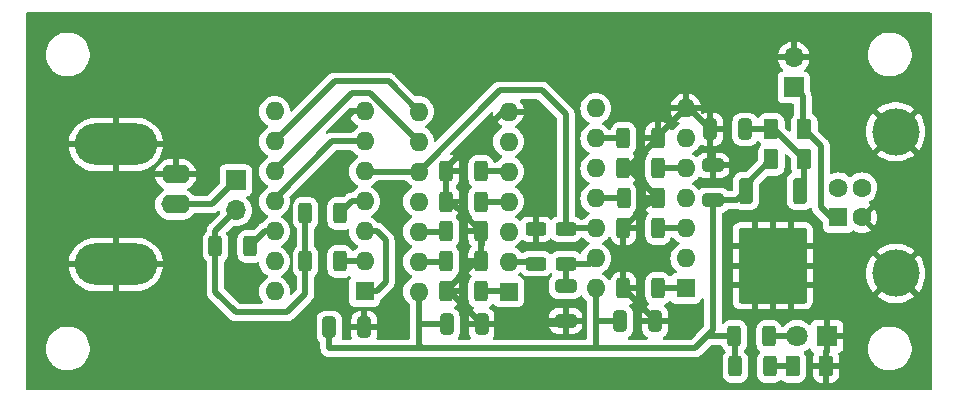
<source format=gtl>
G04 #@! TF.GenerationSoftware,KiCad,Pcbnew,7.0.8*
G04 #@! TF.CreationDate,2024-05-20T17:56:06+02:00*
G04 #@! TF.ProjectId,Generator_Cyfrowka,47656e65-7261-4746-9f72-5f437966726f,rev?*
G04 #@! TF.SameCoordinates,Original*
G04 #@! TF.FileFunction,Copper,L1,Top*
G04 #@! TF.FilePolarity,Positive*
%FSLAX46Y46*%
G04 Gerber Fmt 4.6, Leading zero omitted, Abs format (unit mm)*
G04 Created by KiCad (PCBNEW 7.0.8) date 2024-05-20 17:56:06*
%MOMM*%
%LPD*%
G01*
G04 APERTURE LIST*
G04 Aperture macros list*
%AMRoundRect*
0 Rectangle with rounded corners*
0 $1 Rounding radius*
0 $2 $3 $4 $5 $6 $7 $8 $9 X,Y pos of 4 corners*
0 Add a 4 corners polygon primitive as box body*
4,1,4,$2,$3,$4,$5,$6,$7,$8,$9,$2,$3,0*
0 Add four circle primitives for the rounded corners*
1,1,$1+$1,$2,$3*
1,1,$1+$1,$4,$5*
1,1,$1+$1,$6,$7*
1,1,$1+$1,$8,$9*
0 Add four rect primitives between the rounded corners*
20,1,$1+$1,$2,$3,$4,$5,0*
20,1,$1+$1,$4,$5,$6,$7,0*
20,1,$1+$1,$6,$7,$8,$9,0*
20,1,$1+$1,$8,$9,$2,$3,0*%
G04 Aperture macros list end*
G04 #@! TA.AperFunction,SMDPad,CuDef*
%ADD10RoundRect,0.250000X0.325000X0.650000X-0.325000X0.650000X-0.325000X-0.650000X0.325000X-0.650000X0*%
G04 #@! TD*
G04 #@! TA.AperFunction,SMDPad,CuDef*
%ADD11RoundRect,0.250000X-0.325000X-0.650000X0.325000X-0.650000X0.325000X0.650000X-0.325000X0.650000X0*%
G04 #@! TD*
G04 #@! TA.AperFunction,SMDPad,CuDef*
%ADD12RoundRect,0.250000X0.625000X-0.312500X0.625000X0.312500X-0.625000X0.312500X-0.625000X-0.312500X0*%
G04 #@! TD*
G04 #@! TA.AperFunction,ComponentPad*
%ADD13R,1.600000X1.600000*%
G04 #@! TD*
G04 #@! TA.AperFunction,ComponentPad*
%ADD14O,1.600000X1.600000*%
G04 #@! TD*
G04 #@! TA.AperFunction,SMDPad,CuDef*
%ADD15RoundRect,0.250000X-0.312500X-0.625000X0.312500X-0.625000X0.312500X0.625000X-0.312500X0.625000X0*%
G04 #@! TD*
G04 #@! TA.AperFunction,SMDPad,CuDef*
%ADD16RoundRect,0.250000X0.312500X0.625000X-0.312500X0.625000X-0.312500X-0.625000X0.312500X-0.625000X0*%
G04 #@! TD*
G04 #@! TA.AperFunction,SMDPad,CuDef*
%ADD17RoundRect,0.250000X0.375000X0.625000X-0.375000X0.625000X-0.375000X-0.625000X0.375000X-0.625000X0*%
G04 #@! TD*
G04 #@! TA.AperFunction,ComponentPad*
%ADD18R,1.700000X1.700000*%
G04 #@! TD*
G04 #@! TA.AperFunction,ComponentPad*
%ADD19O,1.700000X1.700000*%
G04 #@! TD*
G04 #@! TA.AperFunction,SMDPad,CuDef*
%ADD20RoundRect,0.250000X0.650000X-0.325000X0.650000X0.325000X-0.650000X0.325000X-0.650000X-0.325000X0*%
G04 #@! TD*
G04 #@! TA.AperFunction,SMDPad,CuDef*
%ADD21RoundRect,0.250000X-0.375000X-0.625000X0.375000X-0.625000X0.375000X0.625000X-0.375000X0.625000X0*%
G04 #@! TD*
G04 #@! TA.AperFunction,SMDPad,CuDef*
%ADD22RoundRect,0.250000X-0.650000X0.325000X-0.650000X-0.325000X0.650000X-0.325000X0.650000X0.325000X0*%
G04 #@! TD*
G04 #@! TA.AperFunction,SMDPad,CuDef*
%ADD23RoundRect,0.250000X-0.350000X0.850000X-0.350000X-0.850000X0.350000X-0.850000X0.350000X0.850000X0*%
G04 #@! TD*
G04 #@! TA.AperFunction,SMDPad,CuDef*
%ADD24RoundRect,0.250000X-1.125000X1.275000X-1.125000X-1.275000X1.125000X-1.275000X1.125000X1.275000X0*%
G04 #@! TD*
G04 #@! TA.AperFunction,SMDPad,CuDef*
%ADD25RoundRect,0.249997X-2.650003X2.950003X-2.650003X-2.950003X2.650003X-2.950003X2.650003X2.950003X0*%
G04 #@! TD*
G04 #@! TA.AperFunction,ComponentPad*
%ADD26C,1.600000*%
G04 #@! TD*
G04 #@! TA.AperFunction,ComponentPad*
%ADD27C,4.000000*%
G04 #@! TD*
G04 #@! TA.AperFunction,ComponentPad*
%ADD28R,1.800000X1.800000*%
G04 #@! TD*
G04 #@! TA.AperFunction,ComponentPad*
%ADD29C,1.800000*%
G04 #@! TD*
G04 #@! TA.AperFunction,ComponentPad*
%ADD30O,2.500000X1.600000*%
G04 #@! TD*
G04 #@! TA.AperFunction,ComponentPad*
%ADD31O,7.000000X3.500000*%
G04 #@! TD*
G04 #@! TA.AperFunction,ViaPad*
%ADD32C,0.800000*%
G04 #@! TD*
G04 #@! TA.AperFunction,Conductor*
%ADD33C,0.500000*%
G04 #@! TD*
G04 #@! TA.AperFunction,Conductor*
%ADD34C,0.250000*%
G04 #@! TD*
G04 APERTURE END LIST*
D10*
X107139000Y-76454000D03*
X104189000Y-76454000D03*
D11*
X96569000Y-92710000D03*
X99519000Y-92710000D03*
D12*
X89408000Y-87822500D03*
X89408000Y-84897500D03*
D13*
X74920000Y-90170000D03*
D14*
X74920000Y-87630000D03*
X74920000Y-85090000D03*
X74920000Y-82550000D03*
X74920000Y-80010000D03*
X74920000Y-77470000D03*
X74920000Y-74930000D03*
X67300000Y-74930000D03*
X67300000Y-77470000D03*
X67300000Y-80010000D03*
X67300000Y-82550000D03*
X67300000Y-85090000D03*
X67300000Y-87630000D03*
X67300000Y-90170000D03*
D15*
X96835500Y-77216000D03*
X99760500Y-77216000D03*
D16*
X99760500Y-84836000D03*
X96835500Y-84836000D03*
X72836500Y-83566000D03*
X69911500Y-83566000D03*
D17*
X112144000Y-78994000D03*
X109344000Y-78994000D03*
D15*
X96845500Y-82291000D03*
X99770500Y-82291000D03*
X81849500Y-87630000D03*
X84774500Y-87630000D03*
D12*
X91948000Y-87822500D03*
X91948000Y-84897500D03*
D17*
X113983500Y-96520000D03*
X111183500Y-96520000D03*
D16*
X99760500Y-79756000D03*
X96835500Y-79756000D03*
D13*
X102108000Y-89916000D03*
D14*
X102108000Y-87376000D03*
X102108000Y-84836000D03*
X102108000Y-82296000D03*
X102108000Y-79756000D03*
X102108000Y-77216000D03*
X102108000Y-74676000D03*
X94488000Y-74676000D03*
X94488000Y-77216000D03*
X94488000Y-79756000D03*
X94488000Y-82296000D03*
X94488000Y-84836000D03*
X94488000Y-87376000D03*
X94488000Y-89916000D03*
D13*
X87112000Y-90180000D03*
D14*
X87112000Y-87640000D03*
X87112000Y-85100000D03*
X87112000Y-82560000D03*
X87112000Y-80020000D03*
X87112000Y-77480000D03*
X87112000Y-74940000D03*
X79492000Y-74940000D03*
X79492000Y-77480000D03*
X79492000Y-80020000D03*
X79492000Y-82560000D03*
X79492000Y-85100000D03*
X79492000Y-87640000D03*
X79492000Y-90180000D03*
D11*
X81886000Y-92964000D03*
X84836000Y-92964000D03*
D15*
X106233500Y-93980000D03*
X109158500Y-93980000D03*
D18*
X111252000Y-72898000D03*
D19*
X111252000Y-70358000D03*
D16*
X84774500Y-90170000D03*
X81849500Y-90170000D03*
D18*
X64008000Y-80767000D03*
D19*
X64008000Y-83307000D03*
D15*
X81849500Y-85090000D03*
X84774500Y-85090000D03*
D20*
X104394000Y-82452000D03*
X104394000Y-79502000D03*
D16*
X65216500Y-86360000D03*
X62291500Y-86360000D03*
D15*
X106295000Y-96520000D03*
X109220000Y-96520000D03*
D16*
X72836500Y-87630000D03*
X69911500Y-87630000D03*
X84774500Y-80010000D03*
X81849500Y-80010000D03*
X84774500Y-82555000D03*
X81849500Y-82555000D03*
D21*
X109344000Y-76454000D03*
X112144000Y-76454000D03*
D16*
X99760500Y-89916000D03*
X96835500Y-89916000D03*
D22*
X91948000Y-89711000D03*
X91948000Y-92661000D03*
D11*
X71931000Y-93218000D03*
X74881000Y-93218000D03*
D23*
X111755000Y-81687000D03*
D24*
X111000000Y-86312000D03*
X107950000Y-86312000D03*
D25*
X109475000Y-87987000D03*
D24*
X111000000Y-89662000D03*
X107950000Y-89662000D03*
D23*
X107195000Y-81687000D03*
D13*
X115028000Y-83896000D03*
D26*
X115028000Y-81396000D03*
X117028000Y-81396000D03*
X117028000Y-83896000D03*
D27*
X119888000Y-76646000D03*
X119888000Y-88646000D03*
D28*
X114046000Y-93980000D03*
D29*
X111506000Y-93980000D03*
D30*
X58928000Y-82804000D03*
D31*
X53848000Y-77724000D03*
D30*
X58928000Y-80264000D03*
D31*
X53848000Y-87884000D03*
D32*
X105664000Y-74422000D03*
X77216000Y-82550000D03*
X77470000Y-92456000D03*
X104140000Y-76454000D03*
X61976000Y-92456000D03*
X81788000Y-90170000D03*
X89154000Y-91440000D03*
X63500000Y-77216000D03*
X81788000Y-80010000D03*
X99568000Y-92710000D03*
X64770000Y-89154000D03*
X74930000Y-93218000D03*
X89662000Y-82550000D03*
X84836000Y-85090000D03*
X99822000Y-77216000D03*
X99822000Y-82042000D03*
X91948000Y-92710000D03*
X96774000Y-87630000D03*
X72644000Y-76200000D03*
X88646000Y-71882000D03*
X105664000Y-92202000D03*
X101854000Y-92710000D03*
X89662000Y-77470000D03*
X67056000Y-72898000D03*
X71882000Y-93218000D03*
D33*
X91948000Y-87822500D02*
X94041500Y-87822500D01*
X91948000Y-87822500D02*
X91948000Y-89711000D01*
X94041500Y-87822500D02*
X94488000Y-87376000D01*
X91694000Y-89457000D02*
X91948000Y-89711000D01*
X99822000Y-82042000D02*
X99822000Y-82342500D01*
X99760500Y-77023500D02*
X102108000Y-74676000D01*
X104189000Y-76454000D02*
X104189000Y-79297000D01*
X84836000Y-92964000D02*
X91645000Y-92964000D01*
X84774500Y-87630000D02*
X84389500Y-87630000D01*
X81849500Y-80010000D02*
X81788000Y-80010000D01*
X96835500Y-87568500D02*
X96774000Y-87630000D01*
X73914000Y-74930000D02*
X72644000Y-76200000D01*
X91645000Y-92964000D02*
X91899000Y-92710000D01*
X74920000Y-74930000D02*
X73914000Y-74930000D01*
X104189000Y-79297000D02*
X104394000Y-79502000D01*
D34*
X99519000Y-92599500D02*
X99568000Y-92710000D01*
D33*
X104140000Y-76454000D02*
X104189000Y-76454000D01*
X84774500Y-85090000D02*
X84836000Y-85090000D01*
X81849500Y-82555000D02*
X82239500Y-82555000D01*
X99822000Y-77216000D02*
X99760500Y-77023500D01*
X102411000Y-74676000D02*
X104140000Y-76405000D01*
X99770500Y-82291000D02*
X99380500Y-82291000D01*
X99380500Y-82291000D02*
X96835500Y-84836000D01*
X84836000Y-85090000D02*
X84774500Y-87630000D01*
X104140000Y-76405000D02*
X104140000Y-76454000D01*
X81788000Y-80010000D02*
X81849500Y-81280000D01*
X87112000Y-74940000D02*
X88910000Y-74940000D01*
X104189000Y-76454000D02*
X104189000Y-76454000D01*
X102108000Y-74676000D02*
X102411000Y-74676000D01*
X89662000Y-75692000D02*
X89662000Y-77470000D01*
X96835500Y-79756000D02*
X97235500Y-79756000D01*
X82042000Y-90170000D02*
X84836000Y-92964000D01*
X97235500Y-79756000D02*
X99521500Y-82042000D01*
X91899000Y-92710000D02*
X91948000Y-92710000D01*
X91948000Y-92661000D02*
X91948000Y-92661000D01*
X82239500Y-82555000D02*
X84774500Y-85090000D01*
X96835500Y-84836000D02*
X96835500Y-87568500D01*
X99521500Y-82042000D02*
X99822000Y-82042000D01*
X96774000Y-87630000D02*
X96835500Y-87691500D01*
X84389500Y-87630000D02*
X81849500Y-90170000D01*
X96835500Y-89916000D02*
X99519000Y-92599500D01*
X88910000Y-74940000D02*
X89662000Y-75692000D01*
X97220500Y-79756000D02*
X96835500Y-79756000D01*
X81788000Y-90170000D02*
X81788000Y-90231500D01*
X96835500Y-87691500D02*
X96835500Y-89916000D01*
X81849500Y-81280000D02*
X81849500Y-82555000D01*
X99822000Y-82342500D02*
X99770500Y-82291000D01*
X86604000Y-74940000D02*
X81849500Y-79694500D01*
X91948000Y-92710000D02*
X91948000Y-92661000D01*
X99760500Y-77216000D02*
X99822000Y-77216000D01*
D34*
X99568000Y-92710000D02*
X99519000Y-92710000D01*
D33*
X99760500Y-77216000D02*
X97220500Y-79756000D01*
X81849500Y-90170000D02*
X82042000Y-90170000D01*
X81849500Y-79694500D02*
X81849500Y-80010000D01*
X87112000Y-74940000D02*
X86604000Y-74940000D01*
D34*
X81849500Y-82996500D02*
X81849500Y-82555000D01*
D33*
X81788000Y-90231500D02*
X81849500Y-90170000D01*
X81849500Y-90170000D02*
X81788000Y-90170000D01*
X71931000Y-94947000D02*
X71882000Y-93218000D01*
X71931000Y-94947000D02*
X71980000Y-94996000D01*
X79756000Y-94996000D02*
X79492000Y-94732000D01*
X94234000Y-94996000D02*
X102870000Y-94996000D01*
X106430000Y-82452000D02*
X107195000Y-81687000D01*
X79492000Y-92964000D02*
X79492000Y-90180000D01*
X107195000Y-81687000D02*
X107195000Y-81143000D01*
X104394000Y-82452000D02*
X106430000Y-82452000D01*
X103886000Y-93980000D02*
X104394000Y-93472000D01*
X94234000Y-94996000D02*
X80010000Y-94996000D01*
X94488000Y-92710000D02*
X94488000Y-94996000D01*
X103886000Y-93980000D02*
X105979500Y-93980000D01*
X80010000Y-94996000D02*
X79756000Y-94996000D01*
X106295000Y-96520000D02*
X106295000Y-94041500D01*
X71980000Y-94996000D02*
X80010000Y-94996000D01*
X104394000Y-93472000D02*
X104394000Y-82452000D01*
X107195000Y-81143000D02*
X109344000Y-78994000D01*
X94488000Y-94996000D02*
X94234000Y-94996000D01*
X94488000Y-92710000D02*
X96569000Y-92710000D01*
X79492000Y-94732000D02*
X79492000Y-92964000D01*
X79492000Y-92964000D02*
X81886000Y-92964000D01*
X94488000Y-89916000D02*
X94488000Y-92710000D01*
X106295000Y-94041500D02*
X106233500Y-93980000D01*
X102870000Y-94996000D02*
X103886000Y-93980000D01*
X71882000Y-93218000D02*
X71931000Y-93218000D01*
X111183500Y-96520000D02*
X109220000Y-96520000D01*
X89916000Y-73152000D02*
X91948000Y-75184000D01*
X79492000Y-80020000D02*
X74930000Y-80020000D01*
X74930000Y-80020000D02*
X74920000Y-80010000D01*
X75438000Y-80010000D02*
X74920000Y-80010000D01*
X86360000Y-73152000D02*
X89916000Y-73152000D01*
X91948000Y-84643500D02*
X91694000Y-84897500D01*
X79492000Y-80020000D02*
X86360000Y-73152000D01*
X94488000Y-84836000D02*
X91755500Y-84836000D01*
D34*
X91755500Y-84836000D02*
X91694000Y-84897500D01*
D33*
X91948000Y-75184000D02*
X91948000Y-84643500D01*
D34*
X115542500Y-81398000D02*
X115640500Y-81300000D01*
D33*
X112144000Y-81298000D02*
X111755000Y-81687000D01*
X109604000Y-76454000D02*
X112144000Y-78994000D01*
X112144000Y-78994000D02*
X112144000Y-81298000D01*
X107139000Y-76454000D02*
X109344000Y-76454000D01*
X109344000Y-76454000D02*
X109604000Y-76454000D01*
X72836500Y-87630000D02*
X74920000Y-87630000D01*
X67300000Y-82550000D02*
X67300000Y-82306000D01*
X72136000Y-77470000D02*
X74920000Y-77470000D01*
X67300000Y-82306000D02*
X72136000Y-77470000D01*
D34*
X66792000Y-88138000D02*
X67300000Y-87630000D01*
D33*
X74920000Y-85090000D02*
X75946000Y-85090000D01*
X75946000Y-85090000D02*
X76708000Y-85852000D01*
X75946000Y-90170000D02*
X74920000Y-90170000D01*
X76708000Y-89408000D02*
X75946000Y-90170000D01*
X76708000Y-85852000D02*
X76708000Y-89408000D01*
X75356000Y-73344000D02*
X73846500Y-73344000D01*
X79492000Y-77480000D02*
X75356000Y-73344000D01*
X73846500Y-73344000D02*
X67300000Y-79890500D01*
X67300000Y-79890500D02*
X67300000Y-80010000D01*
D34*
X79492000Y-77978000D02*
X79492000Y-77480000D01*
D33*
X72380000Y-72390000D02*
X67300000Y-77470000D01*
X76942000Y-72390000D02*
X72380000Y-72390000D01*
X79492000Y-74940000D02*
X76942000Y-72390000D01*
D34*
X79492000Y-75438000D02*
X79492000Y-74940000D01*
D33*
X65216500Y-86360000D02*
X66486500Y-85090000D01*
X66486500Y-85090000D02*
X67300000Y-85090000D01*
X87112000Y-87640000D02*
X89225500Y-87640000D01*
D34*
X89225500Y-87640000D02*
X89408000Y-87822500D01*
X87102000Y-90170000D02*
X87112000Y-90180000D01*
D33*
X84774500Y-90170000D02*
X87102000Y-90170000D01*
D34*
X87102000Y-80010000D02*
X87112000Y-80020000D01*
D33*
X84774500Y-80010000D02*
X87102000Y-80010000D01*
X84774500Y-82555000D02*
X87107000Y-82555000D01*
D34*
X87107000Y-82555000D02*
X87112000Y-82560000D01*
D33*
X73852500Y-82550000D02*
X74920000Y-82550000D01*
X72836500Y-83566000D02*
X73852500Y-82550000D01*
X99760500Y-84836000D02*
X102108000Y-84836000D01*
X99760500Y-89916000D02*
X102108000Y-89916000D01*
X94488000Y-82296000D02*
X96840500Y-82296000D01*
D34*
X96840500Y-82296000D02*
X96845500Y-82291000D01*
D33*
X94488000Y-77216000D02*
X96835500Y-77216000D01*
X99760500Y-79756000D02*
X102108000Y-79756000D01*
D34*
X81839500Y-87640000D02*
X81849500Y-87630000D01*
D33*
X79492000Y-87640000D02*
X81839500Y-87640000D01*
D34*
X81605500Y-85100000D02*
X81849500Y-85344000D01*
D33*
X79492000Y-85100000D02*
X81605500Y-85100000D01*
X109158500Y-93980000D02*
X111506000Y-93980000D01*
X112144000Y-76454000D02*
X113538000Y-77848000D01*
X112014000Y-76324000D02*
X112144000Y-76454000D01*
X113538000Y-83058000D02*
X114376000Y-83896000D01*
X114376000Y-83896000D02*
X115028000Y-83896000D01*
X112014000Y-73660000D02*
X112014000Y-76324000D01*
X113538000Y-77848000D02*
X113538000Y-83058000D01*
X111252000Y-72898000D02*
X112014000Y-73660000D01*
X58928000Y-82804000D02*
X61971000Y-82804000D01*
X61971000Y-82804000D02*
X64008000Y-80767000D01*
X62291500Y-90231500D02*
X62291500Y-86360000D01*
D34*
X64376000Y-83675000D02*
X64008000Y-83307000D01*
D33*
X69911500Y-83566000D02*
X69911500Y-86106000D01*
X64008000Y-83307000D02*
X62291500Y-85023500D01*
X68326000Y-91948000D02*
X64008000Y-91948000D01*
D34*
X69911500Y-83566000D02*
X69802500Y-83675000D01*
D33*
X64008000Y-91948000D02*
X62291500Y-90231500D01*
X62230000Y-86421500D02*
X62291500Y-86360000D01*
X69911500Y-87630000D02*
X69911500Y-90362500D01*
X69911500Y-86106000D02*
X69911500Y-87630000D01*
X69911500Y-90362500D02*
X68326000Y-91948000D01*
X62291500Y-85023500D02*
X62291500Y-86360000D01*
G04 #@! TA.AperFunction,Conductor*
G36*
X85736044Y-74939836D02*
G01*
X85791977Y-74981708D01*
X85816238Y-75045210D01*
X85826858Y-75166600D01*
X85826860Y-75166610D01*
X85885730Y-75386317D01*
X85885734Y-75386326D01*
X85981865Y-75592482D01*
X86112342Y-75778820D01*
X86273179Y-75939657D01*
X86459518Y-76070134D01*
X86459520Y-76070135D01*
X86517865Y-76097342D01*
X86570305Y-76143514D01*
X86589457Y-76210707D01*
X86569242Y-76277589D01*
X86517867Y-76322105D01*
X86459268Y-76349431D01*
X86459264Y-76349433D01*
X86272858Y-76479954D01*
X86111954Y-76640858D01*
X85981432Y-76827265D01*
X85981431Y-76827267D01*
X85885261Y-77033502D01*
X85885258Y-77033511D01*
X85826366Y-77253302D01*
X85826364Y-77253313D01*
X85806532Y-77479998D01*
X85806532Y-77480001D01*
X85826364Y-77706686D01*
X85826366Y-77706697D01*
X85885258Y-77926488D01*
X85885261Y-77926497D01*
X85981431Y-78132732D01*
X85981432Y-78132734D01*
X86111954Y-78319141D01*
X86272858Y-78480045D01*
X86272861Y-78480047D01*
X86459266Y-78610568D01*
X86514144Y-78636158D01*
X86517275Y-78637618D01*
X86569714Y-78683791D01*
X86588866Y-78750984D01*
X86568650Y-78817865D01*
X86517275Y-78862382D01*
X86459267Y-78889431D01*
X86459265Y-78889432D01*
X86272858Y-79019954D01*
X86111954Y-79180858D01*
X86093914Y-79206623D01*
X86039337Y-79250248D01*
X85992339Y-79259500D01*
X85925585Y-79259500D01*
X85858546Y-79239815D01*
X85812791Y-79187011D01*
X85807879Y-79174504D01*
X85798434Y-79146000D01*
X85771814Y-79065666D01*
X85679712Y-78916344D01*
X85555656Y-78792288D01*
X85406334Y-78700186D01*
X85239797Y-78645001D01*
X85239795Y-78645000D01*
X85137010Y-78634500D01*
X84411998Y-78634500D01*
X84411980Y-78634501D01*
X84309203Y-78645000D01*
X84309200Y-78645001D01*
X84142668Y-78700185D01*
X84142663Y-78700187D01*
X83993342Y-78792289D01*
X83869289Y-78916342D01*
X83777187Y-79065663D01*
X83777185Y-79065668D01*
X83756853Y-79127028D01*
X83722001Y-79232203D01*
X83722001Y-79232204D01*
X83722000Y-79232204D01*
X83711500Y-79334983D01*
X83711500Y-80685001D01*
X83711501Y-80685018D01*
X83722000Y-80787796D01*
X83722001Y-80787799D01*
X83775585Y-80949502D01*
X83777186Y-80954334D01*
X83869096Y-81103345D01*
X83869289Y-81103657D01*
X83960451Y-81194819D01*
X83993936Y-81256142D01*
X83988952Y-81325834D01*
X83960451Y-81370181D01*
X83869289Y-81461342D01*
X83777187Y-81610663D01*
X83777185Y-81610668D01*
X83750800Y-81690294D01*
X83722001Y-81777203D01*
X83722001Y-81777204D01*
X83722000Y-81777204D01*
X83711500Y-81879983D01*
X83711500Y-83230001D01*
X83711501Y-83230018D01*
X83722000Y-83332796D01*
X83722001Y-83332799D01*
X83777185Y-83499331D01*
X83777187Y-83499336D01*
X83804551Y-83543700D01*
X83869096Y-83648345D01*
X83869289Y-83648657D01*
X83955804Y-83735172D01*
X83989289Y-83796495D01*
X83984305Y-83866187D01*
X83955805Y-83910534D01*
X83869682Y-83996657D01*
X83777643Y-84145875D01*
X83777641Y-84145880D01*
X83722494Y-84312302D01*
X83722493Y-84312309D01*
X83712000Y-84415013D01*
X83712000Y-84840000D01*
X84900500Y-84840000D01*
X84967539Y-84859685D01*
X85013294Y-84912489D01*
X85024500Y-84964000D01*
X85024500Y-87756000D01*
X85004815Y-87823039D01*
X84952011Y-87868794D01*
X84900500Y-87880000D01*
X83712001Y-87880000D01*
X83712001Y-88304986D01*
X83722494Y-88407697D01*
X83777641Y-88574119D01*
X83777643Y-88574124D01*
X83869684Y-88723345D01*
X83958304Y-88811965D01*
X83991789Y-88873288D01*
X83986805Y-88942980D01*
X83958305Y-88987327D01*
X83869287Y-89076345D01*
X83777187Y-89225663D01*
X83777185Y-89225668D01*
X83762840Y-89268958D01*
X83722001Y-89392203D01*
X83722001Y-89392204D01*
X83722000Y-89392204D01*
X83711500Y-89494983D01*
X83711500Y-90845001D01*
X83711501Y-90845018D01*
X83722000Y-90947796D01*
X83722001Y-90947799D01*
X83777185Y-91114331D01*
X83777187Y-91114336D01*
X83789135Y-91133706D01*
X83869288Y-91263656D01*
X83993344Y-91387712D01*
X84115734Y-91463202D01*
X84117621Y-91464366D01*
X84164345Y-91516314D01*
X84175568Y-91585277D01*
X84147724Y-91649359D01*
X84117621Y-91675443D01*
X84042659Y-91721680D01*
X84042655Y-91721683D01*
X83918684Y-91845654D01*
X83826643Y-91994875D01*
X83826641Y-91994880D01*
X83771494Y-92161302D01*
X83771493Y-92161309D01*
X83761000Y-92264013D01*
X83761000Y-92714000D01*
X85910999Y-92714000D01*
X85910999Y-92411000D01*
X90548000Y-92411000D01*
X91698000Y-92411000D01*
X91698000Y-91586000D01*
X92198000Y-91586000D01*
X92198000Y-92411000D01*
X93347999Y-92411000D01*
X93347999Y-92286028D01*
X93347998Y-92286013D01*
X93337505Y-92183302D01*
X93282358Y-92016880D01*
X93282356Y-92016875D01*
X93190315Y-91867654D01*
X93066345Y-91743684D01*
X92917124Y-91651643D01*
X92917119Y-91651641D01*
X92750697Y-91596494D01*
X92750690Y-91596493D01*
X92647986Y-91586000D01*
X92198000Y-91586000D01*
X91698000Y-91586000D01*
X91248028Y-91586000D01*
X91248012Y-91586001D01*
X91145302Y-91596494D01*
X90978880Y-91651641D01*
X90978875Y-91651643D01*
X90829654Y-91743684D01*
X90705684Y-91867654D01*
X90613643Y-92016875D01*
X90613641Y-92016880D01*
X90558494Y-92183302D01*
X90558493Y-92183309D01*
X90548000Y-92286013D01*
X90548000Y-92411000D01*
X85910999Y-92411000D01*
X85910999Y-92264028D01*
X85910998Y-92264013D01*
X85900505Y-92161302D01*
X85845358Y-91994880D01*
X85845356Y-91994875D01*
X85753315Y-91845654D01*
X85629344Y-91721683D01*
X85629340Y-91721680D01*
X85492878Y-91637509D01*
X85446153Y-91585561D01*
X85434932Y-91516599D01*
X85462775Y-91452517D01*
X85492874Y-91426435D01*
X85555656Y-91387712D01*
X85679712Y-91263656D01*
X85683200Y-91258000D01*
X85735147Y-91211275D01*
X85804109Y-91200051D01*
X85868192Y-91227893D01*
X85888006Y-91248784D01*
X85954452Y-91337544D01*
X85954455Y-91337547D01*
X86069664Y-91423793D01*
X86069671Y-91423797D01*
X86204517Y-91474091D01*
X86204516Y-91474091D01*
X86211444Y-91474835D01*
X86264127Y-91480500D01*
X87959872Y-91480499D01*
X88019483Y-91474091D01*
X88154331Y-91423796D01*
X88269546Y-91337546D01*
X88355796Y-91222331D01*
X88406091Y-91087483D01*
X88412500Y-91027873D01*
X88412499Y-89332128D01*
X88406091Y-89272517D01*
X88402361Y-89262517D01*
X88355797Y-89137671D01*
X88355793Y-89137664D01*
X88269547Y-89022455D01*
X88269544Y-89022452D01*
X88154335Y-88936206D01*
X88154328Y-88936202D01*
X88019482Y-88885908D01*
X88019483Y-88885908D01*
X87984404Y-88882137D01*
X87919853Y-88855399D01*
X87880005Y-88798006D01*
X87877512Y-88728181D01*
X87913165Y-88668092D01*
X87926539Y-88657272D01*
X87951139Y-88640047D01*
X88002231Y-88588955D01*
X88063554Y-88555469D01*
X88133246Y-88560453D01*
X88187179Y-88599724D01*
X88190288Y-88603656D01*
X88314344Y-88727712D01*
X88463666Y-88819814D01*
X88630203Y-88874999D01*
X88732991Y-88885500D01*
X90083008Y-88885499D01*
X90185797Y-88874999D01*
X90352334Y-88819814D01*
X90501656Y-88727712D01*
X90590321Y-88639046D01*
X90651640Y-88605564D01*
X90721332Y-88610548D01*
X90765678Y-88639047D01*
X90786948Y-88660316D01*
X90820435Y-88721638D01*
X90815452Y-88791330D01*
X90786951Y-88835679D01*
X90705289Y-88917342D01*
X90613187Y-89066663D01*
X90613185Y-89066668D01*
X90589658Y-89137669D01*
X90558001Y-89233203D01*
X90558001Y-89233204D01*
X90558000Y-89233204D01*
X90547500Y-89335983D01*
X90547500Y-90086001D01*
X90547501Y-90086019D01*
X90558000Y-90188796D01*
X90558001Y-90188799D01*
X90613185Y-90355331D01*
X90613187Y-90355336D01*
X90627361Y-90378316D01*
X90705288Y-90504656D01*
X90829344Y-90628712D01*
X90978666Y-90720814D01*
X91145203Y-90775999D01*
X91247991Y-90786500D01*
X92648008Y-90786499D01*
X92750797Y-90775999D01*
X92917334Y-90720814D01*
X93066656Y-90628712D01*
X93158816Y-90536551D01*
X93220135Y-90503069D01*
X93289827Y-90508053D01*
X93345761Y-90549924D01*
X93354345Y-90564261D01*
X93354724Y-90564043D01*
X93357432Y-90568734D01*
X93487954Y-90755141D01*
X93648859Y-90916046D01*
X93684621Y-90941086D01*
X93728247Y-90995662D01*
X93737500Y-91042662D01*
X93737500Y-92686358D01*
X93737395Y-92689960D01*
X93736804Y-92700105D01*
X93733669Y-92753934D01*
X93733669Y-92753935D01*
X93735616Y-92764977D01*
X93737500Y-92786509D01*
X93737500Y-94121500D01*
X93717815Y-94188539D01*
X93665011Y-94234294D01*
X93613500Y-94245500D01*
X85874856Y-94245500D01*
X85807817Y-94225815D01*
X85762062Y-94173011D01*
X85752118Y-94103853D01*
X85769317Y-94056403D01*
X85845356Y-93933124D01*
X85845358Y-93933119D01*
X85900505Y-93766697D01*
X85900506Y-93766690D01*
X85910999Y-93663986D01*
X85911000Y-93663973D01*
X85911000Y-93214000D01*
X83761001Y-93214000D01*
X83761001Y-93663986D01*
X83771494Y-93766697D01*
X83826641Y-93933119D01*
X83826643Y-93933124D01*
X83902683Y-94056403D01*
X83921123Y-94123796D01*
X83900201Y-94190459D01*
X83846559Y-94235229D01*
X83797144Y-94245500D01*
X82925443Y-94245500D01*
X82858404Y-94225815D01*
X82812649Y-94173011D01*
X82802705Y-94103853D01*
X82819902Y-94056406D01*
X82895814Y-93933334D01*
X82950999Y-93766797D01*
X82961500Y-93664009D01*
X82961499Y-92911000D01*
X90548001Y-92911000D01*
X90548001Y-93035986D01*
X90558494Y-93138697D01*
X90613641Y-93305119D01*
X90613643Y-93305124D01*
X90705684Y-93454345D01*
X90829654Y-93578315D01*
X90978875Y-93670356D01*
X90978880Y-93670358D01*
X91145302Y-93725505D01*
X91145309Y-93725506D01*
X91248019Y-93735999D01*
X91697999Y-93735999D01*
X91698000Y-93735998D01*
X91698000Y-92911000D01*
X92198000Y-92911000D01*
X92198000Y-93735999D01*
X92647972Y-93735999D01*
X92647986Y-93735998D01*
X92750697Y-93725505D01*
X92917119Y-93670358D01*
X92917124Y-93670356D01*
X93066345Y-93578315D01*
X93190315Y-93454345D01*
X93282356Y-93305124D01*
X93282358Y-93305119D01*
X93337505Y-93138697D01*
X93337506Y-93138690D01*
X93347999Y-93035986D01*
X93348000Y-93035973D01*
X93348000Y-92911000D01*
X92198000Y-92911000D01*
X91698000Y-92911000D01*
X90548001Y-92911000D01*
X82961499Y-92911000D01*
X82961499Y-92263992D01*
X82959933Y-92248666D01*
X82950999Y-92161203D01*
X82950998Y-92161200D01*
X82944308Y-92141011D01*
X82895814Y-91994666D01*
X82803712Y-91845344D01*
X82679656Y-91721288D01*
X82555378Y-91644633D01*
X82508654Y-91592685D01*
X82497431Y-91523722D01*
X82525275Y-91459640D01*
X82555379Y-91433555D01*
X82630343Y-91387317D01*
X82754315Y-91263345D01*
X82846356Y-91114124D01*
X82846358Y-91114119D01*
X82901505Y-90947697D01*
X82901506Y-90947690D01*
X82911999Y-90844986D01*
X82912000Y-90844973D01*
X82912000Y-90420000D01*
X81723500Y-90420000D01*
X81656461Y-90400315D01*
X81610706Y-90347511D01*
X81599500Y-90296000D01*
X81599500Y-90044000D01*
X81619185Y-89976961D01*
X81671989Y-89931206D01*
X81723500Y-89920000D01*
X82911999Y-89920000D01*
X82911999Y-89495028D01*
X82911998Y-89495013D01*
X82901505Y-89392302D01*
X82846358Y-89225880D01*
X82846356Y-89225875D01*
X82754315Y-89076654D01*
X82665695Y-88988034D01*
X82632210Y-88926711D01*
X82637194Y-88857019D01*
X82665691Y-88812676D01*
X82754712Y-88723656D01*
X82846814Y-88574334D01*
X82901999Y-88407797D01*
X82912500Y-88305009D01*
X82912499Y-87380000D01*
X83712000Y-87380000D01*
X84524500Y-87380000D01*
X84524500Y-85340000D01*
X83712001Y-85340000D01*
X83712001Y-85764986D01*
X83722494Y-85867697D01*
X83777641Y-86034119D01*
X83777643Y-86034124D01*
X83869684Y-86183345D01*
X83958658Y-86272319D01*
X83992143Y-86333642D01*
X83987159Y-86403334D01*
X83958658Y-86447681D01*
X83869684Y-86536654D01*
X83777643Y-86685875D01*
X83777641Y-86685880D01*
X83722494Y-86852302D01*
X83722493Y-86852309D01*
X83712000Y-86955013D01*
X83712000Y-87380000D01*
X82912499Y-87380000D01*
X82912499Y-86954992D01*
X82908647Y-86917288D01*
X82901999Y-86852203D01*
X82901998Y-86852200D01*
X82874760Y-86770001D01*
X82846814Y-86685666D01*
X82754712Y-86536344D01*
X82666049Y-86447681D01*
X82632564Y-86386358D01*
X82637548Y-86316666D01*
X82666049Y-86272319D01*
X82707801Y-86230567D01*
X82754712Y-86183656D01*
X82846814Y-86034334D01*
X82901999Y-85867797D01*
X82912500Y-85765009D01*
X82912499Y-84414992D01*
X82912475Y-84414761D01*
X82901999Y-84312203D01*
X82901998Y-84312200D01*
X82896836Y-84296623D01*
X82846814Y-84145666D01*
X82754712Y-83996344D01*
X82668195Y-83909827D01*
X82634710Y-83848504D01*
X82639694Y-83778812D01*
X82668195Y-83734464D01*
X82754317Y-83648342D01*
X82846356Y-83499124D01*
X82846358Y-83499119D01*
X82901505Y-83332697D01*
X82901506Y-83332690D01*
X82911999Y-83229986D01*
X82912000Y-83229973D01*
X82912000Y-82805000D01*
X81723500Y-82805000D01*
X81656461Y-82785315D01*
X81610706Y-82732511D01*
X81599500Y-82681000D01*
X81599500Y-80260000D01*
X82099500Y-80260000D01*
X82099500Y-82305000D01*
X82911999Y-82305000D01*
X82911999Y-81880028D01*
X82911998Y-81880013D01*
X82901505Y-81777302D01*
X82846358Y-81610880D01*
X82846356Y-81610875D01*
X82754315Y-81461654D01*
X82662842Y-81370181D01*
X82629357Y-81308858D01*
X82634341Y-81239166D01*
X82662842Y-81194819D01*
X82754315Y-81103345D01*
X82846356Y-80954124D01*
X82846358Y-80954119D01*
X82901505Y-80787697D01*
X82901506Y-80787690D01*
X82911999Y-80684986D01*
X82912000Y-80684973D01*
X82912000Y-80260000D01*
X82099500Y-80260000D01*
X81599500Y-80260000D01*
X81599500Y-79884000D01*
X81619185Y-79816961D01*
X81671989Y-79771206D01*
X81723500Y-79760000D01*
X82911999Y-79760000D01*
X82911999Y-79335028D01*
X82911998Y-79335013D01*
X82901505Y-79232302D01*
X82846358Y-79065880D01*
X82846356Y-79065875D01*
X82754315Y-78916654D01*
X82630345Y-78792684D01*
X82481124Y-78700643D01*
X82481119Y-78700641D01*
X82314697Y-78645494D01*
X82314690Y-78645493D01*
X82223323Y-78636158D01*
X82158632Y-78609761D01*
X82118481Y-78552580D01*
X82115619Y-78482769D01*
X82148243Y-78425124D01*
X85605033Y-74968334D01*
X85666352Y-74934852D01*
X85736044Y-74939836D01*
G37*
G04 #@! TD.AperFunction*
G04 #@! TA.AperFunction,Conductor*
G36*
X89620809Y-73922185D02*
G01*
X89641451Y-73938819D01*
X91161181Y-75458549D01*
X91194666Y-75519872D01*
X91197500Y-75546230D01*
X91197500Y-83746414D01*
X91177815Y-83813453D01*
X91125011Y-83859208D01*
X91112505Y-83864120D01*
X91003666Y-83900186D01*
X91003663Y-83900187D01*
X90854345Y-83992287D01*
X90765327Y-84081305D01*
X90704003Y-84114789D01*
X90634312Y-84109805D01*
X90589965Y-84081304D01*
X90501345Y-83992684D01*
X90352124Y-83900643D01*
X90352119Y-83900641D01*
X90185697Y-83845494D01*
X90185690Y-83845493D01*
X90082986Y-83835000D01*
X89658000Y-83835000D01*
X89658000Y-85959999D01*
X90082972Y-85959999D01*
X90082986Y-85959998D01*
X90185697Y-85949505D01*
X90352119Y-85894358D01*
X90352124Y-85894356D01*
X90501342Y-85802317D01*
X90589964Y-85713695D01*
X90651287Y-85680210D01*
X90720979Y-85685194D01*
X90765327Y-85713695D01*
X90854344Y-85802712D01*
X91003666Y-85894814D01*
X91170203Y-85949999D01*
X91272991Y-85960500D01*
X92623008Y-85960499D01*
X92725797Y-85949999D01*
X92892334Y-85894814D01*
X93041656Y-85802712D01*
X93165712Y-85678656D01*
X93186223Y-85645401D01*
X93238170Y-85598679D01*
X93291761Y-85586500D01*
X93361337Y-85586500D01*
X93428376Y-85606185D01*
X93462912Y-85639377D01*
X93487954Y-85675141D01*
X93648858Y-85836045D01*
X93648861Y-85836047D01*
X93835266Y-85966568D01*
X93893275Y-85993618D01*
X93945714Y-86039791D01*
X93964866Y-86106984D01*
X93944650Y-86173865D01*
X93893275Y-86218381D01*
X93876272Y-86226310D01*
X93835267Y-86245431D01*
X93835265Y-86245432D01*
X93648858Y-86375954D01*
X93487954Y-86536858D01*
X93357432Y-86723265D01*
X93357431Y-86723267D01*
X93270149Y-86910442D01*
X93223976Y-86962881D01*
X93156782Y-86982033D01*
X93089901Y-86961817D01*
X93070086Y-86945718D01*
X93041657Y-86917289D01*
X93041656Y-86917288D01*
X92936131Y-86852200D01*
X92892336Y-86825187D01*
X92892331Y-86825185D01*
X92876898Y-86820071D01*
X92725797Y-86770001D01*
X92725795Y-86770000D01*
X92623010Y-86759500D01*
X91272998Y-86759500D01*
X91272981Y-86759501D01*
X91170203Y-86770000D01*
X91170200Y-86770001D01*
X91003668Y-86825185D01*
X91003663Y-86825187D01*
X90854342Y-86917289D01*
X90765681Y-87005951D01*
X90704358Y-87039436D01*
X90634666Y-87034452D01*
X90590319Y-87005951D01*
X90501657Y-86917289D01*
X90501656Y-86917288D01*
X90396131Y-86852200D01*
X90352336Y-86825187D01*
X90352331Y-86825185D01*
X90336898Y-86820071D01*
X90185797Y-86770001D01*
X90185795Y-86770000D01*
X90083010Y-86759500D01*
X88732998Y-86759500D01*
X88732981Y-86759501D01*
X88630203Y-86770000D01*
X88630200Y-86770001D01*
X88463668Y-86825185D01*
X88463659Y-86825189D01*
X88389325Y-86871039D01*
X88324229Y-86889500D01*
X88238663Y-86889500D01*
X88171624Y-86869815D01*
X88137088Y-86836623D01*
X88112045Y-86800858D01*
X87951141Y-86639954D01*
X87764734Y-86509432D01*
X87764728Y-86509429D01*
X87706725Y-86482382D01*
X87654285Y-86436210D01*
X87635133Y-86369017D01*
X87655348Y-86302135D01*
X87706725Y-86257618D01*
X87764734Y-86230568D01*
X87951139Y-86100047D01*
X88112047Y-85939139D01*
X88172964Y-85852138D01*
X88227539Y-85808515D01*
X88297037Y-85801321D01*
X88339635Y-85817724D01*
X88463875Y-85894356D01*
X88463880Y-85894358D01*
X88630302Y-85949505D01*
X88630309Y-85949506D01*
X88733019Y-85959999D01*
X89157999Y-85959999D01*
X89158000Y-85959998D01*
X89158000Y-83835000D01*
X88733028Y-83835000D01*
X88733012Y-83835001D01*
X88630302Y-83845494D01*
X88463880Y-83900641D01*
X88463875Y-83900643D01*
X88314657Y-83992682D01*
X88190680Y-84116658D01*
X88190679Y-84116660D01*
X88187992Y-84121016D01*
X88136041Y-84167737D01*
X88067077Y-84178953D01*
X88002997Y-84151105D01*
X87994777Y-84143591D01*
X87951140Y-84099953D01*
X87764734Y-83969432D01*
X87764728Y-83969429D01*
X87706725Y-83942382D01*
X87654285Y-83896210D01*
X87635133Y-83829017D01*
X87655348Y-83762135D01*
X87706725Y-83717618D01*
X87764734Y-83690568D01*
X87951139Y-83560047D01*
X88112047Y-83399139D01*
X88242568Y-83212734D01*
X88338739Y-83006496D01*
X88397635Y-82786692D01*
X88417468Y-82560000D01*
X88414203Y-82522686D01*
X88399752Y-82357504D01*
X88397635Y-82333308D01*
X88342282Y-82126725D01*
X88338741Y-82113511D01*
X88338738Y-82113502D01*
X88308535Y-82048732D01*
X88242568Y-81907266D01*
X88114583Y-81724483D01*
X88112045Y-81720858D01*
X87951141Y-81559954D01*
X87764734Y-81429432D01*
X87764728Y-81429429D01*
X87706725Y-81402382D01*
X87654285Y-81356210D01*
X87635133Y-81289017D01*
X87655348Y-81222135D01*
X87706725Y-81177618D01*
X87724535Y-81169313D01*
X87764734Y-81150568D01*
X87951139Y-81020047D01*
X88112047Y-80859139D01*
X88242568Y-80672734D01*
X88338739Y-80466496D01*
X88397635Y-80246692D01*
X88417468Y-80020000D01*
X88414203Y-79982686D01*
X88409901Y-79933511D01*
X88397635Y-79793308D01*
X88338739Y-79573504D01*
X88242568Y-79367266D01*
X88112047Y-79180861D01*
X88112045Y-79180858D01*
X87951141Y-79019954D01*
X87764734Y-78889432D01*
X87764728Y-78889429D01*
X87706725Y-78862382D01*
X87654285Y-78816210D01*
X87635133Y-78749017D01*
X87655348Y-78682135D01*
X87706725Y-78637618D01*
X87709856Y-78636158D01*
X87764734Y-78610568D01*
X87951139Y-78480047D01*
X88112047Y-78319139D01*
X88242568Y-78132734D01*
X88338739Y-77926496D01*
X88397635Y-77706692D01*
X88417468Y-77480000D01*
X88414203Y-77442686D01*
X88408662Y-77379345D01*
X88397635Y-77253308D01*
X88338739Y-77033504D01*
X88242568Y-76827266D01*
X88112047Y-76640861D01*
X88112045Y-76640858D01*
X87951141Y-76479954D01*
X87764734Y-76349432D01*
X87764732Y-76349431D01*
X87706725Y-76322382D01*
X87706132Y-76322105D01*
X87653694Y-76275934D01*
X87634542Y-76208740D01*
X87654758Y-76141859D01*
X87706134Y-76097341D01*
X87764484Y-76070132D01*
X87950820Y-75939657D01*
X88111657Y-75778820D01*
X88242134Y-75592482D01*
X88338265Y-75386326D01*
X88338269Y-75386317D01*
X88390872Y-75190000D01*
X87427686Y-75190000D01*
X87439641Y-75178045D01*
X87497165Y-75065148D01*
X87516986Y-74940000D01*
X87497165Y-74814852D01*
X87439641Y-74701955D01*
X87427686Y-74690000D01*
X88390872Y-74690000D01*
X88390872Y-74689999D01*
X88338269Y-74493682D01*
X88338265Y-74493673D01*
X88242134Y-74287517D01*
X88109168Y-74097624D01*
X88086841Y-74031418D01*
X88103851Y-73963650D01*
X88154799Y-73915837D01*
X88210743Y-73902500D01*
X89553770Y-73902500D01*
X89620809Y-73922185D01*
G37*
G04 #@! TD.AperFunction*
G04 #@! TA.AperFunction,Conductor*
G36*
X74592359Y-74691955D02*
G01*
X74534835Y-74804852D01*
X74515014Y-74930000D01*
X74534835Y-75055148D01*
X74592359Y-75168045D01*
X74604314Y-75180000D01*
X73641128Y-75180000D01*
X73693730Y-75376317D01*
X73693734Y-75376326D01*
X73789865Y-75582482D01*
X73920342Y-75768820D01*
X74081179Y-75929657D01*
X74267518Y-76060134D01*
X74267520Y-76060135D01*
X74325865Y-76087342D01*
X74378305Y-76133514D01*
X74397457Y-76200707D01*
X74377242Y-76267589D01*
X74325867Y-76312105D01*
X74303830Y-76322382D01*
X74267264Y-76339433D01*
X74080858Y-76469954D01*
X73919954Y-76630858D01*
X73894912Y-76666623D01*
X73840335Y-76710248D01*
X73793337Y-76719500D01*
X72199705Y-76719500D01*
X72181735Y-76718191D01*
X72157972Y-76714710D01*
X72112533Y-76718686D01*
X72105931Y-76719264D01*
X72100530Y-76719500D01*
X72092289Y-76719500D01*
X72070579Y-76722037D01*
X72059724Y-76723306D01*
X72044419Y-76724645D01*
X71983199Y-76730001D01*
X71976132Y-76731460D01*
X71976120Y-76731404D01*
X71968763Y-76733035D01*
X71968777Y-76733092D01*
X71961743Y-76734759D01*
X71889575Y-76761025D01*
X71816675Y-76785181D01*
X71810126Y-76788236D01*
X71810101Y-76788183D01*
X71803278Y-76791486D01*
X71803305Y-76791538D01*
X71800964Y-76792713D01*
X71800613Y-76792776D01*
X71795391Y-76795305D01*
X71790120Y-76797225D01*
X71789251Y-76794839D01*
X71732218Y-76805193D01*
X71667638Y-76778525D01*
X71627727Y-76721176D01*
X71625158Y-76651353D01*
X71657655Y-76594211D01*
X73535549Y-74716317D01*
X73596871Y-74682834D01*
X73623229Y-74680000D01*
X74604314Y-74680000D01*
X74592359Y-74691955D01*
G37*
G04 #@! TD.AperFunction*
G04 #@! TA.AperFunction,Conductor*
G36*
X122878539Y-66568185D02*
G01*
X122924294Y-66620989D01*
X122935500Y-66672500D01*
X122935500Y-98427500D01*
X122915815Y-98494539D01*
X122863011Y-98540294D01*
X122811500Y-98551500D01*
X46352500Y-98551500D01*
X46285461Y-98531815D01*
X46239706Y-98479011D01*
X46228500Y-98427500D01*
X46228500Y-95063763D01*
X47929787Y-95063763D01*
X47959413Y-95333013D01*
X47959415Y-95333024D01*
X48026261Y-95588712D01*
X48027928Y-95595088D01*
X48133870Y-95844390D01*
X48205998Y-95962575D01*
X48274979Y-96075605D01*
X48274986Y-96075615D01*
X48448253Y-96283819D01*
X48448259Y-96283824D01*
X48649998Y-96464582D01*
X48875910Y-96614044D01*
X49121176Y-96729020D01*
X49121183Y-96729022D01*
X49121185Y-96729023D01*
X49380557Y-96807057D01*
X49380564Y-96807058D01*
X49380569Y-96807060D01*
X49648561Y-96846500D01*
X49648566Y-96846500D01*
X49851636Y-96846500D01*
X49903133Y-96842730D01*
X50054156Y-96831677D01*
X50166758Y-96806593D01*
X50318546Y-96772782D01*
X50318548Y-96772781D01*
X50318553Y-96772780D01*
X50571558Y-96676014D01*
X50807777Y-96543441D01*
X51022177Y-96377888D01*
X51210186Y-96182881D01*
X51367799Y-95962579D01*
X51441787Y-95818669D01*
X51491649Y-95721690D01*
X51491651Y-95721684D01*
X51491656Y-95721675D01*
X51579118Y-95465305D01*
X51628319Y-95198933D01*
X51638212Y-94928235D01*
X51608586Y-94658982D01*
X51540072Y-94396912D01*
X51434130Y-94147610D01*
X51293018Y-93916390D01*
X51291845Y-93914981D01*
X51119746Y-93708180D01*
X51119740Y-93708175D01*
X50918002Y-93527418D01*
X50692092Y-93377957D01*
X50692090Y-93377956D01*
X50446824Y-93262980D01*
X50446819Y-93262978D01*
X50446814Y-93262976D01*
X50187442Y-93184942D01*
X50187428Y-93184939D01*
X50071791Y-93167921D01*
X49919439Y-93145500D01*
X49716369Y-93145500D01*
X49716364Y-93145500D01*
X49513844Y-93160323D01*
X49513831Y-93160325D01*
X49249453Y-93219217D01*
X49249446Y-93219220D01*
X48996439Y-93315987D01*
X48760226Y-93448557D01*
X48760224Y-93448558D01*
X48760223Y-93448559D01*
X48719266Y-93480185D01*
X48545822Y-93614112D01*
X48357822Y-93809109D01*
X48357816Y-93809116D01*
X48200202Y-94029419D01*
X48200199Y-94029424D01*
X48076350Y-94270309D01*
X48076343Y-94270327D01*
X47988884Y-94526685D01*
X47988881Y-94526699D01*
X47939681Y-94793068D01*
X47939680Y-94793075D01*
X47929787Y-95063763D01*
X46228500Y-95063763D01*
X46228500Y-87634000D01*
X49858385Y-87634000D01*
X52874589Y-87634000D01*
X52849466Y-87731030D01*
X52839114Y-87935165D01*
X52869574Y-88134000D01*
X49861793Y-88134000D01*
X49874375Y-88259076D01*
X49874376Y-88259079D01*
X49944208Y-88552107D01*
X49944210Y-88552116D01*
X50052474Y-88833216D01*
X50052481Y-88833231D01*
X50197248Y-89097395D01*
X50197252Y-89097401D01*
X50375935Y-89339911D01*
X50585355Y-89556451D01*
X50585362Y-89556457D01*
X50821768Y-89743145D01*
X51080948Y-89896657D01*
X51080966Y-89896666D01*
X51358283Y-90014260D01*
X51358300Y-90014265D01*
X51648826Y-90093848D01*
X51947384Y-90134000D01*
X53598000Y-90134000D01*
X53598000Y-88858625D01*
X53745801Y-88889000D01*
X53898967Y-88889000D01*
X54051348Y-88873504D01*
X54098000Y-88858867D01*
X54098000Y-90134000D01*
X55673236Y-90134000D01*
X55898564Y-90118915D01*
X55898573Y-90118913D01*
X56193758Y-90058916D01*
X56193773Y-90058912D01*
X56478343Y-89960098D01*
X56478346Y-89960096D01*
X56747198Y-89824240D01*
X56995564Y-89653745D01*
X57218971Y-89451685D01*
X57413464Y-89221638D01*
X57575554Y-88967728D01*
X57575555Y-88967726D01*
X57702351Y-88694485D01*
X57702356Y-88694471D01*
X57791605Y-88406765D01*
X57837615Y-88134000D01*
X54821411Y-88134000D01*
X54846534Y-88036970D01*
X54856886Y-87832835D01*
X54826426Y-87634000D01*
X57834207Y-87634000D01*
X57834207Y-87633999D01*
X57821624Y-87508923D01*
X57821623Y-87508920D01*
X57751791Y-87215892D01*
X57751789Y-87215883D01*
X57643525Y-86934783D01*
X57643518Y-86934768D01*
X57498751Y-86670604D01*
X57498747Y-86670598D01*
X57320064Y-86428088D01*
X57110644Y-86211548D01*
X57110637Y-86211542D01*
X56874231Y-86024854D01*
X56615051Y-85871342D01*
X56615033Y-85871333D01*
X56337716Y-85753739D01*
X56337699Y-85753734D01*
X56047173Y-85674151D01*
X55748617Y-85634000D01*
X54098000Y-85634000D01*
X54098000Y-86909374D01*
X53950199Y-86879000D01*
X53797033Y-86879000D01*
X53644652Y-86894496D01*
X53598000Y-86909132D01*
X53598000Y-85634000D01*
X52022764Y-85634000D01*
X51797435Y-85649084D01*
X51797426Y-85649086D01*
X51502241Y-85709083D01*
X51502226Y-85709087D01*
X51217656Y-85807901D01*
X51217653Y-85807903D01*
X50948801Y-85943759D01*
X50700435Y-86114254D01*
X50477028Y-86316314D01*
X50282535Y-86546361D01*
X50120445Y-86800271D01*
X50120444Y-86800273D01*
X49993648Y-87073514D01*
X49993643Y-87073528D01*
X49904394Y-87361234D01*
X49858385Y-87634000D01*
X46228500Y-87634000D01*
X46228500Y-82804001D01*
X57172532Y-82804001D01*
X57192364Y-83030686D01*
X57192366Y-83030697D01*
X57251258Y-83250488D01*
X57251261Y-83250497D01*
X57347431Y-83456732D01*
X57347432Y-83456734D01*
X57477954Y-83643141D01*
X57638858Y-83804045D01*
X57661644Y-83820000D01*
X57825266Y-83934568D01*
X58031504Y-84030739D01*
X58251308Y-84089635D01*
X58421216Y-84104500D01*
X59434784Y-84104500D01*
X59604692Y-84089635D01*
X59824496Y-84030739D01*
X60030734Y-83934568D01*
X60217139Y-83804047D01*
X60378047Y-83643139D01*
X60400935Y-83610451D01*
X60403088Y-83607377D01*
X60457665Y-83563752D01*
X60504663Y-83554500D01*
X61907295Y-83554500D01*
X61925265Y-83555809D01*
X61949023Y-83559289D01*
X62001068Y-83554735D01*
X62006470Y-83554500D01*
X62014704Y-83554500D01*
X62014709Y-83554500D01*
X62026327Y-83553141D01*
X62047276Y-83550693D01*
X62060028Y-83549577D01*
X62123797Y-83543999D01*
X62123805Y-83543996D01*
X62130866Y-83542539D01*
X62130878Y-83542598D01*
X62138243Y-83540965D01*
X62138229Y-83540906D01*
X62145246Y-83539241D01*
X62145255Y-83539241D01*
X62217423Y-83512974D01*
X62290334Y-83488814D01*
X62290343Y-83488807D01*
X62296882Y-83485760D01*
X62296908Y-83485816D01*
X62303690Y-83482532D01*
X62303663Y-83482478D01*
X62310106Y-83479240D01*
X62310117Y-83479237D01*
X62374283Y-83437034D01*
X62439656Y-83396712D01*
X62439662Y-83396705D01*
X62445325Y-83392229D01*
X62445363Y-83392277D01*
X62451200Y-83387522D01*
X62451161Y-83387475D01*
X62462229Y-83378188D01*
X62464249Y-83380595D01*
X62512350Y-83352407D01*
X62582161Y-83355278D01*
X62639337Y-83395436D01*
X62665725Y-83460131D01*
X62665894Y-83461912D01*
X62670977Y-83520013D01*
X62657210Y-83588513D01*
X62635130Y-83618501D01*
X61805858Y-84447772D01*
X61792229Y-84459551D01*
X61772968Y-84473890D01*
X61739398Y-84513897D01*
X61735753Y-84517876D01*
X61729909Y-84523722D01*
X61709559Y-84549459D01*
X61660195Y-84608289D01*
X61656229Y-84614319D01*
X61656182Y-84614288D01*
X61652130Y-84620647D01*
X61652179Y-84620677D01*
X61648389Y-84626821D01*
X61615924Y-84696441D01*
X61581460Y-84765066D01*
X61578988Y-84771857D01*
X61578932Y-84771836D01*
X61576460Y-84778950D01*
X61576515Y-84778969D01*
X61574242Y-84785827D01*
X61570775Y-84802620D01*
X61558707Y-84861065D01*
X61546598Y-84912158D01*
X61540998Y-84935786D01*
X61540161Y-84942954D01*
X61540101Y-84942947D01*
X61539335Y-84950445D01*
X61539395Y-84950451D01*
X61538765Y-84957640D01*
X61541000Y-85034416D01*
X61541000Y-85060270D01*
X61521315Y-85127309D01*
X61504681Y-85147951D01*
X61386289Y-85266342D01*
X61294187Y-85415663D01*
X61294186Y-85415666D01*
X61239001Y-85582203D01*
X61239001Y-85582204D01*
X61239000Y-85582204D01*
X61228500Y-85684983D01*
X61228500Y-87035001D01*
X61228501Y-87035018D01*
X61239000Y-87137796D01*
X61239001Y-87137799D01*
X61259662Y-87200148D01*
X61294186Y-87304334D01*
X61377391Y-87439232D01*
X61386289Y-87453657D01*
X61504681Y-87572049D01*
X61538166Y-87633372D01*
X61541000Y-87659730D01*
X61541000Y-90167794D01*
X61539691Y-90185763D01*
X61536210Y-90209525D01*
X61540764Y-90261564D01*
X61541000Y-90266970D01*
X61541000Y-90275209D01*
X61544806Y-90307774D01*
X61551500Y-90384291D01*
X61552961Y-90391367D01*
X61552903Y-90391378D01*
X61554534Y-90398737D01*
X61554592Y-90398724D01*
X61556257Y-90405750D01*
X61582525Y-90477924D01*
X61606685Y-90550831D01*
X61609736Y-90557374D01*
X61609682Y-90557398D01*
X61612970Y-90564188D01*
X61613021Y-90564163D01*
X61616261Y-90570613D01*
X61616262Y-90570614D01*
X61616263Y-90570617D01*
X61646438Y-90616496D01*
X61658465Y-90634783D01*
X61698787Y-90700155D01*
X61703266Y-90705819D01*
X61703219Y-90705856D01*
X61707982Y-90711702D01*
X61708028Y-90711664D01*
X61712673Y-90717200D01*
X61768518Y-90769886D01*
X63432267Y-92433634D01*
X63444048Y-92447266D01*
X63458390Y-92466530D01*
X63498420Y-92500119D01*
X63502392Y-92503759D01*
X63508224Y-92509591D01*
X63508227Y-92509594D01*
X63533947Y-92529931D01*
X63592788Y-92579304D01*
X63598818Y-92583270D01*
X63598785Y-92583319D01*
X63605143Y-92587369D01*
X63605175Y-92587319D01*
X63611320Y-92591109D01*
X63611323Y-92591111D01*
X63680936Y-92623572D01*
X63749567Y-92658040D01*
X63749572Y-92658041D01*
X63756361Y-92660513D01*
X63756340Y-92660570D01*
X63763455Y-92663043D01*
X63763475Y-92662986D01*
X63770330Y-92665258D01*
X63845558Y-92680790D01*
X63920279Y-92698500D01*
X63920289Y-92698500D01*
X63927452Y-92699338D01*
X63927444Y-92699397D01*
X63934945Y-92700164D01*
X63934951Y-92700105D01*
X63942140Y-92700734D01*
X63942144Y-92700733D01*
X63942145Y-92700734D01*
X64018918Y-92698500D01*
X68262295Y-92698500D01*
X68280265Y-92699809D01*
X68304023Y-92703289D01*
X68356068Y-92698735D01*
X68361470Y-92698500D01*
X68369704Y-92698500D01*
X68369709Y-92698500D01*
X68381327Y-92697141D01*
X68402276Y-92694693D01*
X68415028Y-92693577D01*
X68478797Y-92687999D01*
X68478805Y-92687996D01*
X68485866Y-92686539D01*
X68485878Y-92686598D01*
X68493243Y-92684965D01*
X68493229Y-92684906D01*
X68500246Y-92683241D01*
X68500255Y-92683241D01*
X68572423Y-92656974D01*
X68645334Y-92632814D01*
X68645343Y-92632807D01*
X68651882Y-92629760D01*
X68651908Y-92629816D01*
X68658690Y-92626532D01*
X68658663Y-92626478D01*
X68665106Y-92623240D01*
X68665117Y-92623237D01*
X68729283Y-92581034D01*
X68794656Y-92540712D01*
X68794662Y-92540705D01*
X68800325Y-92536229D01*
X68800362Y-92536277D01*
X68806204Y-92531518D01*
X68806164Y-92531471D01*
X68811686Y-92526836D01*
X68811696Y-92526830D01*
X68836904Y-92500111D01*
X68864386Y-92470982D01*
X70141182Y-91194184D01*
X70397138Y-90938227D01*
X70410767Y-90926450D01*
X70430030Y-90912110D01*
X70430032Y-90912106D01*
X70430034Y-90912106D01*
X70455150Y-90882172D01*
X70463613Y-90872085D01*
X70467267Y-90868099D01*
X70473091Y-90862276D01*
X70493430Y-90836552D01*
X70542802Y-90777714D01*
X70542806Y-90777705D01*
X70546774Y-90771675D01*
X70546825Y-90771708D01*
X70550869Y-90765360D01*
X70550817Y-90765328D01*
X70554604Y-90759185D01*
X70554611Y-90759177D01*
X70587072Y-90689563D01*
X70621540Y-90620933D01*
X70621541Y-90620927D01*
X70624008Y-90614150D01*
X70624066Y-90614171D01*
X70626543Y-90607044D01*
X70626486Y-90607026D01*
X70628755Y-90600179D01*
X70628756Y-90600174D01*
X70628757Y-90600172D01*
X70644290Y-90524941D01*
X70662000Y-90450221D01*
X70662000Y-90450219D01*
X70662839Y-90443048D01*
X70662898Y-90443054D01*
X70663664Y-90435554D01*
X70663605Y-90435549D01*
X70664234Y-90428359D01*
X70662000Y-90351582D01*
X70662000Y-88929730D01*
X70681685Y-88862691D01*
X70698319Y-88842049D01*
X70754939Y-88785429D01*
X70816712Y-88723656D01*
X70908814Y-88574334D01*
X70963999Y-88407797D01*
X70974500Y-88305009D01*
X70974499Y-86954992D01*
X70970647Y-86917288D01*
X70963999Y-86852203D01*
X70963998Y-86852200D01*
X70936760Y-86770001D01*
X70908814Y-86685666D01*
X70816712Y-86536344D01*
X70698319Y-86417951D01*
X70664834Y-86356628D01*
X70662000Y-86330270D01*
X70662000Y-84865730D01*
X70681685Y-84798691D01*
X70698319Y-84778049D01*
X70757442Y-84718926D01*
X70816712Y-84659656D01*
X70908814Y-84510334D01*
X70963999Y-84343797D01*
X70974500Y-84241009D01*
X70974499Y-82890992D01*
X70963999Y-82788203D01*
X70908814Y-82621666D01*
X70816712Y-82472344D01*
X70692656Y-82348288D01*
X70597154Y-82289382D01*
X70543336Y-82256187D01*
X70543331Y-82256185D01*
X70479960Y-82235186D01*
X70376797Y-82201001D01*
X70376795Y-82201000D01*
X70274010Y-82190500D01*
X69548998Y-82190500D01*
X69548980Y-82190501D01*
X69446203Y-82201000D01*
X69446200Y-82201001D01*
X69279668Y-82256185D01*
X69279663Y-82256187D01*
X69130342Y-82348289D01*
X69006289Y-82472342D01*
X68914187Y-82621663D01*
X68914185Y-82621668D01*
X68904066Y-82652206D01*
X68859001Y-82788203D01*
X68859001Y-82788204D01*
X68859000Y-82788204D01*
X68848500Y-82890983D01*
X68848500Y-84241001D01*
X68848501Y-84241018D01*
X68859000Y-84343796D01*
X68859001Y-84343799D01*
X68914185Y-84510331D01*
X68914187Y-84510336D01*
X68929394Y-84534991D01*
X69002493Y-84653504D01*
X69006289Y-84659657D01*
X69124681Y-84778049D01*
X69158166Y-84839372D01*
X69161000Y-84865730D01*
X69161000Y-86330270D01*
X69141315Y-86397309D01*
X69124681Y-86417951D01*
X69006289Y-86536342D01*
X68914187Y-86685663D01*
X68914185Y-86685668D01*
X68901726Y-86723267D01*
X68859001Y-86852203D01*
X68859001Y-86852204D01*
X68859000Y-86852204D01*
X68848500Y-86954983D01*
X68848500Y-87567807D01*
X68828815Y-87634846D01*
X68828783Y-87634873D01*
X68846069Y-87667758D01*
X68848500Y-87692191D01*
X68848500Y-88305001D01*
X68848501Y-88305018D01*
X68859000Y-88407796D01*
X68859001Y-88407799D01*
X68914185Y-88574331D01*
X68914187Y-88574336D01*
X68931706Y-88602739D01*
X69006284Y-88723650D01*
X69006289Y-88723657D01*
X69124681Y-88842049D01*
X69158166Y-88903372D01*
X69161000Y-88929730D01*
X69161000Y-90000270D01*
X69141315Y-90067309D01*
X69124681Y-90087951D01*
X68804455Y-90408176D01*
X68743132Y-90441661D01*
X68673440Y-90436677D01*
X68617507Y-90394805D01*
X68593090Y-90329341D01*
X68593245Y-90309699D01*
X68605468Y-90170000D01*
X68585635Y-89943308D01*
X68529420Y-89733511D01*
X68526741Y-89723511D01*
X68526738Y-89723502D01*
X68496961Y-89659646D01*
X68430568Y-89517266D01*
X68303639Y-89335991D01*
X68300045Y-89330858D01*
X68139141Y-89169954D01*
X67952734Y-89039432D01*
X67952728Y-89039429D01*
X67916325Y-89022454D01*
X67894724Y-89012381D01*
X67842285Y-88966210D01*
X67823133Y-88899017D01*
X67843348Y-88832135D01*
X67894725Y-88787618D01*
X67899413Y-88785432D01*
X67952734Y-88760568D01*
X68139139Y-88630047D01*
X68300047Y-88469139D01*
X68430568Y-88282734D01*
X68526739Y-88076496D01*
X68585635Y-87856692D01*
X68600972Y-87681382D01*
X68621816Y-87628094D01*
X68605523Y-87602742D01*
X68600972Y-87578614D01*
X68600754Y-87576122D01*
X68585635Y-87403308D01*
X68529420Y-87193511D01*
X68526741Y-87183511D01*
X68526738Y-87183502D01*
X68523250Y-87176021D01*
X68430568Y-86977266D01*
X68300047Y-86790861D01*
X68300045Y-86790858D01*
X68139141Y-86629954D01*
X67952734Y-86499432D01*
X67952728Y-86499429D01*
X67894725Y-86472382D01*
X67842285Y-86426210D01*
X67823133Y-86359017D01*
X67843348Y-86292135D01*
X67894725Y-86247618D01*
X67899415Y-86245431D01*
X67952734Y-86220568D01*
X68139139Y-86090047D01*
X68300047Y-85929139D01*
X68430568Y-85742734D01*
X68526739Y-85536496D01*
X68585635Y-85316692D01*
X68605468Y-85090000D01*
X68585635Y-84863308D01*
X68529420Y-84653511D01*
X68526741Y-84643511D01*
X68526738Y-84643502D01*
X68518960Y-84626823D01*
X68430568Y-84437266D01*
X68315233Y-84272549D01*
X68300045Y-84250858D01*
X68139141Y-84089954D01*
X67952734Y-83959432D01*
X67952728Y-83959429D01*
X67894725Y-83932382D01*
X67842285Y-83886210D01*
X67823133Y-83819017D01*
X67843348Y-83752135D01*
X67894725Y-83707618D01*
X67899415Y-83705431D01*
X67952734Y-83680568D01*
X68139139Y-83550047D01*
X68300047Y-83389139D01*
X68430568Y-83202734D01*
X68526739Y-82996496D01*
X68585635Y-82776692D01*
X68605468Y-82550000D01*
X68585635Y-82323308D01*
X68553113Y-82201933D01*
X68554776Y-82132083D01*
X68585205Y-82082161D01*
X72410549Y-78256819D01*
X72471872Y-78223334D01*
X72498230Y-78220500D01*
X73793337Y-78220500D01*
X73860376Y-78240185D01*
X73894912Y-78273377D01*
X73919954Y-78309141D01*
X74080858Y-78470045D01*
X74103644Y-78486000D01*
X74267266Y-78600568D01*
X74320585Y-78625431D01*
X74325275Y-78627618D01*
X74377714Y-78673791D01*
X74396866Y-78740984D01*
X74376650Y-78807865D01*
X74325275Y-78852382D01*
X74267267Y-78879431D01*
X74267265Y-78879432D01*
X74080858Y-79009954D01*
X73919954Y-79170858D01*
X73789432Y-79357265D01*
X73789431Y-79357267D01*
X73693261Y-79563502D01*
X73693258Y-79563511D01*
X73634366Y-79783302D01*
X73634364Y-79783313D01*
X73614532Y-80009998D01*
X73614532Y-80010001D01*
X73634364Y-80236686D01*
X73634366Y-80236697D01*
X73693258Y-80456488D01*
X73693261Y-80456497D01*
X73789431Y-80662732D01*
X73789432Y-80662734D01*
X73919954Y-80849141D01*
X74080858Y-81010045D01*
X74103644Y-81026000D01*
X74267266Y-81140568D01*
X74320585Y-81165431D01*
X74325275Y-81167618D01*
X74377714Y-81213791D01*
X74396866Y-81280984D01*
X74376650Y-81347865D01*
X74325275Y-81392381D01*
X74317520Y-81395998D01*
X74267267Y-81419431D01*
X74267265Y-81419432D01*
X74080862Y-81549951D01*
X73919952Y-81710862D01*
X73894176Y-81747673D01*
X73839598Y-81791297D01*
X73807001Y-81799708D01*
X73781272Y-81802715D01*
X73776224Y-81803306D01*
X73750717Y-81805537D01*
X73699699Y-81810001D01*
X73692632Y-81811460D01*
X73692620Y-81811404D01*
X73685263Y-81813035D01*
X73685277Y-81813092D01*
X73678243Y-81814759D01*
X73606075Y-81841025D01*
X73533165Y-81865185D01*
X73526626Y-81868235D01*
X73526601Y-81868183D01*
X73519808Y-81871471D01*
X73519834Y-81871522D01*
X73513384Y-81874761D01*
X73449216Y-81916964D01*
X73383847Y-81957285D01*
X73378177Y-81961769D01*
X73378141Y-81961723D01*
X73372298Y-81966484D01*
X73372335Y-81966528D01*
X73366810Y-81971164D01*
X73314114Y-82027017D01*
X73186949Y-82154182D01*
X73125626Y-82187666D01*
X73099268Y-82190500D01*
X72473998Y-82190500D01*
X72473980Y-82190501D01*
X72371203Y-82201000D01*
X72371200Y-82201001D01*
X72204668Y-82256185D01*
X72204663Y-82256187D01*
X72055342Y-82348289D01*
X71931289Y-82472342D01*
X71839187Y-82621663D01*
X71839185Y-82621668D01*
X71829066Y-82652206D01*
X71784001Y-82788203D01*
X71784001Y-82788204D01*
X71784000Y-82788204D01*
X71773500Y-82890983D01*
X71773500Y-84241001D01*
X71773501Y-84241018D01*
X71784000Y-84343796D01*
X71784001Y-84343799D01*
X71839185Y-84510331D01*
X71839187Y-84510336D01*
X71854394Y-84534991D01*
X71931288Y-84659656D01*
X72055344Y-84783712D01*
X72204666Y-84875814D01*
X72371203Y-84930999D01*
X72473991Y-84941500D01*
X73199008Y-84941499D01*
X73199016Y-84941498D01*
X73199019Y-84941498D01*
X73255302Y-84935748D01*
X73301797Y-84930999D01*
X73459235Y-84878828D01*
X73529058Y-84876427D01*
X73589100Y-84912158D01*
X73620294Y-84974678D01*
X73621763Y-85007342D01*
X73614532Y-85089997D01*
X73614532Y-85090001D01*
X73634364Y-85316686D01*
X73634366Y-85316697D01*
X73693258Y-85536488D01*
X73693261Y-85536497D01*
X73789431Y-85742732D01*
X73789432Y-85742734D01*
X73919954Y-85929141D01*
X74080858Y-86090045D01*
X74103644Y-86106000D01*
X74267266Y-86220568D01*
X74320585Y-86245431D01*
X74325275Y-86247618D01*
X74377714Y-86293791D01*
X74396866Y-86360984D01*
X74376650Y-86427865D01*
X74325275Y-86472382D01*
X74267267Y-86499431D01*
X74267265Y-86499432D01*
X74080858Y-86629954D01*
X74017698Y-86693115D01*
X73956375Y-86726600D01*
X73886683Y-86721616D01*
X73830750Y-86679744D01*
X73824478Y-86670530D01*
X73741712Y-86536344D01*
X73617657Y-86412289D01*
X73617656Y-86412288D01*
X73468334Y-86320186D01*
X73301797Y-86265001D01*
X73301795Y-86265000D01*
X73199010Y-86254500D01*
X72473998Y-86254500D01*
X72473980Y-86254501D01*
X72371203Y-86265000D01*
X72371200Y-86265001D01*
X72204668Y-86320185D01*
X72204663Y-86320187D01*
X72055342Y-86412289D01*
X71931289Y-86536342D01*
X71839187Y-86685663D01*
X71839185Y-86685668D01*
X71826726Y-86723267D01*
X71784001Y-86852203D01*
X71784001Y-86852204D01*
X71784000Y-86852204D01*
X71773500Y-86954983D01*
X71773500Y-88305001D01*
X71773501Y-88305018D01*
X71784000Y-88407796D01*
X71784001Y-88407799D01*
X71839185Y-88574331D01*
X71839187Y-88574336D01*
X71856706Y-88602739D01*
X71931288Y-88723656D01*
X72055344Y-88847712D01*
X72204666Y-88939814D01*
X72371203Y-88994999D01*
X72473991Y-89005500D01*
X73199008Y-89005499D01*
X73199016Y-89005498D01*
X73199019Y-89005498D01*
X73257216Y-88999553D01*
X73301797Y-88994999D01*
X73468334Y-88939814D01*
X73560295Y-88883091D01*
X73627687Y-88864651D01*
X73694351Y-88885573D01*
X73739120Y-88939215D01*
X73747782Y-89008546D01*
X73724659Y-89062941D01*
X73676204Y-89127668D01*
X73676202Y-89127671D01*
X73625908Y-89262517D01*
X73619501Y-89322116D01*
X73619500Y-89322135D01*
X73619500Y-91017870D01*
X73619501Y-91017876D01*
X73625908Y-91077483D01*
X73676202Y-91212328D01*
X73676206Y-91212335D01*
X73762452Y-91327544D01*
X73762455Y-91327547D01*
X73877664Y-91413793D01*
X73877671Y-91413797D01*
X74012517Y-91464091D01*
X74012516Y-91464091D01*
X74019444Y-91464835D01*
X74072127Y-91470500D01*
X75767872Y-91470499D01*
X75827483Y-91464091D01*
X75962331Y-91413796D01*
X76077546Y-91327546D01*
X76163796Y-91212331D01*
X76214091Y-91077483D01*
X76220500Y-91017873D01*
X76220499Y-90954173D01*
X76240183Y-90887135D01*
X76280300Y-90851056D01*
X76279083Y-90849205D01*
X76285114Y-90845237D01*
X76285117Y-90845237D01*
X76349283Y-90803034D01*
X76414656Y-90762712D01*
X76414662Y-90762705D01*
X76420325Y-90758229D01*
X76420363Y-90758277D01*
X76426200Y-90753522D01*
X76426161Y-90753475D01*
X76431696Y-90748830D01*
X76484385Y-90692983D01*
X77011367Y-90166000D01*
X77193642Y-89983724D01*
X77207271Y-89971947D01*
X77226530Y-89957610D01*
X77248685Y-89931206D01*
X77260101Y-89917601D01*
X77263761Y-89913606D01*
X77269590Y-89907778D01*
X77289941Y-89882039D01*
X77295948Y-89874879D01*
X77339302Y-89823214D01*
X77339306Y-89823205D01*
X77343274Y-89817175D01*
X77343325Y-89817208D01*
X77347372Y-89810856D01*
X77347320Y-89810824D01*
X77351112Y-89804675D01*
X77383575Y-89735058D01*
X77418036Y-89666440D01*
X77418040Y-89666433D01*
X77418042Y-89666421D01*
X77420509Y-89659646D01*
X77420567Y-89659667D01*
X77423043Y-89652546D01*
X77422986Y-89652527D01*
X77425255Y-89645680D01*
X77425256Y-89645675D01*
X77425257Y-89645673D01*
X77440791Y-89570437D01*
X77458500Y-89495721D01*
X77458500Y-89495719D01*
X77459339Y-89488548D01*
X77459398Y-89488554D01*
X77460164Y-89481054D01*
X77460105Y-89481049D01*
X77460734Y-89473859D01*
X77458500Y-89397082D01*
X77458500Y-85915705D01*
X77459809Y-85897735D01*
X77460304Y-85894356D01*
X77463289Y-85873977D01*
X77463058Y-85871342D01*
X77458736Y-85821934D01*
X77458500Y-85816528D01*
X77458500Y-85808297D01*
X77458500Y-85808291D01*
X77454693Y-85775724D01*
X77447999Y-85699203D01*
X77447999Y-85699201D01*
X77446539Y-85692129D01*
X77446597Y-85692116D01*
X77444965Y-85684757D01*
X77444906Y-85684772D01*
X77443242Y-85677753D01*
X77443241Y-85677745D01*
X77416974Y-85605576D01*
X77392814Y-85532666D01*
X77392809Y-85532659D01*
X77389760Y-85526118D01*
X77389815Y-85526091D01*
X77386533Y-85519313D01*
X77386480Y-85519340D01*
X77383235Y-85512880D01*
X77341028Y-85448708D01*
X77300710Y-85383342D01*
X77296234Y-85377682D01*
X77296281Y-85377644D01*
X77291519Y-85371799D01*
X77291474Y-85371838D01*
X77286834Y-85366309D01*
X77286832Y-85366307D01*
X77286830Y-85366304D01*
X77256061Y-85337275D01*
X77230965Y-85313597D01*
X76521729Y-84604361D01*
X76509949Y-84590730D01*
X76502482Y-84580701D01*
X76495612Y-84571472D01*
X76495610Y-84571470D01*
X76455587Y-84537886D01*
X76451612Y-84534244D01*
X76448690Y-84531322D01*
X76445780Y-84528411D01*
X76420040Y-84508059D01*
X76387833Y-84481034D01*
X76361214Y-84458698D01*
X76361213Y-84458697D01*
X76361209Y-84458694D01*
X76355180Y-84454729D01*
X76355212Y-84454680D01*
X76348853Y-84450628D01*
X76348822Y-84450679D01*
X76342680Y-84446891D01*
X76342678Y-84446890D01*
X76342677Y-84446889D01*
X76303474Y-84428608D01*
X76273058Y-84414424D01*
X76235567Y-84395596D01*
X76204433Y-84379960D01*
X76204431Y-84379959D01*
X76204430Y-84379959D01*
X76197645Y-84377489D01*
X76197665Y-84377433D01*
X76190549Y-84374959D01*
X76190531Y-84375015D01*
X76183671Y-84372742D01*
X76155841Y-84366996D01*
X76108434Y-84357207D01*
X76066055Y-84347163D01*
X76033720Y-84339499D01*
X76032774Y-84339389D01*
X76032169Y-84339132D01*
X76026693Y-84337834D01*
X76026914Y-84336898D01*
X75968474Y-84312054D01*
X75945599Y-84287353D01*
X75920047Y-84250861D01*
X75759139Y-84089953D01*
X75759138Y-84089952D01*
X75759137Y-84089951D01*
X75572734Y-83959432D01*
X75572728Y-83959429D01*
X75514725Y-83932382D01*
X75462285Y-83886210D01*
X75443133Y-83819017D01*
X75463348Y-83752135D01*
X75514725Y-83707618D01*
X75519415Y-83705431D01*
X75572734Y-83680568D01*
X75759139Y-83550047D01*
X75920047Y-83389139D01*
X76050568Y-83202734D01*
X76146739Y-82996496D01*
X76205635Y-82776692D01*
X76225468Y-82550000D01*
X76205635Y-82323308D01*
X76149420Y-82113511D01*
X76146741Y-82103511D01*
X76146738Y-82103502D01*
X76050568Y-81897266D01*
X75929585Y-81724483D01*
X75920045Y-81710858D01*
X75759141Y-81549954D01*
X75572734Y-81419432D01*
X75572728Y-81419429D01*
X75522480Y-81395998D01*
X75514724Y-81392381D01*
X75462285Y-81346210D01*
X75443133Y-81279017D01*
X75463348Y-81212135D01*
X75514725Y-81167618D01*
X75519415Y-81165431D01*
X75572734Y-81140568D01*
X75759139Y-81010047D01*
X75920047Y-80849139D01*
X75938086Y-80823377D01*
X75992663Y-80779752D01*
X76039661Y-80770500D01*
X78365337Y-80770500D01*
X78432376Y-80790185D01*
X78466912Y-80823377D01*
X78491954Y-80859141D01*
X78652858Y-81020045D01*
X78688799Y-81045211D01*
X78839266Y-81150568D01*
X78879454Y-81169308D01*
X78897275Y-81177618D01*
X78949714Y-81223791D01*
X78968866Y-81290984D01*
X78948650Y-81357865D01*
X78897275Y-81402382D01*
X78839267Y-81429431D01*
X78839265Y-81429432D01*
X78652858Y-81559954D01*
X78491954Y-81720858D01*
X78361432Y-81907265D01*
X78361431Y-81907267D01*
X78265261Y-82113502D01*
X78265258Y-82113511D01*
X78206366Y-82333302D01*
X78206364Y-82333313D01*
X78186532Y-82559998D01*
X78186532Y-82560001D01*
X78206364Y-82786686D01*
X78206366Y-82786697D01*
X78265258Y-83006488D01*
X78265261Y-83006497D01*
X78361431Y-83212732D01*
X78361432Y-83212734D01*
X78491954Y-83399141D01*
X78652858Y-83560045D01*
X78652861Y-83560047D01*
X78839266Y-83690568D01*
X78897275Y-83717618D01*
X78949714Y-83763791D01*
X78968866Y-83830984D01*
X78948650Y-83897865D01*
X78897275Y-83942382D01*
X78839267Y-83969431D01*
X78839265Y-83969432D01*
X78652858Y-84099954D01*
X78491954Y-84260858D01*
X78361432Y-84447265D01*
X78361431Y-84447267D01*
X78265261Y-84653502D01*
X78265258Y-84653511D01*
X78206366Y-84873302D01*
X78206364Y-84873313D01*
X78186532Y-85099998D01*
X78186532Y-85100001D01*
X78206364Y-85326686D01*
X78206366Y-85326697D01*
X78265258Y-85546488D01*
X78265261Y-85546497D01*
X78361431Y-85752732D01*
X78361432Y-85752734D01*
X78491954Y-85939141D01*
X78652858Y-86100045D01*
X78652861Y-86100047D01*
X78839266Y-86230568D01*
X78897275Y-86257618D01*
X78949714Y-86303791D01*
X78968866Y-86370984D01*
X78948650Y-86437865D01*
X78897275Y-86482382D01*
X78839267Y-86509431D01*
X78839265Y-86509432D01*
X78652858Y-86639954D01*
X78491954Y-86800858D01*
X78361432Y-86987265D01*
X78361431Y-86987267D01*
X78265261Y-87193502D01*
X78265258Y-87193511D01*
X78206366Y-87413302D01*
X78206364Y-87413313D01*
X78186532Y-87639998D01*
X78186532Y-87640001D01*
X78206364Y-87866686D01*
X78206366Y-87866697D01*
X78265258Y-88086488D01*
X78265261Y-88086497D01*
X78361431Y-88292732D01*
X78361432Y-88292734D01*
X78491954Y-88479141D01*
X78652858Y-88640045D01*
X78680567Y-88659447D01*
X78839266Y-88770568D01*
X78897275Y-88797618D01*
X78949714Y-88843791D01*
X78968866Y-88910984D01*
X78948650Y-88977865D01*
X78897275Y-89022381D01*
X78897118Y-89022455D01*
X78839267Y-89049431D01*
X78839265Y-89049432D01*
X78652858Y-89179954D01*
X78491954Y-89340858D01*
X78361432Y-89527265D01*
X78361431Y-89527267D01*
X78265261Y-89733502D01*
X78265258Y-89733511D01*
X78206368Y-89953296D01*
X78206364Y-89953313D01*
X78186532Y-90179998D01*
X78186532Y-90180001D01*
X78206364Y-90406686D01*
X78206366Y-90406697D01*
X78265258Y-90626488D01*
X78265261Y-90626497D01*
X78361431Y-90832732D01*
X78361432Y-90832734D01*
X78491954Y-91019141D01*
X78652859Y-91180046D01*
X78688621Y-91205086D01*
X78732247Y-91259662D01*
X78741500Y-91306662D01*
X78741500Y-92940358D01*
X78741395Y-92943963D01*
X78737669Y-93007934D01*
X78737669Y-93007935D01*
X78739616Y-93018977D01*
X78741500Y-93040509D01*
X78741500Y-94121500D01*
X78721815Y-94188539D01*
X78669011Y-94234294D01*
X78617500Y-94245500D01*
X76042733Y-94245500D01*
X75975694Y-94225815D01*
X75929939Y-94173011D01*
X75919995Y-94103853D01*
X75925027Y-94082496D01*
X75945505Y-94020697D01*
X75945506Y-94020690D01*
X75955999Y-93917986D01*
X75956000Y-93917973D01*
X75956000Y-93468000D01*
X73806001Y-93468000D01*
X73806001Y-93917986D01*
X73816494Y-94020697D01*
X73836972Y-94082496D01*
X73839374Y-94152325D01*
X73803642Y-94212367D01*
X73741121Y-94243559D01*
X73719266Y-94245500D01*
X73093260Y-94245500D01*
X73026221Y-94225815D01*
X72980466Y-94173011D01*
X72970522Y-94103853D01*
X72975554Y-94082497D01*
X72986562Y-94049273D01*
X72995999Y-94020797D01*
X73006500Y-93918009D01*
X73006499Y-92968000D01*
X73806000Y-92968000D01*
X74631000Y-92968000D01*
X74631000Y-91818000D01*
X75131000Y-91818000D01*
X75131000Y-92968000D01*
X75955999Y-92968000D01*
X75955999Y-92518028D01*
X75955998Y-92518013D01*
X75945505Y-92415302D01*
X75890358Y-92248880D01*
X75890356Y-92248875D01*
X75798315Y-92099654D01*
X75674345Y-91975684D01*
X75525124Y-91883643D01*
X75525119Y-91883641D01*
X75358697Y-91828494D01*
X75358690Y-91828493D01*
X75255986Y-91818000D01*
X75131000Y-91818000D01*
X74631000Y-91818000D01*
X74506027Y-91818000D01*
X74506012Y-91818001D01*
X74403302Y-91828494D01*
X74236880Y-91883641D01*
X74236875Y-91883643D01*
X74087654Y-91975684D01*
X73963684Y-92099654D01*
X73871643Y-92248875D01*
X73871641Y-92248880D01*
X73816494Y-92415302D01*
X73816493Y-92415309D01*
X73806000Y-92518013D01*
X73806000Y-92968000D01*
X73006499Y-92968000D01*
X73006499Y-92517992D01*
X73004672Y-92500111D01*
X72995999Y-92415203D01*
X72995998Y-92415200D01*
X72994606Y-92411000D01*
X72940814Y-92248666D01*
X72848712Y-92099344D01*
X72724656Y-91975288D01*
X72614444Y-91907309D01*
X72575336Y-91883187D01*
X72575331Y-91883185D01*
X72573862Y-91882698D01*
X72408797Y-91828001D01*
X72408795Y-91828000D01*
X72306010Y-91817500D01*
X71555998Y-91817500D01*
X71555980Y-91817501D01*
X71453203Y-91828000D01*
X71453200Y-91828001D01*
X71286668Y-91883185D01*
X71286663Y-91883187D01*
X71137342Y-91975289D01*
X71013289Y-92099342D01*
X70921187Y-92248663D01*
X70921185Y-92248668D01*
X70908810Y-92286013D01*
X70866001Y-92415203D01*
X70866001Y-92415204D01*
X70866000Y-92415204D01*
X70855500Y-92517983D01*
X70855500Y-93918001D01*
X70855501Y-93918018D01*
X70866000Y-94020796D01*
X70866001Y-94020799D01*
X70921185Y-94187331D01*
X70921187Y-94187336D01*
X70929587Y-94200954D01*
X70999066Y-94313599D01*
X71013289Y-94336657D01*
X71132392Y-94455760D01*
X71165877Y-94517083D01*
X71168661Y-94539928D01*
X71178642Y-94892119D01*
X71177384Y-94913596D01*
X71175711Y-94925018D01*
X71175711Y-94925025D01*
X71181267Y-94988541D01*
X71181478Y-94992186D01*
X71182038Y-95011948D01*
X71182039Y-95011959D01*
X71184978Y-95032129D01*
X71185389Y-95035662D01*
X71191000Y-95099797D01*
X71191000Y-95099798D01*
X71194424Y-95110131D01*
X71199419Y-95131237D01*
X71200990Y-95142013D01*
X71224716Y-95201868D01*
X71225932Y-95205212D01*
X71246184Y-95266330D01*
X71246188Y-95266338D01*
X71251897Y-95275594D01*
X71261629Y-95294989D01*
X71265640Y-95305107D01*
X71265641Y-95305110D01*
X71302522Y-95357866D01*
X71304477Y-95360840D01*
X71338288Y-95415656D01*
X71345980Y-95423348D01*
X71359926Y-95439980D01*
X71366159Y-95448896D01*
X71366160Y-95448897D01*
X71366161Y-95448898D01*
X71402414Y-95481209D01*
X71419368Y-95499725D01*
X71430390Y-95514530D01*
X71430395Y-95514534D01*
X71470415Y-95548116D01*
X71474403Y-95551771D01*
X71480216Y-95557584D01*
X71480220Y-95557587D01*
X71480223Y-95557590D01*
X71505939Y-95577923D01*
X71564786Y-95627302D01*
X71564788Y-95627303D01*
X71570823Y-95631272D01*
X71570789Y-95631322D01*
X71577144Y-95635370D01*
X71577177Y-95635318D01*
X71583319Y-95639107D01*
X71583323Y-95639110D01*
X71652219Y-95671237D01*
X71652914Y-95671561D01*
X71721558Y-95706036D01*
X71721561Y-95706037D01*
X71721567Y-95706040D01*
X71721572Y-95706041D01*
X71728355Y-95708510D01*
X71728334Y-95708567D01*
X71735451Y-95711040D01*
X71735470Y-95710984D01*
X71742330Y-95713257D01*
X71783174Y-95721690D01*
X71817532Y-95728784D01*
X71892279Y-95746500D01*
X71892288Y-95746500D01*
X71899452Y-95747338D01*
X71899445Y-95747397D01*
X71906946Y-95748163D01*
X71906952Y-95748104D01*
X71914140Y-95748733D01*
X71914143Y-95748732D01*
X71914144Y-95748733D01*
X71990898Y-95746500D01*
X79666661Y-95746500D01*
X79682946Y-95748163D01*
X79682952Y-95748104D01*
X79690140Y-95748733D01*
X79690143Y-95748732D01*
X79690144Y-95748733D01*
X79766898Y-95746500D01*
X79922279Y-95746500D01*
X94146279Y-95746500D01*
X94464359Y-95746500D01*
X94467959Y-95746604D01*
X94531935Y-95750331D01*
X94542977Y-95748384D01*
X94564509Y-95746500D01*
X102806295Y-95746500D01*
X102824265Y-95747809D01*
X102848023Y-95751289D01*
X102900068Y-95746735D01*
X102905470Y-95746500D01*
X102913704Y-95746500D01*
X102913709Y-95746500D01*
X102925327Y-95745141D01*
X102946276Y-95742693D01*
X102959028Y-95741577D01*
X103022797Y-95735999D01*
X103022805Y-95735996D01*
X103029866Y-95734539D01*
X103029878Y-95734598D01*
X103037243Y-95732965D01*
X103037229Y-95732906D01*
X103044246Y-95731241D01*
X103044255Y-95731241D01*
X103116423Y-95704974D01*
X103189334Y-95680814D01*
X103189343Y-95680807D01*
X103195882Y-95677760D01*
X103195908Y-95677816D01*
X103202690Y-95674532D01*
X103202663Y-95674478D01*
X103209106Y-95671240D01*
X103209117Y-95671237D01*
X103273283Y-95629034D01*
X103338656Y-95588712D01*
X103338662Y-95588705D01*
X103344325Y-95584229D01*
X103344363Y-95584277D01*
X103350200Y-95579522D01*
X103350161Y-95579475D01*
X103355696Y-95574830D01*
X103408385Y-95518982D01*
X104160549Y-94766819D01*
X104221872Y-94733334D01*
X104248230Y-94730500D01*
X105082415Y-94730500D01*
X105149454Y-94750185D01*
X105195209Y-94802989D01*
X105200118Y-94815489D01*
X105236186Y-94924334D01*
X105325515Y-95069161D01*
X105328289Y-95073657D01*
X105447701Y-95193069D01*
X105481186Y-95254392D01*
X105476202Y-95324084D01*
X105447701Y-95368431D01*
X105389789Y-95426342D01*
X105297687Y-95575663D01*
X105297685Y-95575668D01*
X105279260Y-95631272D01*
X105242501Y-95742203D01*
X105242501Y-95742204D01*
X105242500Y-95742204D01*
X105232000Y-95844983D01*
X105232000Y-97195001D01*
X105232001Y-97195018D01*
X105242500Y-97297796D01*
X105242501Y-97297799D01*
X105297615Y-97464119D01*
X105297686Y-97464334D01*
X105389788Y-97613656D01*
X105513844Y-97737712D01*
X105663166Y-97829814D01*
X105829703Y-97884999D01*
X105932491Y-97895500D01*
X106657508Y-97895499D01*
X106657516Y-97895498D01*
X106657519Y-97895498D01*
X106713802Y-97889748D01*
X106760297Y-97884999D01*
X106926834Y-97829814D01*
X107076156Y-97737712D01*
X107200212Y-97613656D01*
X107292314Y-97464334D01*
X107347499Y-97297797D01*
X107358000Y-97195009D01*
X107357999Y-95844992D01*
X107357937Y-95844389D01*
X107347499Y-95742203D01*
X107347498Y-95742200D01*
X107344291Y-95732523D01*
X107292314Y-95575666D01*
X107200212Y-95426344D01*
X107081819Y-95307951D01*
X107048334Y-95246628D01*
X107045500Y-95220270D01*
X107045500Y-95218230D01*
X107065185Y-95151191D01*
X107081819Y-95130549D01*
X107107368Y-95105000D01*
X107138712Y-95073656D01*
X107230814Y-94924334D01*
X107285999Y-94757797D01*
X107296500Y-94655009D01*
X107296500Y-94655001D01*
X108095500Y-94655001D01*
X108095501Y-94655018D01*
X108106000Y-94757796D01*
X108106001Y-94757799D01*
X108132941Y-94839097D01*
X108161186Y-94924334D01*
X108250515Y-95069161D01*
X108253289Y-95073657D01*
X108372700Y-95193068D01*
X108406185Y-95254391D01*
X108401201Y-95324083D01*
X108372702Y-95368429D01*
X108314788Y-95426344D01*
X108222687Y-95575663D01*
X108222685Y-95575668D01*
X108204260Y-95631272D01*
X108167501Y-95742203D01*
X108167501Y-95742204D01*
X108167500Y-95742204D01*
X108157000Y-95844983D01*
X108157000Y-97195001D01*
X108157001Y-97195018D01*
X108167500Y-97297796D01*
X108167501Y-97297799D01*
X108222615Y-97464119D01*
X108222686Y-97464334D01*
X108314788Y-97613656D01*
X108438844Y-97737712D01*
X108588166Y-97829814D01*
X108754703Y-97884999D01*
X108857491Y-97895500D01*
X109582508Y-97895499D01*
X109582516Y-97895498D01*
X109582519Y-97895498D01*
X109638802Y-97889748D01*
X109685297Y-97884999D01*
X109851834Y-97829814D01*
X110001156Y-97737712D01*
X110082819Y-97656049D01*
X110144142Y-97622564D01*
X110213834Y-97627548D01*
X110258181Y-97656049D01*
X110339844Y-97737712D01*
X110489166Y-97829814D01*
X110655703Y-97884999D01*
X110758491Y-97895500D01*
X111608508Y-97895499D01*
X111608516Y-97895498D01*
X111608519Y-97895498D01*
X111664802Y-97889748D01*
X111711297Y-97884999D01*
X111877834Y-97829814D01*
X112027156Y-97737712D01*
X112151212Y-97613656D01*
X112243314Y-97464334D01*
X112298499Y-97297797D01*
X112309000Y-97195009D01*
X112309000Y-96770000D01*
X112858501Y-96770000D01*
X112858501Y-97194986D01*
X112868994Y-97297697D01*
X112924141Y-97464119D01*
X112924143Y-97464124D01*
X113016184Y-97613345D01*
X113140154Y-97737315D01*
X113289375Y-97829356D01*
X113289380Y-97829358D01*
X113455802Y-97884505D01*
X113455809Y-97884506D01*
X113558519Y-97894999D01*
X113733499Y-97894999D01*
X113733500Y-97894998D01*
X113733500Y-96770000D01*
X114233500Y-96770000D01*
X114233500Y-97894999D01*
X114408472Y-97894999D01*
X114408486Y-97894998D01*
X114511197Y-97884505D01*
X114677619Y-97829358D01*
X114677624Y-97829356D01*
X114826845Y-97737315D01*
X114950815Y-97613345D01*
X115042856Y-97464124D01*
X115042858Y-97464119D01*
X115098005Y-97297697D01*
X115098006Y-97297690D01*
X115108499Y-97194986D01*
X115108500Y-97194973D01*
X115108500Y-96770000D01*
X114233500Y-96770000D01*
X113733500Y-96770000D01*
X112858501Y-96770000D01*
X112309000Y-96770000D01*
X112308999Y-95844992D01*
X112308937Y-95844389D01*
X112298499Y-95742203D01*
X112298498Y-95742200D01*
X112295291Y-95732523D01*
X112243314Y-95575666D01*
X112151212Y-95426344D01*
X112137024Y-95412156D01*
X112103541Y-95350832D01*
X112108527Y-95281140D01*
X112150400Y-95225208D01*
X112165683Y-95215426D01*
X112274626Y-95156470D01*
X112276514Y-95155001D01*
X112347440Y-95099797D01*
X112457784Y-95013913D01*
X112466511Y-95004432D01*
X112526394Y-94968441D01*
X112596232Y-94970538D01*
X112653850Y-95010060D01*
X112673924Y-95045080D01*
X112702645Y-95122086D01*
X112702649Y-95122093D01*
X112788809Y-95237187D01*
X112788812Y-95237190D01*
X112903906Y-95323350D01*
X112903912Y-95323353D01*
X112905506Y-95323948D01*
X112906868Y-95324968D01*
X112911696Y-95327604D01*
X112911317Y-95328297D01*
X112961442Y-95365816D01*
X112985863Y-95431279D01*
X112971014Y-95499553D01*
X112967718Y-95505228D01*
X112924146Y-95575871D01*
X112924141Y-95575880D01*
X112868994Y-95742302D01*
X112868993Y-95742309D01*
X112858500Y-95845013D01*
X112858500Y-96270000D01*
X113733500Y-96270000D01*
X113733500Y-95218862D01*
X113753185Y-95151823D01*
X113769819Y-95131181D01*
X113796000Y-95105000D01*
X113796000Y-94354189D01*
X113848547Y-94390016D01*
X113978173Y-94430000D01*
X114079724Y-94430000D01*
X114180138Y-94414865D01*
X114296000Y-94359068D01*
X114296000Y-95306138D01*
X114276315Y-95373177D01*
X114259681Y-95393819D01*
X114233500Y-95420000D01*
X114233500Y-96270000D01*
X115108499Y-96270000D01*
X115108499Y-95845028D01*
X115108498Y-95845013D01*
X115098005Y-95742302D01*
X115042858Y-95575880D01*
X115042855Y-95575873D01*
X115022660Y-95543133D01*
X115004219Y-95475741D01*
X115025141Y-95409077D01*
X115078782Y-95364307D01*
X115084865Y-95361853D01*
X115188086Y-95323354D01*
X115188093Y-95323350D01*
X115303187Y-95237190D01*
X115303190Y-95237187D01*
X115389350Y-95122093D01*
X115389354Y-95122086D01*
X115411107Y-95063763D01*
X117525787Y-95063763D01*
X117555413Y-95333013D01*
X117555415Y-95333024D01*
X117622261Y-95588712D01*
X117623928Y-95595088D01*
X117729870Y-95844390D01*
X117801998Y-95962575D01*
X117870979Y-96075605D01*
X117870986Y-96075615D01*
X118044253Y-96283819D01*
X118044259Y-96283824D01*
X118245998Y-96464582D01*
X118471910Y-96614044D01*
X118717176Y-96729020D01*
X118717183Y-96729022D01*
X118717185Y-96729023D01*
X118976557Y-96807057D01*
X118976564Y-96807058D01*
X118976569Y-96807060D01*
X119244561Y-96846500D01*
X119244566Y-96846500D01*
X119447636Y-96846500D01*
X119499133Y-96842730D01*
X119650156Y-96831677D01*
X119762758Y-96806593D01*
X119914546Y-96772782D01*
X119914548Y-96772781D01*
X119914553Y-96772780D01*
X120167558Y-96676014D01*
X120403777Y-96543441D01*
X120618177Y-96377888D01*
X120806186Y-96182881D01*
X120963799Y-95962579D01*
X121037787Y-95818669D01*
X121087649Y-95721690D01*
X121087651Y-95721684D01*
X121087656Y-95721675D01*
X121175118Y-95465305D01*
X121224319Y-95198933D01*
X121234212Y-94928235D01*
X121204586Y-94658982D01*
X121136072Y-94396912D01*
X121030130Y-94147610D01*
X120889018Y-93916390D01*
X120887845Y-93914981D01*
X120715746Y-93708180D01*
X120715740Y-93708175D01*
X120514002Y-93527418D01*
X120288092Y-93377957D01*
X120288090Y-93377956D01*
X120042824Y-93262980D01*
X120042819Y-93262978D01*
X120042814Y-93262976D01*
X119783442Y-93184942D01*
X119783428Y-93184939D01*
X119667791Y-93167921D01*
X119515439Y-93145500D01*
X119312369Y-93145500D01*
X119312364Y-93145500D01*
X119109844Y-93160323D01*
X119109831Y-93160325D01*
X118845453Y-93219217D01*
X118845446Y-93219220D01*
X118592439Y-93315987D01*
X118356226Y-93448557D01*
X118356224Y-93448558D01*
X118356223Y-93448559D01*
X118315266Y-93480185D01*
X118141822Y-93614112D01*
X117953822Y-93809109D01*
X117953816Y-93809116D01*
X117796202Y-94029419D01*
X117796199Y-94029424D01*
X117672350Y-94270309D01*
X117672343Y-94270327D01*
X117584884Y-94526685D01*
X117584881Y-94526699D01*
X117535681Y-94793068D01*
X117535680Y-94793075D01*
X117525787Y-95063763D01*
X115411107Y-95063763D01*
X115439596Y-94987379D01*
X115439598Y-94987372D01*
X115445999Y-94927844D01*
X115446000Y-94927827D01*
X115446000Y-94230000D01*
X114421278Y-94230000D01*
X114469625Y-94146260D01*
X114499810Y-94014008D01*
X114489673Y-93878735D01*
X114440113Y-93752459D01*
X114422203Y-93730000D01*
X115446000Y-93730000D01*
X115446000Y-93032172D01*
X115445999Y-93032155D01*
X115439598Y-92972627D01*
X115439596Y-92972620D01*
X115389354Y-92837913D01*
X115389350Y-92837906D01*
X115303190Y-92722812D01*
X115303187Y-92722809D01*
X115188093Y-92636649D01*
X115188086Y-92636645D01*
X115053379Y-92586403D01*
X115053372Y-92586401D01*
X114993844Y-92580000D01*
X114296000Y-92580000D01*
X114296000Y-93605810D01*
X114243453Y-93569984D01*
X114113827Y-93530000D01*
X114012276Y-93530000D01*
X113911862Y-93545135D01*
X113796000Y-93600931D01*
X113796000Y-92580000D01*
X113098155Y-92580000D01*
X113038627Y-92586401D01*
X113038620Y-92586403D01*
X112903913Y-92636645D01*
X112903906Y-92636649D01*
X112788812Y-92722809D01*
X112788809Y-92722812D01*
X112702649Y-92837906D01*
X112702646Y-92837911D01*
X112673924Y-92914920D01*
X112632052Y-92970853D01*
X112566588Y-92995270D01*
X112498315Y-92980418D01*
X112466514Y-92955571D01*
X112457784Y-92946087D01*
X112457779Y-92946083D01*
X112457777Y-92946081D01*
X112274634Y-92803535D01*
X112274628Y-92803531D01*
X112070504Y-92693064D01*
X112070495Y-92693061D01*
X111850984Y-92617702D01*
X111650574Y-92584260D01*
X111622049Y-92579500D01*
X111389951Y-92579500D01*
X111367359Y-92583270D01*
X111161015Y-92617702D01*
X110941504Y-92693061D01*
X110941495Y-92693064D01*
X110737371Y-92803531D01*
X110737365Y-92803535D01*
X110554222Y-92946081D01*
X110554219Y-92946084D01*
X110554216Y-92946086D01*
X110554216Y-92946087D01*
X110421363Y-93090405D01*
X110397014Y-93116855D01*
X110395458Y-93119237D01*
X110394570Y-93119994D01*
X110393863Y-93120903D01*
X110393675Y-93120757D01*
X110342305Y-93164587D01*
X110273073Y-93174001D01*
X110209741Y-93144491D01*
X110173953Y-93090407D01*
X110155814Y-93035666D01*
X110063712Y-92886344D01*
X109939656Y-92762288D01*
X109844001Y-92703288D01*
X109790336Y-92670187D01*
X109790331Y-92670185D01*
X109761143Y-92660513D01*
X109623797Y-92615001D01*
X109623795Y-92615000D01*
X109521010Y-92604500D01*
X108795998Y-92604500D01*
X108795980Y-92604501D01*
X108693203Y-92615000D01*
X108693200Y-92615001D01*
X108526668Y-92670185D01*
X108526663Y-92670187D01*
X108377342Y-92762289D01*
X108253289Y-92886342D01*
X108161187Y-93035663D01*
X108161185Y-93035668D01*
X108161084Y-93035973D01*
X108106001Y-93202203D01*
X108106001Y-93202204D01*
X108106000Y-93202204D01*
X108095500Y-93304983D01*
X108095500Y-94655001D01*
X107296500Y-94655001D01*
X107296499Y-93304992D01*
X107292207Y-93262980D01*
X107285999Y-93202203D01*
X107285998Y-93202200D01*
X107264953Y-93138690D01*
X107230814Y-93035666D01*
X107138712Y-92886344D01*
X107014656Y-92762288D01*
X106919001Y-92703288D01*
X106865336Y-92670187D01*
X106865331Y-92670185D01*
X106836143Y-92660513D01*
X106698797Y-92615001D01*
X106698795Y-92615000D01*
X106596010Y-92604500D01*
X105870998Y-92604500D01*
X105870980Y-92604501D01*
X105768203Y-92615000D01*
X105768200Y-92615001D01*
X105601668Y-92670185D01*
X105601663Y-92670187D01*
X105452342Y-92762289D01*
X105356181Y-92858451D01*
X105294858Y-92891936D01*
X105225166Y-92886952D01*
X105169233Y-92845080D01*
X105144816Y-92779616D01*
X105144500Y-92770770D01*
X105144500Y-89912000D01*
X106075001Y-89912000D01*
X106075001Y-90986988D01*
X106085494Y-91089699D01*
X106140640Y-91256120D01*
X106140642Y-91256125D01*
X106232683Y-91405346D01*
X106356653Y-91529316D01*
X106505874Y-91621357D01*
X106505879Y-91621359D01*
X106672302Y-91676506D01*
X106672300Y-91676506D01*
X106731134Y-91682516D01*
X106742124Y-91687000D01*
X106771858Y-91687000D01*
X106778163Y-91687321D01*
X106788462Y-91688373D01*
X106796419Y-91687000D01*
X106826375Y-91687000D01*
X106826384Y-91686999D01*
X107700000Y-91686999D01*
X107700000Y-89912000D01*
X108200000Y-89912000D01*
X108200000Y-91686999D01*
X109225000Y-91686999D01*
X109225000Y-89912000D01*
X109725000Y-89912000D01*
X109725000Y-91686999D01*
X110749999Y-91686999D01*
X110750000Y-91686998D01*
X110750000Y-89912000D01*
X111250000Y-89912000D01*
X111250000Y-91686999D01*
X112174974Y-91686999D01*
X112174988Y-91686998D01*
X112277699Y-91676505D01*
X112444120Y-91621359D01*
X112444125Y-91621357D01*
X112593346Y-91529316D01*
X112717316Y-91405346D01*
X112809357Y-91256125D01*
X112809359Y-91256120D01*
X112864505Y-91089698D01*
X112874999Y-90986988D01*
X112875000Y-90986975D01*
X112875000Y-89912000D01*
X111250000Y-89912000D01*
X110750000Y-89912000D01*
X109725000Y-89912000D01*
X109225000Y-89912000D01*
X108200000Y-89912000D01*
X107700000Y-89912000D01*
X106075001Y-89912000D01*
X105144500Y-89912000D01*
X105144500Y-88237000D01*
X106075000Y-88237000D01*
X106075000Y-89411999D01*
X106075002Y-89412000D01*
X107700000Y-89412000D01*
X107700000Y-88237000D01*
X108200000Y-88237000D01*
X108200000Y-89412000D01*
X109225000Y-89412000D01*
X109225000Y-88237000D01*
X109725000Y-88237000D01*
X109725000Y-89412000D01*
X110750000Y-89412000D01*
X110750000Y-88237000D01*
X111250000Y-88237000D01*
X111250000Y-89412000D01*
X112874999Y-89412000D01*
X112874999Y-88646005D01*
X117383057Y-88646005D01*
X117402807Y-88959942D01*
X117402808Y-88959949D01*
X117461755Y-89268958D01*
X117558963Y-89568132D01*
X117558965Y-89568137D01*
X117692900Y-89852761D01*
X117692903Y-89852767D01*
X117861454Y-90118362D01*
X117861460Y-90118371D01*
X117952286Y-90228160D01*
X118917438Y-89263007D01*
X118966348Y-89341999D01*
X119109931Y-89499501D01*
X119268388Y-89619163D01*
X118302971Y-90584579D01*
X118302972Y-90584581D01*
X118545772Y-90760985D01*
X118545790Y-90760996D01*
X118821447Y-90912540D01*
X118821455Y-90912544D01*
X119113926Y-91028340D01*
X119418620Y-91106573D01*
X119418629Y-91106575D01*
X119730701Y-91145999D01*
X119730715Y-91146000D01*
X120045285Y-91146000D01*
X120045298Y-91145999D01*
X120357370Y-91106575D01*
X120357379Y-91106573D01*
X120662073Y-91028340D01*
X120954544Y-90912544D01*
X120954552Y-90912540D01*
X121230209Y-90760996D01*
X121230219Y-90760990D01*
X121473026Y-90584579D01*
X121473027Y-90584579D01*
X120507611Y-89619163D01*
X120666069Y-89499501D01*
X120809652Y-89341999D01*
X120858560Y-89263008D01*
X121823712Y-90228160D01*
X121914546Y-90118362D01*
X122083096Y-89852767D01*
X122083099Y-89852761D01*
X122217034Y-89568137D01*
X122217036Y-89568132D01*
X122314244Y-89268958D01*
X122373191Y-88959949D01*
X122373192Y-88959942D01*
X122392943Y-88646005D01*
X122392943Y-88645994D01*
X122373192Y-88332057D01*
X122373191Y-88332050D01*
X122314244Y-88023041D01*
X122217036Y-87723867D01*
X122217034Y-87723862D01*
X122083099Y-87439238D01*
X122083096Y-87439232D01*
X121914542Y-87173632D01*
X121914539Y-87173628D01*
X121823712Y-87063838D01*
X120858560Y-88028991D01*
X120809652Y-87950001D01*
X120666069Y-87792499D01*
X120507611Y-87672836D01*
X121473027Y-86707419D01*
X121473026Y-86707417D01*
X121230227Y-86531014D01*
X121230209Y-86531003D01*
X120954552Y-86379459D01*
X120954544Y-86379455D01*
X120662073Y-86263659D01*
X120357379Y-86185426D01*
X120357370Y-86185424D01*
X120045298Y-86146000D01*
X119730701Y-86146000D01*
X119418629Y-86185424D01*
X119418620Y-86185426D01*
X119113926Y-86263659D01*
X118821455Y-86379455D01*
X118821447Y-86379459D01*
X118545787Y-86531004D01*
X118545782Y-86531007D01*
X118302972Y-86707418D01*
X118302971Y-86707419D01*
X119268388Y-87672836D01*
X119109931Y-87792499D01*
X118966348Y-87950001D01*
X118917439Y-88028991D01*
X117952286Y-87063838D01*
X117952285Y-87063838D01*
X117861459Y-87173629D01*
X117861457Y-87173632D01*
X117692903Y-87439232D01*
X117692900Y-87439238D01*
X117558965Y-87723862D01*
X117558963Y-87723867D01*
X117461755Y-88023041D01*
X117402808Y-88332050D01*
X117402807Y-88332057D01*
X117383057Y-88645994D01*
X117383057Y-88646005D01*
X112874999Y-88646005D01*
X112874999Y-88237000D01*
X111250000Y-88237000D01*
X110750000Y-88237000D01*
X109725000Y-88237000D01*
X109225000Y-88237000D01*
X108200000Y-88237000D01*
X107700000Y-88237000D01*
X106075000Y-88237000D01*
X105144500Y-88237000D01*
X105144500Y-86562000D01*
X106075000Y-86562000D01*
X106075000Y-87737000D01*
X107700000Y-87737000D01*
X107700000Y-86562000D01*
X108200000Y-86562000D01*
X108200000Y-87737000D01*
X109225000Y-87737000D01*
X109225000Y-86562000D01*
X109725000Y-86562000D01*
X109725000Y-87737000D01*
X110750000Y-87737000D01*
X110750000Y-86562000D01*
X111250000Y-86562000D01*
X111250000Y-87737000D01*
X112874999Y-87737000D01*
X112874999Y-87640023D01*
X112875000Y-87640002D01*
X112875000Y-86562000D01*
X111250000Y-86562000D01*
X110750000Y-86562000D01*
X109725000Y-86562000D01*
X109225000Y-86562000D01*
X108200000Y-86562000D01*
X107700000Y-86562000D01*
X106075000Y-86562000D01*
X105144500Y-86562000D01*
X105144500Y-86062000D01*
X106075000Y-86062000D01*
X107700000Y-86062000D01*
X107700000Y-84287000D01*
X108200000Y-84287000D01*
X108200000Y-86062000D01*
X109225000Y-86062000D01*
X109225000Y-84287000D01*
X109725000Y-84287000D01*
X109725000Y-86062000D01*
X110750000Y-86062000D01*
X110750000Y-84287000D01*
X111250000Y-84287000D01*
X111250000Y-86062000D01*
X112874999Y-86062000D01*
X112874999Y-84987028D01*
X112874998Y-84987013D01*
X112864827Y-84887448D01*
X112864741Y-84885761D01*
X112864505Y-84884300D01*
X112809359Y-84717879D01*
X112809357Y-84717874D01*
X112717316Y-84568653D01*
X112593346Y-84444683D01*
X112444125Y-84352642D01*
X112444120Y-84352640D01*
X112277698Y-84297494D01*
X112174988Y-84287000D01*
X111250000Y-84287000D01*
X110750000Y-84287000D01*
X109725000Y-84287000D01*
X109225000Y-84287000D01*
X108200000Y-84287000D01*
X107700000Y-84287000D01*
X106774608Y-84287000D01*
X106773183Y-84287188D01*
X106672300Y-84297494D01*
X106505879Y-84352640D01*
X106505874Y-84352642D01*
X106356653Y-84444683D01*
X106232683Y-84568653D01*
X106140642Y-84717874D01*
X106140640Y-84717879D01*
X106085494Y-84884301D01*
X106075000Y-84987011D01*
X106075000Y-86062000D01*
X105144500Y-86062000D01*
X105144500Y-83623869D01*
X105164185Y-83556830D01*
X105216989Y-83511075D01*
X105229486Y-83506166D01*
X105363334Y-83461814D01*
X105512656Y-83369712D01*
X105636712Y-83245656D01*
X105636712Y-83245655D01*
X105641819Y-83240549D01*
X105643705Y-83242435D01*
X105690625Y-83209212D01*
X105730868Y-83202500D01*
X106366295Y-83202500D01*
X106384265Y-83203809D01*
X106408023Y-83207289D01*
X106449496Y-83203660D01*
X106517993Y-83217425D01*
X106525404Y-83221652D01*
X106525666Y-83221814D01*
X106692203Y-83276999D01*
X106794991Y-83287500D01*
X107595008Y-83287499D01*
X107595016Y-83287498D01*
X107595019Y-83287498D01*
X107651302Y-83281748D01*
X107697797Y-83276999D01*
X107864334Y-83221814D01*
X108013656Y-83129712D01*
X108137712Y-83005656D01*
X108229814Y-82856334D01*
X108284999Y-82689797D01*
X108295500Y-82587009D01*
X108295499Y-81155228D01*
X108315184Y-81088190D01*
X108331813Y-81067553D01*
X108993549Y-80405818D01*
X109054872Y-80372333D01*
X109081230Y-80369499D01*
X109769002Y-80369499D01*
X109769008Y-80369499D01*
X109871797Y-80358999D01*
X110038334Y-80303814D01*
X110187656Y-80211712D01*
X110311712Y-80087656D01*
X110403814Y-79938334D01*
X110458999Y-79771797D01*
X110469500Y-79669009D01*
X110469499Y-78680227D01*
X110489183Y-78613189D01*
X110541987Y-78567434D01*
X110611146Y-78557490D01*
X110674702Y-78586515D01*
X110681180Y-78592547D01*
X110982181Y-78893548D01*
X111015666Y-78954871D01*
X111018500Y-78981229D01*
X111018500Y-79669001D01*
X111018501Y-79669019D01*
X111029000Y-79771796D01*
X111029001Y-79771799D01*
X111084185Y-79938331D01*
X111084189Y-79938340D01*
X111115049Y-79988372D01*
X111133489Y-80055765D01*
X111112566Y-80122428D01*
X111074607Y-80159007D01*
X110936342Y-80244289D01*
X110812289Y-80368342D01*
X110720187Y-80517663D01*
X110720185Y-80517668D01*
X110707199Y-80556858D01*
X110665001Y-80684203D01*
X110665001Y-80684204D01*
X110665000Y-80684204D01*
X110654500Y-80786983D01*
X110654500Y-82587001D01*
X110654501Y-82587018D01*
X110665000Y-82689796D01*
X110665001Y-82689799D01*
X110720185Y-82856331D01*
X110720187Y-82856336D01*
X110741562Y-82890991D01*
X110812288Y-83005656D01*
X110936344Y-83129712D01*
X111085666Y-83221814D01*
X111252203Y-83276999D01*
X111354991Y-83287500D01*
X112155008Y-83287499D01*
X112155016Y-83287498D01*
X112155019Y-83287498D01*
X112211302Y-83281748D01*
X112257797Y-83276999D01*
X112424334Y-83221814D01*
X112573656Y-83129712D01*
X112585397Y-83117970D01*
X112646715Y-83084487D01*
X112716407Y-83089469D01*
X112772342Y-83131339D01*
X112796605Y-83194844D01*
X112798000Y-83210792D01*
X112799461Y-83217867D01*
X112799403Y-83217878D01*
X112801034Y-83225237D01*
X112801092Y-83225224D01*
X112802757Y-83232250D01*
X112829025Y-83304424D01*
X112853185Y-83377331D01*
X112856236Y-83383874D01*
X112856182Y-83383898D01*
X112859470Y-83390688D01*
X112859521Y-83390663D01*
X112862761Y-83397113D01*
X112862762Y-83397114D01*
X112862763Y-83397117D01*
X112897329Y-83449673D01*
X112904965Y-83461283D01*
X112945287Y-83526655D01*
X112949766Y-83532319D01*
X112949719Y-83532356D01*
X112954482Y-83538202D01*
X112954528Y-83538164D01*
X112959173Y-83543700D01*
X113015017Y-83596385D01*
X113691181Y-84272549D01*
X113724666Y-84333872D01*
X113727500Y-84360230D01*
X113727500Y-84743870D01*
X113727501Y-84743876D01*
X113733908Y-84803483D01*
X113784202Y-84938328D01*
X113784206Y-84938335D01*
X113870452Y-85053544D01*
X113870455Y-85053547D01*
X113985664Y-85139793D01*
X113985671Y-85139797D01*
X114120517Y-85190091D01*
X114120516Y-85190091D01*
X114127444Y-85190835D01*
X114180127Y-85196500D01*
X115875872Y-85196499D01*
X115935483Y-85190091D01*
X116070331Y-85139796D01*
X116185546Y-85053546D01*
X116192350Y-85044455D01*
X116248280Y-85002584D01*
X116317971Y-84997597D01*
X116362740Y-85017188D01*
X116375512Y-85026130D01*
X116375518Y-85026134D01*
X116581673Y-85122265D01*
X116581682Y-85122269D01*
X116801389Y-85181139D01*
X116801400Y-85181141D01*
X117027998Y-85200966D01*
X117028002Y-85200966D01*
X117254599Y-85181141D01*
X117254610Y-85181139D01*
X117474317Y-85122269D01*
X117474331Y-85122264D01*
X117680478Y-85026136D01*
X117753472Y-84975025D01*
X117138451Y-84360004D01*
X117163199Y-84356446D01*
X117287445Y-84299705D01*
X117390673Y-84210258D01*
X117464519Y-84095351D01*
X117490935Y-84005382D01*
X118107025Y-84621472D01*
X118158136Y-84548478D01*
X118254264Y-84342331D01*
X118254269Y-84342317D01*
X118313139Y-84122610D01*
X118313141Y-84122599D01*
X118332966Y-83896002D01*
X118332966Y-83895997D01*
X118313141Y-83669400D01*
X118313139Y-83669389D01*
X118254269Y-83449682D01*
X118254265Y-83449673D01*
X118158133Y-83243516D01*
X118158131Y-83243512D01*
X118107026Y-83170526D01*
X118107025Y-83170526D01*
X117490935Y-83786616D01*
X117464519Y-83696649D01*
X117390673Y-83581742D01*
X117287445Y-83492295D01*
X117163199Y-83435554D01*
X117138451Y-83431995D01*
X117753472Y-82816974D01*
X117753471Y-82816973D01*
X117680483Y-82765866D01*
X117680481Y-82765865D01*
X117665023Y-82758657D01*
X117612584Y-82712484D01*
X117593432Y-82645290D01*
X117613648Y-82578409D01*
X117665023Y-82533893D01*
X117680734Y-82526568D01*
X117867139Y-82396047D01*
X118028047Y-82235139D01*
X118158568Y-82048734D01*
X118254739Y-81842496D01*
X118313635Y-81622692D01*
X118333468Y-81396000D01*
X118333151Y-81392382D01*
X118319534Y-81236739D01*
X118313635Y-81169308D01*
X118261520Y-80974812D01*
X118254741Y-80949511D01*
X118254738Y-80949502D01*
X118238883Y-80915501D01*
X118158568Y-80743266D01*
X118042147Y-80576998D01*
X118028045Y-80556858D01*
X117867141Y-80395954D01*
X117680734Y-80265432D01*
X117680732Y-80265431D01*
X117474497Y-80169261D01*
X117474488Y-80169258D01*
X117254697Y-80110366D01*
X117254693Y-80110365D01*
X117254692Y-80110365D01*
X117254691Y-80110364D01*
X117254686Y-80110364D01*
X117028002Y-80090532D01*
X117027998Y-80090532D01*
X116801313Y-80110364D01*
X116801302Y-80110366D01*
X116581511Y-80169258D01*
X116581502Y-80169261D01*
X116375267Y-80265431D01*
X116375265Y-80265432D01*
X116188858Y-80395954D01*
X116115681Y-80469132D01*
X116054358Y-80502617D01*
X115984666Y-80497633D01*
X115940319Y-80469132D01*
X115867141Y-80395954D01*
X115680734Y-80265432D01*
X115680732Y-80265431D01*
X115474497Y-80169261D01*
X115474488Y-80169258D01*
X115254697Y-80110366D01*
X115254693Y-80110365D01*
X115254692Y-80110365D01*
X115254691Y-80110364D01*
X115254686Y-80110364D01*
X115028002Y-80090532D01*
X115027998Y-80090532D01*
X114801313Y-80110364D01*
X114801302Y-80110366D01*
X114581511Y-80169258D01*
X114581502Y-80169262D01*
X114464905Y-80223632D01*
X114395827Y-80234124D01*
X114332043Y-80205604D01*
X114293804Y-80147127D01*
X114288500Y-80111250D01*
X114288500Y-77911705D01*
X114289809Y-77893735D01*
X114290212Y-77890986D01*
X114293289Y-77869977D01*
X114293180Y-77868734D01*
X114288736Y-77817934D01*
X114288500Y-77812528D01*
X114288500Y-77804297D01*
X114288500Y-77804291D01*
X114284693Y-77771724D01*
X114279667Y-77714272D01*
X114277999Y-77695201D01*
X114276539Y-77688129D01*
X114276597Y-77688116D01*
X114274965Y-77680757D01*
X114274906Y-77680772D01*
X114273242Y-77673753D01*
X114273241Y-77673745D01*
X114246974Y-77601576D01*
X114222814Y-77528666D01*
X114222809Y-77528659D01*
X114219760Y-77522118D01*
X114219815Y-77522091D01*
X114216533Y-77515313D01*
X114216480Y-77515340D01*
X114213235Y-77508880D01*
X114171028Y-77444708D01*
X114166784Y-77437828D01*
X114130712Y-77379345D01*
X114130711Y-77379344D01*
X114130710Y-77379342D01*
X114126234Y-77373682D01*
X114126281Y-77373644D01*
X114121519Y-77367799D01*
X114121474Y-77367838D01*
X114116834Y-77362309D01*
X114116832Y-77362307D01*
X114116830Y-77362304D01*
X114086061Y-77333275D01*
X114060965Y-77309597D01*
X113397373Y-76646005D01*
X117383057Y-76646005D01*
X117402807Y-76959942D01*
X117402808Y-76959949D01*
X117461755Y-77268958D01*
X117558963Y-77568132D01*
X117558965Y-77568137D01*
X117692900Y-77852761D01*
X117692903Y-77852767D01*
X117861457Y-78118367D01*
X117861460Y-78118371D01*
X117952286Y-78228160D01*
X118917438Y-77263007D01*
X118966348Y-77341999D01*
X119109931Y-77499501D01*
X119268388Y-77619163D01*
X118302971Y-78584579D01*
X118302972Y-78584581D01*
X118545772Y-78760985D01*
X118545790Y-78760996D01*
X118821447Y-78912540D01*
X118821455Y-78912544D01*
X119113926Y-79028340D01*
X119418620Y-79106573D01*
X119418629Y-79106575D01*
X119730701Y-79145999D01*
X119730715Y-79146000D01*
X120045285Y-79146000D01*
X120045298Y-79145999D01*
X120357370Y-79106575D01*
X120357379Y-79106573D01*
X120662073Y-79028340D01*
X120954544Y-78912544D01*
X120954552Y-78912540D01*
X121230209Y-78760996D01*
X121230219Y-78760990D01*
X121473026Y-78584579D01*
X121473027Y-78584579D01*
X120507611Y-77619163D01*
X120666069Y-77499501D01*
X120809652Y-77341999D01*
X120858560Y-77263008D01*
X121823712Y-78228160D01*
X121914544Y-78118364D01*
X122083096Y-77852767D01*
X122083099Y-77852761D01*
X122217034Y-77568137D01*
X122217036Y-77568132D01*
X122314244Y-77268958D01*
X122373191Y-76959949D01*
X122373192Y-76959942D01*
X122392943Y-76646005D01*
X122392943Y-76645994D01*
X122373192Y-76332057D01*
X122373191Y-76332050D01*
X122314244Y-76023041D01*
X122217036Y-75723867D01*
X122217034Y-75723862D01*
X122083099Y-75439238D01*
X122083096Y-75439232D01*
X121914542Y-75173632D01*
X121914539Y-75173628D01*
X121823712Y-75063838D01*
X120858560Y-76028991D01*
X120809652Y-75950001D01*
X120666069Y-75792499D01*
X120507611Y-75672836D01*
X121473027Y-74707419D01*
X121473026Y-74707417D01*
X121230227Y-74531014D01*
X121230209Y-74531003D01*
X120954552Y-74379459D01*
X120954544Y-74379455D01*
X120662073Y-74263659D01*
X120357379Y-74185426D01*
X120357370Y-74185424D01*
X120045298Y-74146000D01*
X119730701Y-74146000D01*
X119418629Y-74185424D01*
X119418620Y-74185426D01*
X119113926Y-74263659D01*
X118821455Y-74379455D01*
X118821447Y-74379459D01*
X118545787Y-74531004D01*
X118545782Y-74531007D01*
X118302972Y-74707418D01*
X118302971Y-74707419D01*
X119268388Y-75672836D01*
X119109931Y-75792499D01*
X118966348Y-75950001D01*
X118917439Y-76028991D01*
X117952286Y-75063838D01*
X117952285Y-75063838D01*
X117861459Y-75173629D01*
X117861457Y-75173632D01*
X117692903Y-75439232D01*
X117692900Y-75439238D01*
X117558965Y-75723862D01*
X117558963Y-75723867D01*
X117461755Y-76023041D01*
X117402808Y-76332050D01*
X117402807Y-76332057D01*
X117383057Y-76645994D01*
X117383057Y-76646005D01*
X113397373Y-76646005D01*
X113305818Y-76554450D01*
X113272333Y-76493127D01*
X113269499Y-76466769D01*
X113269499Y-75778998D01*
X113269498Y-75778981D01*
X113258999Y-75676203D01*
X113258998Y-75676200D01*
X113257903Y-75672897D01*
X113203814Y-75509666D01*
X113111712Y-75360344D01*
X112987656Y-75236288D01*
X112838334Y-75144186D01*
X112838331Y-75144185D01*
X112838323Y-75144180D01*
X112836085Y-75143136D01*
X112834808Y-75142012D01*
X112832187Y-75140395D01*
X112832463Y-75139946D01*
X112783650Y-75096959D01*
X112764500Y-75030759D01*
X112764500Y-73723705D01*
X112765809Y-73705735D01*
X112766172Y-73703258D01*
X112769289Y-73681977D01*
X112766873Y-73654365D01*
X112764736Y-73629934D01*
X112764500Y-73624528D01*
X112764500Y-73616297D01*
X112764500Y-73616291D01*
X112760693Y-73583724D01*
X112753999Y-73507203D01*
X112753999Y-73507201D01*
X112752539Y-73500129D01*
X112752597Y-73500116D01*
X112750965Y-73492757D01*
X112750906Y-73492772D01*
X112749242Y-73485753D01*
X112749241Y-73485745D01*
X112722974Y-73413576D01*
X112698814Y-73340666D01*
X112698809Y-73340659D01*
X112695760Y-73334118D01*
X112695815Y-73334091D01*
X112692533Y-73327313D01*
X112692480Y-73327340D01*
X112689235Y-73320880D01*
X112647028Y-73256708D01*
X112620960Y-73214444D01*
X112602499Y-73149348D01*
X112602499Y-72000129D01*
X112602498Y-72000123D01*
X112602497Y-72000116D01*
X112596091Y-71940517D01*
X112595777Y-71939676D01*
X112545797Y-71805671D01*
X112545793Y-71805664D01*
X112459547Y-71690455D01*
X112459544Y-71690452D01*
X112344335Y-71604206D01*
X112344328Y-71604202D01*
X112212401Y-71554997D01*
X112156467Y-71513126D01*
X112132050Y-71447662D01*
X112146902Y-71379389D01*
X112168053Y-71351133D01*
X112290108Y-71229078D01*
X112425600Y-71035578D01*
X112525429Y-70821492D01*
X112525432Y-70821486D01*
X112582636Y-70608000D01*
X111685686Y-70608000D01*
X111711493Y-70567844D01*
X111752000Y-70429889D01*
X111752000Y-70286111D01*
X111718425Y-70171763D01*
X117525787Y-70171763D01*
X117555413Y-70441013D01*
X117555415Y-70441024D01*
X117620192Y-70688798D01*
X117623928Y-70703088D01*
X117729870Y-70952390D01*
X117780639Y-71035578D01*
X117870979Y-71183605D01*
X117870986Y-71183615D01*
X118044253Y-71391819D01*
X118044259Y-71391824D01*
X118145068Y-71482149D01*
X118245998Y-71572582D01*
X118471910Y-71722044D01*
X118717176Y-71837020D01*
X118717183Y-71837022D01*
X118717185Y-71837023D01*
X118976557Y-71915057D01*
X118976564Y-71915058D01*
X118976569Y-71915060D01*
X119244561Y-71954500D01*
X119244566Y-71954500D01*
X119447636Y-71954500D01*
X119499133Y-71950730D01*
X119650156Y-71939677D01*
X119808695Y-71904361D01*
X119914546Y-71880782D01*
X119914548Y-71880781D01*
X119914553Y-71880780D01*
X120167558Y-71784014D01*
X120403777Y-71651441D01*
X120618177Y-71485888D01*
X120806186Y-71290881D01*
X120963799Y-71070579D01*
X121037787Y-70926669D01*
X121087649Y-70829690D01*
X121087651Y-70829684D01*
X121087656Y-70829675D01*
X121175118Y-70573305D01*
X121224319Y-70306933D01*
X121234212Y-70036235D01*
X121204586Y-69766982D01*
X121136072Y-69504912D01*
X121030130Y-69255610D01*
X120889018Y-69024390D01*
X120799747Y-68917119D01*
X120715746Y-68816180D01*
X120715740Y-68816175D01*
X120514002Y-68635418D01*
X120288092Y-68485957D01*
X120288090Y-68485956D01*
X120042824Y-68370980D01*
X120042819Y-68370978D01*
X120042814Y-68370976D01*
X119783442Y-68292942D01*
X119783428Y-68292939D01*
X119667791Y-68275921D01*
X119515439Y-68253500D01*
X119312369Y-68253500D01*
X119312364Y-68253500D01*
X119109844Y-68268323D01*
X119109831Y-68268325D01*
X118845453Y-68327217D01*
X118845446Y-68327220D01*
X118592439Y-68423987D01*
X118356226Y-68556557D01*
X118141822Y-68722112D01*
X117953822Y-68917109D01*
X117953816Y-68917116D01*
X117796202Y-69137419D01*
X117796199Y-69137424D01*
X117672350Y-69378309D01*
X117672343Y-69378327D01*
X117584884Y-69634685D01*
X117584881Y-69634699D01*
X117535681Y-69901068D01*
X117535680Y-69901075D01*
X117525787Y-70171763D01*
X111718425Y-70171763D01*
X111711493Y-70148156D01*
X111685686Y-70108000D01*
X112582636Y-70108000D01*
X112582635Y-70107999D01*
X112525432Y-69894513D01*
X112525429Y-69894507D01*
X112425600Y-69680422D01*
X112425599Y-69680420D01*
X112290113Y-69486926D01*
X112290108Y-69486920D01*
X112123082Y-69319894D01*
X111929578Y-69184399D01*
X111715492Y-69084570D01*
X111715486Y-69084567D01*
X111502000Y-69027364D01*
X111502000Y-69922498D01*
X111394315Y-69873320D01*
X111287763Y-69858000D01*
X111216237Y-69858000D01*
X111109685Y-69873320D01*
X111002000Y-69922498D01*
X111002000Y-69027364D01*
X111001999Y-69027364D01*
X110788513Y-69084567D01*
X110788507Y-69084570D01*
X110574422Y-69184399D01*
X110574420Y-69184400D01*
X110380926Y-69319886D01*
X110380920Y-69319891D01*
X110213891Y-69486920D01*
X110213886Y-69486926D01*
X110078400Y-69680420D01*
X110078399Y-69680422D01*
X109978570Y-69894507D01*
X109978567Y-69894513D01*
X109921364Y-70107999D01*
X109921364Y-70108000D01*
X110818314Y-70108000D01*
X110792507Y-70148156D01*
X110752000Y-70286111D01*
X110752000Y-70429889D01*
X110792507Y-70567844D01*
X110818314Y-70608000D01*
X109921364Y-70608000D01*
X109978567Y-70821486D01*
X109978570Y-70821492D01*
X110078399Y-71035578D01*
X110213894Y-71229082D01*
X110335946Y-71351134D01*
X110369431Y-71412457D01*
X110364447Y-71482149D01*
X110322575Y-71538082D01*
X110291598Y-71554997D01*
X110159671Y-71604202D01*
X110159664Y-71604206D01*
X110044455Y-71690452D01*
X110044452Y-71690455D01*
X109958206Y-71805664D01*
X109958202Y-71805671D01*
X109907908Y-71940517D01*
X109901501Y-72000116D01*
X109901501Y-72000123D01*
X109901500Y-72000135D01*
X109901500Y-73795870D01*
X109901501Y-73795876D01*
X109907908Y-73855483D01*
X109958202Y-73990328D01*
X109958206Y-73990335D01*
X110044452Y-74105544D01*
X110044455Y-74105547D01*
X110159664Y-74191793D01*
X110159671Y-74191797D01*
X110294517Y-74242091D01*
X110294516Y-74242091D01*
X110301444Y-74242835D01*
X110354127Y-74248500D01*
X111139500Y-74248499D01*
X111206539Y-74268183D01*
X111252294Y-74320987D01*
X111263500Y-74372499D01*
X111263500Y-75221770D01*
X111243815Y-75288809D01*
X111227181Y-75309451D01*
X111176289Y-75360342D01*
X111084187Y-75509663D01*
X111084185Y-75509668D01*
X111080804Y-75519872D01*
X111029001Y-75676203D01*
X111029001Y-75676204D01*
X111029000Y-75676204D01*
X111018500Y-75778983D01*
X111018500Y-76507770D01*
X110998815Y-76574809D01*
X110946011Y-76620564D01*
X110876853Y-76630508D01*
X110813297Y-76601483D01*
X110806819Y-76595451D01*
X110505818Y-76294450D01*
X110472333Y-76233127D01*
X110469499Y-76206769D01*
X110469499Y-75778998D01*
X110469498Y-75778981D01*
X110458999Y-75676203D01*
X110458998Y-75676200D01*
X110457903Y-75672897D01*
X110403814Y-75509666D01*
X110311712Y-75360344D01*
X110187656Y-75236288D01*
X110054138Y-75153934D01*
X110038336Y-75144187D01*
X110038331Y-75144185D01*
X110031773Y-75142012D01*
X109871797Y-75089001D01*
X109871795Y-75089000D01*
X109769010Y-75078500D01*
X108918998Y-75078500D01*
X108918980Y-75078501D01*
X108816203Y-75089000D01*
X108816200Y-75089001D01*
X108649668Y-75144185D01*
X108649663Y-75144187D01*
X108500342Y-75236289D01*
X108376288Y-75360343D01*
X108376285Y-75360347D01*
X108329748Y-75435796D01*
X108277800Y-75482521D01*
X108208838Y-75493742D01*
X108144756Y-75465899D01*
X108118671Y-75435796D01*
X108088263Y-75386497D01*
X108056712Y-75335344D01*
X107932656Y-75211288D01*
X107820341Y-75142012D01*
X107783336Y-75119187D01*
X107783331Y-75119185D01*
X107748744Y-75107724D01*
X107616797Y-75064001D01*
X107616795Y-75064000D01*
X107514010Y-75053500D01*
X106763998Y-75053500D01*
X106763980Y-75053501D01*
X106661203Y-75064000D01*
X106661200Y-75064001D01*
X106494668Y-75119185D01*
X106494663Y-75119187D01*
X106345342Y-75211289D01*
X106221289Y-75335342D01*
X106129187Y-75484663D01*
X106129185Y-75484668D01*
X106117520Y-75519872D01*
X106074001Y-75651203D01*
X106074001Y-75651204D01*
X106074000Y-75651204D01*
X106063500Y-75753983D01*
X106063500Y-77154001D01*
X106063501Y-77154018D01*
X106074000Y-77256796D01*
X106074001Y-77256799D01*
X106129185Y-77423331D01*
X106129187Y-77423336D01*
X106155502Y-77466000D01*
X106221288Y-77572656D01*
X106345344Y-77696712D01*
X106494666Y-77788814D01*
X106661203Y-77843999D01*
X106763991Y-77854500D01*
X107514008Y-77854499D01*
X107514016Y-77854498D01*
X107514019Y-77854498D01*
X107570302Y-77848748D01*
X107616797Y-77843999D01*
X107783334Y-77788814D01*
X107932656Y-77696712D01*
X108056712Y-77572656D01*
X108118672Y-77472203D01*
X108170619Y-77425479D01*
X108239581Y-77414256D01*
X108303664Y-77442100D01*
X108329747Y-77472200D01*
X108376288Y-77547656D01*
X108376289Y-77547657D01*
X108464951Y-77636319D01*
X108498436Y-77697642D01*
X108493452Y-77767334D01*
X108464951Y-77811681D01*
X108376289Y-77900342D01*
X108284187Y-78049663D01*
X108284185Y-78049668D01*
X108275843Y-78074842D01*
X108229001Y-78216203D01*
X108229001Y-78216204D01*
X108229000Y-78216204D01*
X108218500Y-78318983D01*
X108218500Y-79006769D01*
X108198815Y-79073808D01*
X108182181Y-79094450D01*
X107226449Y-80050181D01*
X107165126Y-80083666D01*
X107138768Y-80086500D01*
X106794998Y-80086500D01*
X106794980Y-80086501D01*
X106692203Y-80097000D01*
X106692200Y-80097001D01*
X106525668Y-80152185D01*
X106525663Y-80152187D01*
X106376342Y-80244289D01*
X106252289Y-80368342D01*
X106160187Y-80517663D01*
X106160185Y-80517668D01*
X106147199Y-80556858D01*
X106105001Y-80684203D01*
X106105001Y-80684204D01*
X106105000Y-80684204D01*
X106094500Y-80786983D01*
X106094500Y-80786991D01*
X106094500Y-81239166D01*
X106094501Y-81577500D01*
X106074817Y-81644539D01*
X106022013Y-81690294D01*
X105970501Y-81701500D01*
X105730868Y-81701500D01*
X105663829Y-81681815D01*
X105642653Y-81662616D01*
X105641819Y-81663451D01*
X105512657Y-81534289D01*
X105512656Y-81534288D01*
X105419888Y-81477069D01*
X105363336Y-81442187D01*
X105363331Y-81442185D01*
X105324836Y-81429429D01*
X105196797Y-81387001D01*
X105196795Y-81387000D01*
X105094010Y-81376500D01*
X103693998Y-81376500D01*
X103693981Y-81376501D01*
X103591203Y-81387000D01*
X103591200Y-81387001D01*
X103424668Y-81442185D01*
X103424659Y-81442189D01*
X103295939Y-81521584D01*
X103228546Y-81540024D01*
X103161883Y-81519101D01*
X103129267Y-81487167D01*
X103111186Y-81461344D01*
X103108047Y-81456861D01*
X103108046Y-81456860D01*
X103108044Y-81456857D01*
X102947141Y-81295954D01*
X102760734Y-81165432D01*
X102760728Y-81165429D01*
X102733038Y-81152517D01*
X102702724Y-81138381D01*
X102650285Y-81092210D01*
X102631133Y-81025017D01*
X102651348Y-80958135D01*
X102702725Y-80913618D01*
X102760734Y-80886568D01*
X102947139Y-80756047D01*
X103108047Y-80595139D01*
X103177478Y-80495979D01*
X103232054Y-80452355D01*
X103301552Y-80445161D01*
X103344150Y-80461564D01*
X103424875Y-80511356D01*
X103424880Y-80511358D01*
X103591302Y-80566505D01*
X103591309Y-80566506D01*
X103694019Y-80576999D01*
X104143999Y-80576999D01*
X104144000Y-80576998D01*
X104144000Y-79752000D01*
X104644000Y-79752000D01*
X104644000Y-80576999D01*
X105093972Y-80576999D01*
X105093986Y-80576998D01*
X105196697Y-80566505D01*
X105363119Y-80511358D01*
X105363124Y-80511356D01*
X105512345Y-80419315D01*
X105636315Y-80295345D01*
X105728356Y-80146124D01*
X105728358Y-80146119D01*
X105783505Y-79979697D01*
X105783506Y-79979690D01*
X105793999Y-79876986D01*
X105794000Y-79876973D01*
X105794000Y-79752000D01*
X104644000Y-79752000D01*
X104144000Y-79752000D01*
X104144000Y-78427000D01*
X104644000Y-78427000D01*
X104644000Y-79252000D01*
X105793999Y-79252000D01*
X105793999Y-79127028D01*
X105793998Y-79127013D01*
X105783505Y-79024302D01*
X105728358Y-78857880D01*
X105728356Y-78857875D01*
X105636315Y-78708654D01*
X105512345Y-78584684D01*
X105363124Y-78492643D01*
X105363119Y-78492641D01*
X105196697Y-78437494D01*
X105196690Y-78437493D01*
X105093986Y-78427000D01*
X104644000Y-78427000D01*
X104144000Y-78427000D01*
X103694028Y-78427000D01*
X103694012Y-78427001D01*
X103591302Y-78437494D01*
X103424880Y-78492641D01*
X103424875Y-78492643D01*
X103275654Y-78584684D01*
X103151683Y-78708655D01*
X103137933Y-78730947D01*
X103085984Y-78777670D01*
X103017021Y-78788890D01*
X102952939Y-78761045D01*
X102949917Y-78758282D01*
X102947144Y-78755956D01*
X102760734Y-78625432D01*
X102760728Y-78625429D01*
X102733038Y-78612517D01*
X102702724Y-78598381D01*
X102650285Y-78552210D01*
X102631133Y-78485017D01*
X102651348Y-78418135D01*
X102702725Y-78373618D01*
X102760734Y-78346568D01*
X102947139Y-78216047D01*
X103108047Y-78055139D01*
X103238568Y-77868734D01*
X103277212Y-77785861D01*
X103323383Y-77733424D01*
X103390577Y-77714272D01*
X103454690Y-77732729D01*
X103544875Y-77788356D01*
X103544880Y-77788358D01*
X103711302Y-77843505D01*
X103711309Y-77843506D01*
X103814019Y-77853999D01*
X103938999Y-77853999D01*
X103939000Y-77853998D01*
X103939000Y-76704000D01*
X104439000Y-76704000D01*
X104439000Y-77853999D01*
X104563972Y-77853999D01*
X104563986Y-77853998D01*
X104666697Y-77843505D01*
X104833119Y-77788358D01*
X104833124Y-77788356D01*
X104982345Y-77696315D01*
X105106315Y-77572345D01*
X105198356Y-77423124D01*
X105198358Y-77423119D01*
X105253505Y-77256697D01*
X105253506Y-77256690D01*
X105263999Y-77153986D01*
X105264000Y-77153973D01*
X105264000Y-76704000D01*
X104439000Y-76704000D01*
X103939000Y-76704000D01*
X103939000Y-75054000D01*
X104439000Y-75054000D01*
X104439000Y-76204000D01*
X105263999Y-76204000D01*
X105263999Y-75754028D01*
X105263998Y-75754013D01*
X105253505Y-75651302D01*
X105198358Y-75484880D01*
X105198356Y-75484875D01*
X105106315Y-75335654D01*
X104982345Y-75211684D01*
X104833124Y-75119643D01*
X104833119Y-75119641D01*
X104666697Y-75064494D01*
X104666690Y-75064493D01*
X104563986Y-75054000D01*
X104439000Y-75054000D01*
X103939000Y-75054000D01*
X103814027Y-75054000D01*
X103814012Y-75054001D01*
X103711302Y-75064494D01*
X103538023Y-75121914D01*
X103537522Y-75120403D01*
X103476925Y-75129599D01*
X103413145Y-75101070D01*
X103374914Y-75042588D01*
X103373840Y-74974633D01*
X103386872Y-74926000D01*
X102423686Y-74926000D01*
X102435641Y-74914045D01*
X102493165Y-74801148D01*
X102512986Y-74676000D01*
X102493165Y-74550852D01*
X102435641Y-74437955D01*
X102423686Y-74426000D01*
X103386872Y-74426000D01*
X103386872Y-74425999D01*
X103334269Y-74229682D01*
X103334265Y-74229673D01*
X103238134Y-74023517D01*
X103107657Y-73837179D01*
X102946820Y-73676342D01*
X102760482Y-73545865D01*
X102554328Y-73449734D01*
X102358000Y-73397127D01*
X102358000Y-74360314D01*
X102346045Y-74348359D01*
X102233148Y-74290835D01*
X102139481Y-74276000D01*
X102076519Y-74276000D01*
X101982852Y-74290835D01*
X101869955Y-74348359D01*
X101858000Y-74360314D01*
X101858000Y-73397127D01*
X101661671Y-73449734D01*
X101455517Y-73545865D01*
X101269179Y-73676342D01*
X101108342Y-73837179D01*
X100977865Y-74023517D01*
X100881734Y-74229673D01*
X100881730Y-74229682D01*
X100829127Y-74425999D01*
X100829128Y-74426000D01*
X101792314Y-74426000D01*
X101780359Y-74437955D01*
X101722835Y-74550852D01*
X101703014Y-74676000D01*
X101722835Y-74801148D01*
X101780359Y-74914045D01*
X101792314Y-74926000D01*
X100829128Y-74926000D01*
X100881730Y-75122317D01*
X100881734Y-75122326D01*
X100977865Y-75328482D01*
X101108342Y-75514820D01*
X101269179Y-75675657D01*
X101455518Y-75806134D01*
X101455520Y-75806135D01*
X101513865Y-75833342D01*
X101566305Y-75879514D01*
X101585457Y-75946707D01*
X101565242Y-76013589D01*
X101513867Y-76058105D01*
X101455268Y-76085431D01*
X101455264Y-76085433D01*
X101268858Y-76215954D01*
X101107954Y-76376858D01*
X101034859Y-76481251D01*
X100980283Y-76524876D01*
X100910784Y-76532070D01*
X100848429Y-76500548D01*
X100815450Y-76444460D01*
X100814636Y-76444731D01*
X100813378Y-76440936D01*
X100813015Y-76440318D01*
X100812642Y-76438713D01*
X100757358Y-76271880D01*
X100757356Y-76271875D01*
X100665315Y-76122654D01*
X100541345Y-75998684D01*
X100392124Y-75906643D01*
X100392119Y-75906641D01*
X100225697Y-75851494D01*
X100225690Y-75851493D01*
X100122986Y-75841000D01*
X100010500Y-75841000D01*
X100010500Y-77342000D01*
X99990815Y-77409039D01*
X99938011Y-77454794D01*
X99886500Y-77466000D01*
X98698001Y-77466000D01*
X98698001Y-77890986D01*
X98708494Y-77993697D01*
X98763641Y-78160119D01*
X98763643Y-78160124D01*
X98855684Y-78309345D01*
X98944304Y-78397965D01*
X98977789Y-78459288D01*
X98972805Y-78528980D01*
X98944305Y-78573327D01*
X98855287Y-78662345D01*
X98763187Y-78811663D01*
X98763185Y-78811668D01*
X98737418Y-78889429D01*
X98708001Y-78978203D01*
X98708001Y-78978204D01*
X98708000Y-78978204D01*
X98697500Y-79080983D01*
X98697500Y-80431001D01*
X98697501Y-80431018D01*
X98708000Y-80533796D01*
X98708001Y-80533799D01*
X98763185Y-80700331D01*
X98763187Y-80700336D01*
X98789667Y-80743267D01*
X98855096Y-80849345D01*
X98855289Y-80849657D01*
X98946804Y-80941172D01*
X98980289Y-81002495D01*
X98975305Y-81072187D01*
X98946805Y-81116534D01*
X98865682Y-81197657D01*
X98773643Y-81346875D01*
X98773641Y-81346880D01*
X98718494Y-81513302D01*
X98718493Y-81513309D01*
X98708000Y-81616013D01*
X98708000Y-82041000D01*
X99896500Y-82041000D01*
X99963539Y-82060685D01*
X100009294Y-82113489D01*
X100020500Y-82165000D01*
X100020500Y-82417000D01*
X100000815Y-82484039D01*
X99948011Y-82529794D01*
X99896500Y-82541000D01*
X98708001Y-82541000D01*
X98708001Y-82965986D01*
X98718494Y-83068697D01*
X98773641Y-83235119D01*
X98773643Y-83235124D01*
X98865684Y-83384345D01*
X98951804Y-83470465D01*
X98985289Y-83531788D01*
X98980305Y-83601480D01*
X98951805Y-83645827D01*
X98855287Y-83742345D01*
X98763187Y-83891663D01*
X98763185Y-83891668D01*
X98739119Y-83964295D01*
X98708001Y-84058203D01*
X98708001Y-84058204D01*
X98708000Y-84058204D01*
X98697500Y-84160983D01*
X98697500Y-85511001D01*
X98697501Y-85511018D01*
X98708000Y-85613796D01*
X98708001Y-85613799D01*
X98763185Y-85780331D01*
X98763187Y-85780336D01*
X98786248Y-85817724D01*
X98855288Y-85929656D01*
X98979344Y-86053712D01*
X99128666Y-86145814D01*
X99295203Y-86200999D01*
X99397991Y-86211500D01*
X100123008Y-86211499D01*
X100123016Y-86211498D01*
X100123019Y-86211498D01*
X100179302Y-86205748D01*
X100225797Y-86200999D01*
X100392334Y-86145814D01*
X100541656Y-86053712D01*
X100665712Y-85929656D01*
X100757814Y-85780334D01*
X100793879Y-85671494D01*
X100833652Y-85614051D01*
X100898167Y-85587228D01*
X100911585Y-85586500D01*
X100981337Y-85586500D01*
X101048376Y-85606185D01*
X101082912Y-85639377D01*
X101107954Y-85675141D01*
X101268858Y-85836045D01*
X101268861Y-85836047D01*
X101455266Y-85966568D01*
X101513275Y-85993618D01*
X101565714Y-86039791D01*
X101584866Y-86106984D01*
X101564650Y-86173865D01*
X101513275Y-86218381D01*
X101496272Y-86226310D01*
X101455267Y-86245431D01*
X101455265Y-86245432D01*
X101268858Y-86375954D01*
X101107954Y-86536858D01*
X100977432Y-86723265D01*
X100977431Y-86723267D01*
X100881261Y-86929502D01*
X100881258Y-86929511D01*
X100822366Y-87149302D01*
X100822364Y-87149313D01*
X100802532Y-87375998D01*
X100802532Y-87376001D01*
X100822364Y-87602686D01*
X100822366Y-87602697D01*
X100881258Y-87822488D01*
X100881261Y-87822497D01*
X100977431Y-88028732D01*
X100977432Y-88028734D01*
X101107954Y-88215141D01*
X101268858Y-88376045D01*
X101293462Y-88393273D01*
X101337087Y-88447849D01*
X101344281Y-88517348D01*
X101312758Y-88579703D01*
X101252529Y-88615117D01*
X101235593Y-88618138D01*
X101200516Y-88621908D01*
X101065671Y-88672202D01*
X101065664Y-88672206D01*
X100950455Y-88758452D01*
X100881905Y-88850023D01*
X100825971Y-88891893D01*
X100756279Y-88896877D01*
X100694957Y-88863391D01*
X100677100Y-88840807D01*
X100665712Y-88822344D01*
X100541657Y-88698289D01*
X100541656Y-88698288D01*
X100445614Y-88639049D01*
X100392336Y-88606187D01*
X100392331Y-88606185D01*
X100372833Y-88599724D01*
X100225797Y-88551001D01*
X100225795Y-88551000D01*
X100123010Y-88540500D01*
X99397998Y-88540500D01*
X99397980Y-88540501D01*
X99295203Y-88551000D01*
X99295200Y-88551001D01*
X99128668Y-88606185D01*
X99128663Y-88606187D01*
X98979342Y-88698289D01*
X98855289Y-88822342D01*
X98763187Y-88971663D01*
X98763185Y-88971668D01*
X98740730Y-89039433D01*
X98708001Y-89138203D01*
X98708001Y-89138204D01*
X98708000Y-89138204D01*
X98697500Y-89240983D01*
X98697500Y-90591001D01*
X98697501Y-90591018D01*
X98708000Y-90693796D01*
X98708001Y-90693799D01*
X98763185Y-90860331D01*
X98763187Y-90860336D01*
X98795387Y-90912540D01*
X98855288Y-91009656D01*
X98979344Y-91133712D01*
X98979351Y-91133716D01*
X98983710Y-91137163D01*
X99024088Y-91194184D01*
X99027229Y-91263983D01*
X98992136Y-91324400D01*
X98945808Y-91352137D01*
X98874883Y-91375640D01*
X98874875Y-91375643D01*
X98725654Y-91467684D01*
X98601684Y-91591654D01*
X98509643Y-91740875D01*
X98509641Y-91740880D01*
X98454494Y-91907302D01*
X98454493Y-91907309D01*
X98444000Y-92010013D01*
X98444000Y-92460000D01*
X100593999Y-92460000D01*
X100593999Y-92010023D01*
X100593998Y-92010013D01*
X100583505Y-91907302D01*
X100528358Y-91740880D01*
X100528356Y-91740875D01*
X100436315Y-91591654D01*
X100312342Y-91467681D01*
X100311529Y-91467180D01*
X100311088Y-91466690D01*
X100306677Y-91463202D01*
X100307273Y-91462447D01*
X100264808Y-91415228D01*
X100253592Y-91346265D01*
X100281440Y-91282185D01*
X100337628Y-91243941D01*
X100392334Y-91225814D01*
X100541656Y-91133712D01*
X100665712Y-91009656D01*
X100677099Y-90991193D01*
X100729046Y-90944468D01*
X100798008Y-90933244D01*
X100862091Y-90961086D01*
X100881903Y-90981974D01*
X100950454Y-91073546D01*
X100972032Y-91089699D01*
X101065664Y-91159793D01*
X101065671Y-91159797D01*
X101200517Y-91210091D01*
X101200516Y-91210091D01*
X101207444Y-91210835D01*
X101260127Y-91216500D01*
X102955872Y-91216499D01*
X103015483Y-91210091D01*
X103150331Y-91159796D01*
X103265546Y-91073546D01*
X103351796Y-90958331D01*
X103402091Y-90823483D01*
X103402091Y-90823482D01*
X103403318Y-90820193D01*
X103445189Y-90764259D01*
X103510653Y-90739842D01*
X103578926Y-90754693D01*
X103628332Y-90804098D01*
X103643500Y-90863526D01*
X103643500Y-93109769D01*
X103623815Y-93176808D01*
X103607181Y-93197451D01*
X103418483Y-93386147D01*
X103405797Y-93396483D01*
X103405835Y-93396528D01*
X103400310Y-93401164D01*
X103400304Y-93401169D01*
X103400304Y-93401170D01*
X103347614Y-93457017D01*
X102966132Y-93838500D01*
X102595451Y-94209181D01*
X102534128Y-94242666D01*
X102507770Y-94245500D01*
X100274257Y-94245500D01*
X100207218Y-94225815D01*
X100161463Y-94173011D01*
X100151519Y-94103853D01*
X100180544Y-94040297D01*
X100209160Y-94015961D01*
X100312345Y-93952315D01*
X100436315Y-93828345D01*
X100528356Y-93679124D01*
X100528358Y-93679119D01*
X100583505Y-93512697D01*
X100583506Y-93512690D01*
X100593999Y-93409986D01*
X100594000Y-93409973D01*
X100594000Y-92960000D01*
X98444001Y-92960000D01*
X98444001Y-93409986D01*
X98454494Y-93512697D01*
X98509641Y-93679119D01*
X98509643Y-93679124D01*
X98601684Y-93828345D01*
X98725654Y-93952315D01*
X98828840Y-94015961D01*
X98875564Y-94067909D01*
X98886787Y-94136872D01*
X98858943Y-94200954D01*
X98800874Y-94239810D01*
X98763743Y-94245500D01*
X97325209Y-94245500D01*
X97258170Y-94225815D01*
X97212415Y-94173011D01*
X97202471Y-94103853D01*
X97231496Y-94040297D01*
X97260112Y-94015961D01*
X97362656Y-93952712D01*
X97486712Y-93828656D01*
X97578814Y-93679334D01*
X97633999Y-93512797D01*
X97644500Y-93410009D01*
X97644499Y-92009992D01*
X97642933Y-91994666D01*
X97633999Y-91907203D01*
X97633998Y-91907200D01*
X97626041Y-91883187D01*
X97578814Y-91740666D01*
X97486712Y-91591344D01*
X97362656Y-91467288D01*
X97362652Y-91467285D01*
X97358288Y-91463835D01*
X97317910Y-91406814D01*
X97314770Y-91337015D01*
X97349864Y-91276598D01*
X97396193Y-91248861D01*
X97467119Y-91225358D01*
X97467124Y-91225356D01*
X97616345Y-91133315D01*
X97740315Y-91009345D01*
X97832356Y-90860124D01*
X97832358Y-90860119D01*
X97887505Y-90693697D01*
X97887506Y-90693690D01*
X97897999Y-90590986D01*
X97898000Y-90590973D01*
X97898000Y-90166000D01*
X96709500Y-90166000D01*
X96642461Y-90146315D01*
X96596706Y-90093511D01*
X96585500Y-90042000D01*
X96585500Y-88541000D01*
X97085500Y-88541000D01*
X97085500Y-89666000D01*
X97897999Y-89666000D01*
X97897999Y-89241028D01*
X97897998Y-89241013D01*
X97887505Y-89138302D01*
X97832358Y-88971880D01*
X97832356Y-88971875D01*
X97740315Y-88822654D01*
X97616345Y-88698684D01*
X97467124Y-88606643D01*
X97467119Y-88606641D01*
X97300697Y-88551494D01*
X97300690Y-88551493D01*
X97197986Y-88541000D01*
X97085500Y-88541000D01*
X96585500Y-88541000D01*
X96473027Y-88541000D01*
X96473012Y-88541001D01*
X96370302Y-88551494D01*
X96203880Y-88606641D01*
X96203875Y-88606643D01*
X96054654Y-88698684D01*
X95930684Y-88822654D01*
X95838643Y-88971875D01*
X95838641Y-88971880D01*
X95781365Y-89144730D01*
X95779605Y-89144146D01*
X95750675Y-89197531D01*
X95689458Y-89231210D01*
X95619751Y-89226446D01*
X95563685Y-89184753D01*
X95561141Y-89181251D01*
X95488045Y-89076858D01*
X95327141Y-88915954D01*
X95140734Y-88785432D01*
X95140728Y-88785429D01*
X95110531Y-88771348D01*
X95082724Y-88758381D01*
X95030285Y-88712210D01*
X95011133Y-88645017D01*
X95031348Y-88578135D01*
X95082725Y-88533618D01*
X95087220Y-88531522D01*
X95140734Y-88506568D01*
X95327139Y-88376047D01*
X95488047Y-88215139D01*
X95618568Y-88028734D01*
X95714739Y-87822496D01*
X95773635Y-87602692D01*
X95793468Y-87376000D01*
X95773635Y-87149308D01*
X95721570Y-86954998D01*
X95714741Y-86929511D01*
X95714738Y-86929502D01*
X95709043Y-86917289D01*
X95618568Y-86723266D01*
X95488047Y-86536861D01*
X95488045Y-86536858D01*
X95327141Y-86375954D01*
X95140734Y-86245432D01*
X95140728Y-86245429D01*
X95113038Y-86232517D01*
X95082724Y-86218381D01*
X95030285Y-86172210D01*
X95011133Y-86105017D01*
X95031348Y-86038135D01*
X95082725Y-85993618D01*
X95140734Y-85966568D01*
X95327139Y-85836047D01*
X95488047Y-85675139D01*
X95561143Y-85570745D01*
X95615715Y-85527123D01*
X95685213Y-85519929D01*
X95747569Y-85551451D01*
X95780548Y-85607539D01*
X95781364Y-85607269D01*
X95782622Y-85611066D01*
X95782983Y-85611680D01*
X95783353Y-85613273D01*
X95838641Y-85780119D01*
X95838643Y-85780124D01*
X95930684Y-85929345D01*
X96054654Y-86053315D01*
X96203875Y-86145356D01*
X96203880Y-86145358D01*
X96370302Y-86200505D01*
X96370309Y-86200506D01*
X96473019Y-86210999D01*
X96585499Y-86210999D01*
X96585500Y-86210998D01*
X96585500Y-85086000D01*
X97085500Y-85086000D01*
X97085500Y-86210999D01*
X97197972Y-86210999D01*
X97197986Y-86210998D01*
X97300697Y-86200505D01*
X97467119Y-86145358D01*
X97467124Y-86145356D01*
X97616345Y-86053315D01*
X97740315Y-85929345D01*
X97832356Y-85780124D01*
X97832358Y-85780119D01*
X97887505Y-85613697D01*
X97887506Y-85613690D01*
X97897999Y-85510986D01*
X97898000Y-85510973D01*
X97898000Y-85086000D01*
X97085500Y-85086000D01*
X96585500Y-85086000D01*
X96585500Y-84710000D01*
X96605185Y-84642961D01*
X96657989Y-84597206D01*
X96709500Y-84586000D01*
X97897999Y-84586000D01*
X97897999Y-84161028D01*
X97897998Y-84161013D01*
X97887505Y-84058302D01*
X97832358Y-83891880D01*
X97832356Y-83891875D01*
X97740315Y-83742654D01*
X97654195Y-83656534D01*
X97620710Y-83595211D01*
X97625694Y-83525519D01*
X97654191Y-83481176D01*
X97750712Y-83384656D01*
X97842814Y-83235334D01*
X97897999Y-83068797D01*
X97908500Y-82966009D01*
X97908499Y-81615992D01*
X97897999Y-81513203D01*
X97842814Y-81346666D01*
X97750712Y-81197344D01*
X97659195Y-81105827D01*
X97625710Y-81044504D01*
X97630694Y-80974812D01*
X97659195Y-80930464D01*
X97740317Y-80849342D01*
X97832356Y-80700124D01*
X97832358Y-80700119D01*
X97887505Y-80533697D01*
X97887506Y-80533690D01*
X97897999Y-80430986D01*
X97898000Y-80430973D01*
X97898000Y-80006000D01*
X96709500Y-80006000D01*
X96642461Y-79986315D01*
X96596706Y-79933511D01*
X96585500Y-79882000D01*
X96585500Y-79630000D01*
X96605185Y-79562961D01*
X96657989Y-79517206D01*
X96709500Y-79506000D01*
X97897999Y-79506000D01*
X97897999Y-79081028D01*
X97897998Y-79081013D01*
X97887505Y-78978302D01*
X97832358Y-78811880D01*
X97832356Y-78811875D01*
X97740315Y-78662654D01*
X97651695Y-78574034D01*
X97618210Y-78512711D01*
X97623194Y-78443019D01*
X97651691Y-78398676D01*
X97740712Y-78309656D01*
X97832814Y-78160334D01*
X97887999Y-77993797D01*
X97898500Y-77891009D01*
X97898499Y-76966000D01*
X98698000Y-76966000D01*
X99510500Y-76966000D01*
X99510500Y-75841000D01*
X99398027Y-75841000D01*
X99398012Y-75841001D01*
X99295302Y-75851494D01*
X99128880Y-75906641D01*
X99128875Y-75906643D01*
X98979654Y-75998684D01*
X98855684Y-76122654D01*
X98763643Y-76271875D01*
X98763641Y-76271880D01*
X98708494Y-76438302D01*
X98708493Y-76438309D01*
X98698000Y-76541013D01*
X98698000Y-76966000D01*
X97898499Y-76966000D01*
X97898499Y-76540992D01*
X97887999Y-76438203D01*
X97832814Y-76271666D01*
X97740712Y-76122344D01*
X97616656Y-75998288D01*
X97467334Y-75906186D01*
X97300797Y-75851001D01*
X97300795Y-75851000D01*
X97198010Y-75840500D01*
X96472998Y-75840500D01*
X96472980Y-75840501D01*
X96370203Y-75851000D01*
X96370200Y-75851001D01*
X96203668Y-75906185D01*
X96203663Y-75906187D01*
X96054342Y-75998289D01*
X95930289Y-76122342D01*
X95838187Y-76271663D01*
X95838185Y-76271668D01*
X95802121Y-76380504D01*
X95762348Y-76437949D01*
X95697833Y-76464772D01*
X95684415Y-76465500D01*
X95614663Y-76465500D01*
X95547624Y-76445815D01*
X95513088Y-76412623D01*
X95488045Y-76376858D01*
X95327141Y-76215954D01*
X95140734Y-76085432D01*
X95140728Y-76085429D01*
X95113038Y-76072517D01*
X95082724Y-76058381D01*
X95030285Y-76012210D01*
X95011133Y-75945017D01*
X95031348Y-75878135D01*
X95082725Y-75833618D01*
X95083319Y-75833341D01*
X95140734Y-75806568D01*
X95327139Y-75676047D01*
X95488047Y-75515139D01*
X95618568Y-75328734D01*
X95714739Y-75122496D01*
X95773635Y-74902692D01*
X95790719Y-74707417D01*
X95793468Y-74676001D01*
X95793468Y-74675998D01*
X95782519Y-74550852D01*
X95773635Y-74449308D01*
X95714739Y-74229504D01*
X95618568Y-74023266D01*
X95488047Y-73836861D01*
X95488045Y-73836858D01*
X95327141Y-73675954D01*
X95140734Y-73545432D01*
X95140732Y-73545431D01*
X94934497Y-73449261D01*
X94934488Y-73449258D01*
X94714697Y-73390366D01*
X94714693Y-73390365D01*
X94714692Y-73390365D01*
X94714691Y-73390364D01*
X94714686Y-73390364D01*
X94488002Y-73370532D01*
X94487998Y-73370532D01*
X94261313Y-73390364D01*
X94261302Y-73390366D01*
X94041511Y-73449258D01*
X94041502Y-73449261D01*
X93835267Y-73545431D01*
X93835265Y-73545432D01*
X93648858Y-73675954D01*
X93487954Y-73836858D01*
X93357432Y-74023265D01*
X93357431Y-74023267D01*
X93261261Y-74229502D01*
X93261258Y-74229511D01*
X93202366Y-74449302D01*
X93202364Y-74449313D01*
X93182532Y-74675998D01*
X93182532Y-74676001D01*
X93202364Y-74902686D01*
X93202366Y-74902697D01*
X93261258Y-75122488D01*
X93261261Y-75122497D01*
X93357431Y-75328732D01*
X93357432Y-75328734D01*
X93487954Y-75515141D01*
X93648858Y-75676045D01*
X93649084Y-75676203D01*
X93835266Y-75806568D01*
X93892681Y-75833341D01*
X93893275Y-75833618D01*
X93945714Y-75879791D01*
X93964866Y-75946984D01*
X93944650Y-76013865D01*
X93893275Y-76058381D01*
X93888589Y-76060567D01*
X93835267Y-76085431D01*
X93835265Y-76085432D01*
X93648858Y-76215954D01*
X93487954Y-76376858D01*
X93357432Y-76563265D01*
X93357431Y-76563267D01*
X93261261Y-76769502D01*
X93261258Y-76769511D01*
X93202366Y-76989302D01*
X93202364Y-76989313D01*
X93182532Y-77215998D01*
X93182532Y-77216001D01*
X93202364Y-77442686D01*
X93202366Y-77442697D01*
X93261258Y-77662488D01*
X93261261Y-77662497D01*
X93357431Y-77868732D01*
X93357432Y-77868734D01*
X93487954Y-78055141D01*
X93648858Y-78216045D01*
X93659268Y-78223334D01*
X93835266Y-78346568D01*
X93893275Y-78373618D01*
X93945714Y-78419791D01*
X93964866Y-78486984D01*
X93944650Y-78553865D01*
X93893275Y-78598381D01*
X93876272Y-78606310D01*
X93835267Y-78625431D01*
X93835265Y-78625432D01*
X93648858Y-78755954D01*
X93487954Y-78916858D01*
X93357432Y-79103265D01*
X93357431Y-79103267D01*
X93261261Y-79309502D01*
X93261258Y-79309511D01*
X93202366Y-79529302D01*
X93202364Y-79529313D01*
X93182532Y-79755998D01*
X93182532Y-79756001D01*
X93202364Y-79982686D01*
X93202366Y-79982697D01*
X93261258Y-80202488D01*
X93261261Y-80202497D01*
X93357431Y-80408732D01*
X93357432Y-80408734D01*
X93487954Y-80595141D01*
X93648858Y-80756045D01*
X93656260Y-80761228D01*
X93835266Y-80886568D01*
X93893275Y-80913618D01*
X93945714Y-80959791D01*
X93964866Y-81026984D01*
X93944650Y-81093865D01*
X93893275Y-81138381D01*
X93876272Y-81146310D01*
X93835267Y-81165431D01*
X93835265Y-81165432D01*
X93648858Y-81295954D01*
X93487954Y-81456858D01*
X93357432Y-81643265D01*
X93357431Y-81643267D01*
X93261261Y-81849502D01*
X93261258Y-81849511D01*
X93202366Y-82069302D01*
X93202364Y-82069313D01*
X93182532Y-82295998D01*
X93182532Y-82296001D01*
X93202364Y-82522686D01*
X93202366Y-82522697D01*
X93261258Y-82742488D01*
X93261261Y-82742497D01*
X93357431Y-82948732D01*
X93357432Y-82948734D01*
X93487954Y-83135141D01*
X93648858Y-83296045D01*
X93648861Y-83296047D01*
X93835266Y-83426568D01*
X93884815Y-83449673D01*
X93893275Y-83453618D01*
X93945714Y-83499791D01*
X93964866Y-83566984D01*
X93944650Y-83633865D01*
X93893275Y-83678381D01*
X93876272Y-83686310D01*
X93835267Y-83705431D01*
X93835265Y-83705432D01*
X93648858Y-83835954D01*
X93487954Y-83996858D01*
X93462912Y-84032623D01*
X93408335Y-84076248D01*
X93361337Y-84085500D01*
X93186230Y-84085500D01*
X93119191Y-84065815D01*
X93098549Y-84049181D01*
X93041657Y-83992289D01*
X93041656Y-83992288D01*
X92941481Y-83930500D01*
X92892336Y-83900187D01*
X92892335Y-83900186D01*
X92892334Y-83900186D01*
X92808144Y-83872288D01*
X92783495Y-83864120D01*
X92726050Y-83824347D01*
X92699228Y-83759831D01*
X92698500Y-83746414D01*
X92698500Y-75247705D01*
X92699809Y-75229735D01*
X92700129Y-75227547D01*
X92703289Y-75205977D01*
X92701016Y-75180000D01*
X92698736Y-75153934D01*
X92698500Y-75148528D01*
X92698500Y-75140297D01*
X92698500Y-75140291D01*
X92694693Y-75107724D01*
X92691043Y-75066000D01*
X92687999Y-75031201D01*
X92686539Y-75024129D01*
X92686597Y-75024116D01*
X92684965Y-75016757D01*
X92684906Y-75016772D01*
X92683242Y-75009753D01*
X92683241Y-75009745D01*
X92656974Y-74937576D01*
X92632814Y-74864666D01*
X92632809Y-74864659D01*
X92629760Y-74858118D01*
X92629815Y-74858091D01*
X92626533Y-74851313D01*
X92626480Y-74851340D01*
X92623235Y-74844880D01*
X92581028Y-74780708D01*
X92540710Y-74715342D01*
X92536234Y-74709682D01*
X92536281Y-74709644D01*
X92531519Y-74703799D01*
X92531474Y-74703838D01*
X92526834Y-74698308D01*
X92470964Y-74645596D01*
X90491729Y-72666361D01*
X90479949Y-72652730D01*
X90472482Y-72642701D01*
X90465612Y-72633472D01*
X90465610Y-72633470D01*
X90425587Y-72599886D01*
X90421612Y-72596244D01*
X90418690Y-72593322D01*
X90415780Y-72590411D01*
X90390040Y-72570059D01*
X90331209Y-72520694D01*
X90325180Y-72516729D01*
X90325212Y-72516680D01*
X90318853Y-72512628D01*
X90318822Y-72512679D01*
X90312680Y-72508891D01*
X90312678Y-72508890D01*
X90312677Y-72508889D01*
X90273474Y-72490608D01*
X90243058Y-72476424D01*
X90208894Y-72459267D01*
X90174433Y-72441960D01*
X90174431Y-72441959D01*
X90174430Y-72441959D01*
X90167645Y-72439489D01*
X90167665Y-72439433D01*
X90160549Y-72436959D01*
X90160531Y-72437015D01*
X90153671Y-72434742D01*
X90125841Y-72428996D01*
X90078434Y-72419207D01*
X90029472Y-72407603D01*
X90003719Y-72401499D01*
X89996547Y-72400661D01*
X89996553Y-72400601D01*
X89989055Y-72399835D01*
X89989050Y-72399895D01*
X89981860Y-72399265D01*
X89905083Y-72401500D01*
X86423705Y-72401500D01*
X86405735Y-72400191D01*
X86381972Y-72396710D01*
X86337512Y-72400601D01*
X86329931Y-72401264D01*
X86324530Y-72401500D01*
X86316289Y-72401500D01*
X86294579Y-72404037D01*
X86283724Y-72405306D01*
X86268419Y-72406645D01*
X86207199Y-72412001D01*
X86200132Y-72413460D01*
X86200120Y-72413404D01*
X86192763Y-72415035D01*
X86192777Y-72415092D01*
X86185743Y-72416759D01*
X86113575Y-72443025D01*
X86040675Y-72467181D01*
X86034126Y-72470236D01*
X86034101Y-72470183D01*
X86027308Y-72473471D01*
X86027334Y-72473523D01*
X86020880Y-72476764D01*
X85956708Y-72518971D01*
X85891347Y-72559285D01*
X85885683Y-72563765D01*
X85885647Y-72563719D01*
X85879798Y-72568484D01*
X85879835Y-72568528D01*
X85874310Y-72573164D01*
X85821597Y-72629035D01*
X80999431Y-77451199D01*
X80938108Y-77484684D01*
X80868416Y-77479700D01*
X80812483Y-77437828D01*
X80788222Y-77374327D01*
X80777635Y-77253308D01*
X80718739Y-77033504D01*
X80622568Y-76827266D01*
X80492047Y-76640861D01*
X80492045Y-76640858D01*
X80331141Y-76479954D01*
X80144734Y-76349432D01*
X80144728Y-76349429D01*
X80086725Y-76322382D01*
X80034285Y-76276210D01*
X80015133Y-76209017D01*
X80035348Y-76142135D01*
X80086725Y-76097618D01*
X80093223Y-76094588D01*
X80144734Y-76070568D01*
X80331139Y-75940047D01*
X80492047Y-75779139D01*
X80622568Y-75592734D01*
X80718739Y-75386496D01*
X80777635Y-75166692D01*
X80797468Y-74940000D01*
X80794203Y-74902686D01*
X80785644Y-74804852D01*
X80777635Y-74713308D01*
X80718739Y-74493504D01*
X80622568Y-74287266D01*
X80495328Y-74105547D01*
X80492045Y-74100858D01*
X80331141Y-73939954D01*
X80144734Y-73809432D01*
X80144732Y-73809431D01*
X79938497Y-73713261D01*
X79938488Y-73713258D01*
X79718697Y-73654366D01*
X79718693Y-73654365D01*
X79718692Y-73654365D01*
X79718691Y-73654364D01*
X79718686Y-73654364D01*
X79492002Y-73634532D01*
X79491997Y-73634532D01*
X79325137Y-73649129D01*
X79256637Y-73635362D01*
X79226650Y-73613282D01*
X77517729Y-71904361D01*
X77505949Y-71890730D01*
X77498482Y-71880701D01*
X77491612Y-71871472D01*
X77491610Y-71871470D01*
X77451587Y-71837886D01*
X77447612Y-71834244D01*
X77444690Y-71831322D01*
X77441780Y-71828411D01*
X77416040Y-71808059D01*
X77357209Y-71758694D01*
X77351180Y-71754729D01*
X77351212Y-71754680D01*
X77344853Y-71750628D01*
X77344822Y-71750679D01*
X77338680Y-71746891D01*
X77338678Y-71746890D01*
X77338677Y-71746889D01*
X77285394Y-71722042D01*
X77269058Y-71714424D01*
X77221324Y-71690452D01*
X77200433Y-71679960D01*
X77200431Y-71679959D01*
X77200430Y-71679959D01*
X77193645Y-71677489D01*
X77193665Y-71677433D01*
X77186549Y-71674959D01*
X77186531Y-71675015D01*
X77179671Y-71672742D01*
X77151841Y-71666996D01*
X77104434Y-71657207D01*
X77055472Y-71645603D01*
X77029719Y-71639499D01*
X77022547Y-71638661D01*
X77022553Y-71638601D01*
X77015055Y-71637835D01*
X77015050Y-71637895D01*
X77007860Y-71637265D01*
X76931083Y-71639500D01*
X72443705Y-71639500D01*
X72425735Y-71638191D01*
X72401972Y-71634710D01*
X72357512Y-71638601D01*
X72349931Y-71639264D01*
X72344530Y-71639500D01*
X72336289Y-71639500D01*
X72314579Y-71642037D01*
X72303724Y-71643306D01*
X72288419Y-71644645D01*
X72227199Y-71650001D01*
X72220132Y-71651460D01*
X72220120Y-71651404D01*
X72212763Y-71653035D01*
X72212777Y-71653092D01*
X72205743Y-71654759D01*
X72133575Y-71681025D01*
X72060675Y-71705181D01*
X72054126Y-71708236D01*
X72054101Y-71708183D01*
X72047308Y-71711471D01*
X72047334Y-71711523D01*
X72040880Y-71714764D01*
X71976708Y-71756971D01*
X71911347Y-71797285D01*
X71905683Y-71801765D01*
X71905647Y-71801719D01*
X71899798Y-71806484D01*
X71899835Y-71806528D01*
X71894310Y-71811164D01*
X71894304Y-71811169D01*
X71894304Y-71811170D01*
X71869092Y-71837893D01*
X71841597Y-71867035D01*
X68807431Y-74901199D01*
X68746108Y-74934684D01*
X68676416Y-74929700D01*
X68620483Y-74887828D01*
X68596222Y-74824327D01*
X68585635Y-74703308D01*
X68529420Y-74493511D01*
X68526741Y-74483511D01*
X68526738Y-74483502D01*
X68499924Y-74425999D01*
X68430568Y-74277266D01*
X68310330Y-74105547D01*
X68300045Y-74090858D01*
X68139141Y-73929954D01*
X67952734Y-73799432D01*
X67952732Y-73799431D01*
X67746497Y-73703261D01*
X67746488Y-73703258D01*
X67526697Y-73644366D01*
X67526693Y-73644365D01*
X67526692Y-73644365D01*
X67526691Y-73644364D01*
X67526686Y-73644364D01*
X67300002Y-73624532D01*
X67299998Y-73624532D01*
X67073313Y-73644364D01*
X67073302Y-73644366D01*
X66853511Y-73703258D01*
X66853502Y-73703261D01*
X66647267Y-73799431D01*
X66647265Y-73799432D01*
X66460858Y-73929954D01*
X66299954Y-74090858D01*
X66169432Y-74277265D01*
X66169431Y-74277267D01*
X66073261Y-74483502D01*
X66073258Y-74483511D01*
X66014366Y-74703302D01*
X66014364Y-74703313D01*
X65994532Y-74929998D01*
X65994532Y-74930000D01*
X66014364Y-75156686D01*
X66014366Y-75156697D01*
X66073258Y-75376488D01*
X66073261Y-75376497D01*
X66169431Y-75582732D01*
X66169432Y-75582734D01*
X66299954Y-75769141D01*
X66460858Y-75930045D01*
X66495432Y-75954254D01*
X66647266Y-76060568D01*
X66700585Y-76085431D01*
X66705275Y-76087618D01*
X66757714Y-76133791D01*
X66776866Y-76200984D01*
X66756650Y-76267865D01*
X66705275Y-76312382D01*
X66647267Y-76339431D01*
X66647265Y-76339432D01*
X66460858Y-76469954D01*
X66299954Y-76630858D01*
X66169432Y-76817265D01*
X66169431Y-76817267D01*
X66073261Y-77023502D01*
X66073258Y-77023511D01*
X66014366Y-77243302D01*
X66014364Y-77243313D01*
X65994532Y-77469998D01*
X65994532Y-77470001D01*
X66014364Y-77696686D01*
X66014366Y-77696697D01*
X66073258Y-77916488D01*
X66073261Y-77916497D01*
X66169431Y-78122732D01*
X66169432Y-78122734D01*
X66299954Y-78309141D01*
X66460858Y-78470045D01*
X66483644Y-78486000D01*
X66647266Y-78600568D01*
X66700585Y-78625431D01*
X66705275Y-78627618D01*
X66757714Y-78673791D01*
X66776866Y-78740984D01*
X66756650Y-78807865D01*
X66705275Y-78852382D01*
X66647267Y-78879431D01*
X66647265Y-78879432D01*
X66460858Y-79009954D01*
X66299954Y-79170858D01*
X66169432Y-79357265D01*
X66169431Y-79357267D01*
X66073261Y-79563502D01*
X66073258Y-79563511D01*
X66014366Y-79783302D01*
X66014364Y-79783313D01*
X65994532Y-80009998D01*
X65994532Y-80010001D01*
X66014364Y-80236686D01*
X66014366Y-80236697D01*
X66073258Y-80456488D01*
X66073261Y-80456497D01*
X66169431Y-80662732D01*
X66169432Y-80662734D01*
X66299954Y-80849141D01*
X66460858Y-81010045D01*
X66483644Y-81026000D01*
X66647266Y-81140568D01*
X66700585Y-81165431D01*
X66705275Y-81167618D01*
X66757714Y-81213791D01*
X66776866Y-81280984D01*
X66756650Y-81347865D01*
X66705275Y-81392381D01*
X66697520Y-81395998D01*
X66647267Y-81419431D01*
X66647265Y-81419432D01*
X66460858Y-81549954D01*
X66299954Y-81710858D01*
X66169432Y-81897265D01*
X66169431Y-81897267D01*
X66073261Y-82103502D01*
X66073258Y-82103511D01*
X66014366Y-82323302D01*
X66014364Y-82323313D01*
X65994532Y-82549998D01*
X65994532Y-82550001D01*
X66014364Y-82776686D01*
X66014366Y-82776697D01*
X66073258Y-82996488D01*
X66073261Y-82996497D01*
X66169431Y-83202732D01*
X66169432Y-83202734D01*
X66299954Y-83389141D01*
X66460858Y-83550045D01*
X66483644Y-83566000D01*
X66647266Y-83680568D01*
X66700585Y-83705431D01*
X66705275Y-83707618D01*
X66757714Y-83753791D01*
X66776866Y-83820984D01*
X66756650Y-83887865D01*
X66705275Y-83932382D01*
X66647267Y-83959431D01*
X66647265Y-83959432D01*
X66460858Y-84089954D01*
X66299956Y-84250856D01*
X66222932Y-84360858D01*
X66173052Y-84400728D01*
X66173708Y-84402135D01*
X66160623Y-84408236D01*
X66160598Y-84408184D01*
X66153810Y-84411470D01*
X66153836Y-84411521D01*
X66147385Y-84414761D01*
X66083223Y-84456961D01*
X66017846Y-84497285D01*
X66012182Y-84501765D01*
X66012146Y-84501719D01*
X66006298Y-84506484D01*
X66006335Y-84506528D01*
X66000810Y-84511164D01*
X66000804Y-84511169D01*
X66000804Y-84511170D01*
X65948114Y-84567017D01*
X65566949Y-84948181D01*
X65505626Y-84981666D01*
X65479268Y-84984500D01*
X64853998Y-84984500D01*
X64853980Y-84984501D01*
X64751203Y-84995000D01*
X64751200Y-84995001D01*
X64584668Y-85050185D01*
X64584663Y-85050187D01*
X64435342Y-85142289D01*
X64311289Y-85266342D01*
X64219187Y-85415663D01*
X64219186Y-85415666D01*
X64164001Y-85582203D01*
X64164001Y-85582204D01*
X64164000Y-85582204D01*
X64153500Y-85684983D01*
X64153500Y-87035001D01*
X64153501Y-87035018D01*
X64164000Y-87137796D01*
X64164001Y-87137799D01*
X64184662Y-87200148D01*
X64219186Y-87304334D01*
X64311288Y-87453656D01*
X64435344Y-87577712D01*
X64584666Y-87669814D01*
X64751203Y-87724999D01*
X64853991Y-87735500D01*
X65579008Y-87735499D01*
X65579016Y-87735498D01*
X65579019Y-87735498D01*
X65635302Y-87729748D01*
X65681797Y-87724999D01*
X65844936Y-87670939D01*
X65914762Y-87668538D01*
X65974804Y-87704269D01*
X66005997Y-87766790D01*
X66007466Y-87777838D01*
X66014364Y-87856687D01*
X66014366Y-87856697D01*
X66073258Y-88076488D01*
X66073261Y-88076497D01*
X66169432Y-88282735D01*
X66180266Y-88298208D01*
X66195357Y-88327323D01*
X66230245Y-88424226D01*
X66316399Y-88551000D01*
X66319076Y-88554938D01*
X66319078Y-88554940D01*
X66319081Y-88554943D01*
X66437618Y-88659447D01*
X66437619Y-88659447D01*
X66437622Y-88659450D01*
X66578435Y-88731198D01*
X66593965Y-88734669D01*
X66638041Y-88754109D01*
X66647262Y-88760566D01*
X66647266Y-88760568D01*
X66705274Y-88787618D01*
X66757713Y-88833791D01*
X66776865Y-88900984D01*
X66756649Y-88967865D01*
X66705275Y-89012381D01*
X66647266Y-89039432D01*
X66647264Y-89039433D01*
X66460858Y-89169954D01*
X66299954Y-89330858D01*
X66169432Y-89517265D01*
X66169431Y-89517267D01*
X66073261Y-89723502D01*
X66073258Y-89723511D01*
X66014366Y-89943302D01*
X66014364Y-89943313D01*
X65994532Y-90169998D01*
X65994532Y-90170001D01*
X66014364Y-90396686D01*
X66014366Y-90396697D01*
X66073258Y-90616488D01*
X66073261Y-90616497D01*
X66169431Y-90822732D01*
X66169432Y-90822734D01*
X66295218Y-91002377D01*
X66317545Y-91068583D01*
X66300534Y-91136351D01*
X66249586Y-91184163D01*
X66193643Y-91197500D01*
X64370229Y-91197500D01*
X64303190Y-91177815D01*
X64282548Y-91161181D01*
X63078319Y-89956951D01*
X63044834Y-89895628D01*
X63042000Y-89869270D01*
X63042000Y-87659730D01*
X63061685Y-87592691D01*
X63078319Y-87572049D01*
X63117210Y-87533158D01*
X63196712Y-87453656D01*
X63288814Y-87304334D01*
X63343999Y-87137797D01*
X63354500Y-87035009D01*
X63354499Y-85684992D01*
X63343999Y-85582203D01*
X63288814Y-85415666D01*
X63288810Y-85415659D01*
X63215111Y-85296173D01*
X63196671Y-85228781D01*
X63217594Y-85162117D01*
X63232964Y-85143401D01*
X63696498Y-84679867D01*
X63757819Y-84646384D01*
X63794983Y-84644022D01*
X63937861Y-84656522D01*
X64007999Y-84662659D01*
X64008000Y-84662659D01*
X64008001Y-84662659D01*
X64047234Y-84659226D01*
X64243408Y-84642063D01*
X64471663Y-84580903D01*
X64685830Y-84481035D01*
X64879401Y-84345495D01*
X65046495Y-84178401D01*
X65182035Y-83984830D01*
X65281903Y-83770663D01*
X65343063Y-83542408D01*
X65363659Y-83307000D01*
X65363591Y-83306228D01*
X65359237Y-83256458D01*
X65343063Y-83071592D01*
X65285386Y-82856336D01*
X65281905Y-82843344D01*
X65281904Y-82843343D01*
X65281903Y-82843337D01*
X65182035Y-82629171D01*
X65177531Y-82622739D01*
X65046496Y-82435600D01*
X65003170Y-82392274D01*
X64924567Y-82313671D01*
X64891084Y-82252351D01*
X64896068Y-82182659D01*
X64937939Y-82126725D01*
X64968915Y-82109810D01*
X65100331Y-82060796D01*
X65215546Y-81974546D01*
X65301796Y-81859331D01*
X65352091Y-81724483D01*
X65358500Y-81664873D01*
X65358499Y-79869128D01*
X65352091Y-79809517D01*
X65348577Y-79800096D01*
X65301797Y-79674671D01*
X65301793Y-79674664D01*
X65215547Y-79559455D01*
X65215544Y-79559452D01*
X65100335Y-79473206D01*
X65100328Y-79473202D01*
X64965482Y-79422908D01*
X64965483Y-79422908D01*
X64905883Y-79416501D01*
X64905881Y-79416500D01*
X64905873Y-79416500D01*
X64905864Y-79416500D01*
X63110129Y-79416500D01*
X63110123Y-79416501D01*
X63050516Y-79422908D01*
X62915671Y-79473202D01*
X62915664Y-79473206D01*
X62800455Y-79559452D01*
X62800452Y-79559455D01*
X62714206Y-79674664D01*
X62714202Y-79674671D01*
X62663908Y-79809517D01*
X62662889Y-79819000D01*
X62657501Y-79869123D01*
X62657500Y-79869135D01*
X62657500Y-81004769D01*
X62637815Y-81071808D01*
X62621181Y-81092450D01*
X61696451Y-82017181D01*
X61635128Y-82050666D01*
X61608770Y-82053500D01*
X60504663Y-82053500D01*
X60437624Y-82033815D01*
X60403088Y-82000623D01*
X60378045Y-81964858D01*
X60217141Y-81803954D01*
X60030734Y-81673432D01*
X60030732Y-81673431D01*
X59998378Y-81658344D01*
X59972132Y-81646105D01*
X59919694Y-81599934D01*
X59900542Y-81532740D01*
X59920758Y-81465859D01*
X59972134Y-81421341D01*
X60030484Y-81394132D01*
X60216820Y-81263657D01*
X60377657Y-81102820D01*
X60508134Y-80916482D01*
X60604265Y-80710326D01*
X60604269Y-80710317D01*
X60656872Y-80514000D01*
X59297503Y-80514000D01*
X59346917Y-80428413D01*
X59376768Y-80297630D01*
X59366743Y-80163860D01*
X59317734Y-80038987D01*
X59297807Y-80014000D01*
X60656872Y-80014000D01*
X60656872Y-80013999D01*
X60604269Y-79817682D01*
X60604265Y-79817673D01*
X60508134Y-79611517D01*
X60377657Y-79425179D01*
X60216820Y-79264342D01*
X60030482Y-79133865D01*
X59824326Y-79037734D01*
X59824317Y-79037730D01*
X59604610Y-78978860D01*
X59604599Y-78978858D01*
X59434763Y-78964000D01*
X59178000Y-78964000D01*
X59178000Y-79895862D01*
X59123259Y-79858541D01*
X58995073Y-79819000D01*
X58894654Y-79819000D01*
X58795353Y-79833967D01*
X58678000Y-79890481D01*
X58678000Y-78964000D01*
X58421237Y-78964000D01*
X58251400Y-78978858D01*
X58251389Y-78978860D01*
X58031682Y-79037730D01*
X58031673Y-79037734D01*
X57825517Y-79133865D01*
X57639179Y-79264342D01*
X57478342Y-79425179D01*
X57347865Y-79611517D01*
X57251734Y-79817673D01*
X57251730Y-79817682D01*
X57199127Y-80013999D01*
X57199128Y-80014000D01*
X58558497Y-80014000D01*
X58509083Y-80099587D01*
X58479232Y-80230370D01*
X58489257Y-80364140D01*
X58538266Y-80489013D01*
X58558193Y-80514000D01*
X57199128Y-80514000D01*
X57251730Y-80710317D01*
X57251734Y-80710326D01*
X57347865Y-80916482D01*
X57478342Y-81102820D01*
X57639179Y-81263657D01*
X57825518Y-81394134D01*
X57825520Y-81394135D01*
X57883865Y-81421342D01*
X57936305Y-81467514D01*
X57955457Y-81534707D01*
X57935242Y-81601589D01*
X57883867Y-81646105D01*
X57825268Y-81673431D01*
X57825264Y-81673433D01*
X57638858Y-81803954D01*
X57477954Y-81964858D01*
X57347432Y-82151265D01*
X57347431Y-82151267D01*
X57251261Y-82357502D01*
X57251258Y-82357511D01*
X57192366Y-82577302D01*
X57192364Y-82577313D01*
X57172532Y-82803998D01*
X57172532Y-82804001D01*
X46228500Y-82804001D01*
X46228500Y-77474000D01*
X49858385Y-77474000D01*
X52874589Y-77474000D01*
X52849466Y-77571030D01*
X52839114Y-77775165D01*
X52869574Y-77974000D01*
X49861793Y-77974000D01*
X49874375Y-78099076D01*
X49874376Y-78099079D01*
X49944208Y-78392107D01*
X49944210Y-78392116D01*
X50052474Y-78673216D01*
X50052481Y-78673231D01*
X50197248Y-78937395D01*
X50197252Y-78937401D01*
X50375935Y-79179911D01*
X50585355Y-79396451D01*
X50585362Y-79396457D01*
X50821768Y-79583145D01*
X51080948Y-79736657D01*
X51080966Y-79736666D01*
X51358283Y-79854260D01*
X51358300Y-79854265D01*
X51648826Y-79933848D01*
X51947384Y-79974000D01*
X53598000Y-79974000D01*
X53598000Y-78698625D01*
X53745801Y-78729000D01*
X53898967Y-78729000D01*
X54051348Y-78713504D01*
X54098000Y-78698867D01*
X54098000Y-79974000D01*
X55673236Y-79974000D01*
X55898564Y-79958915D01*
X55898573Y-79958913D01*
X56193758Y-79898916D01*
X56193773Y-79898912D01*
X56478343Y-79800098D01*
X56478346Y-79800096D01*
X56747198Y-79664240D01*
X56995564Y-79493745D01*
X57218971Y-79291685D01*
X57413464Y-79061638D01*
X57575554Y-78807728D01*
X57575555Y-78807726D01*
X57702351Y-78534485D01*
X57702356Y-78534471D01*
X57791605Y-78246765D01*
X57837615Y-77974000D01*
X54821411Y-77974000D01*
X54846534Y-77876970D01*
X54856886Y-77672835D01*
X54826426Y-77474000D01*
X57834207Y-77474000D01*
X57834207Y-77473999D01*
X57821624Y-77348923D01*
X57821623Y-77348920D01*
X57751791Y-77055892D01*
X57751789Y-77055883D01*
X57643525Y-76774783D01*
X57643518Y-76774768D01*
X57498751Y-76510604D01*
X57498747Y-76510598D01*
X57320064Y-76268088D01*
X57110644Y-76051548D01*
X57110637Y-76051542D01*
X56874231Y-75864854D01*
X56615051Y-75711342D01*
X56615033Y-75711333D01*
X56337716Y-75593739D01*
X56337699Y-75593734D01*
X56047173Y-75514151D01*
X55748617Y-75474000D01*
X54098000Y-75474000D01*
X54098000Y-76749374D01*
X53950199Y-76719000D01*
X53797033Y-76719000D01*
X53644652Y-76734496D01*
X53598000Y-76749132D01*
X53598000Y-75474000D01*
X52022764Y-75474000D01*
X51797435Y-75489084D01*
X51797426Y-75489086D01*
X51502241Y-75549083D01*
X51502226Y-75549087D01*
X51217656Y-75647901D01*
X51217653Y-75647903D01*
X50948801Y-75783759D01*
X50700435Y-75954254D01*
X50477028Y-76156314D01*
X50282535Y-76386361D01*
X50120445Y-76640271D01*
X50120444Y-76640273D01*
X49993648Y-76913514D01*
X49993643Y-76913528D01*
X49904394Y-77201234D01*
X49858385Y-77474000D01*
X46228500Y-77474000D01*
X46228500Y-70171763D01*
X47929787Y-70171763D01*
X47959413Y-70441013D01*
X47959415Y-70441024D01*
X48024192Y-70688798D01*
X48027928Y-70703088D01*
X48133870Y-70952390D01*
X48184639Y-71035578D01*
X48274979Y-71183605D01*
X48274986Y-71183615D01*
X48448253Y-71391819D01*
X48448259Y-71391824D01*
X48549068Y-71482149D01*
X48649998Y-71572582D01*
X48875910Y-71722044D01*
X49121176Y-71837020D01*
X49121183Y-71837022D01*
X49121185Y-71837023D01*
X49380557Y-71915057D01*
X49380564Y-71915058D01*
X49380569Y-71915060D01*
X49648561Y-71954500D01*
X49648566Y-71954500D01*
X49851636Y-71954500D01*
X49903133Y-71950730D01*
X50054156Y-71939677D01*
X50212695Y-71904361D01*
X50318546Y-71880782D01*
X50318548Y-71880781D01*
X50318553Y-71880780D01*
X50571558Y-71784014D01*
X50807777Y-71651441D01*
X51022177Y-71485888D01*
X51210186Y-71290881D01*
X51367799Y-71070579D01*
X51441787Y-70926669D01*
X51491649Y-70829690D01*
X51491651Y-70829684D01*
X51491656Y-70829675D01*
X51579118Y-70573305D01*
X51628319Y-70306933D01*
X51638212Y-70036235D01*
X51608586Y-69766982D01*
X51540072Y-69504912D01*
X51434130Y-69255610D01*
X51293018Y-69024390D01*
X51203747Y-68917119D01*
X51119746Y-68816180D01*
X51119740Y-68816175D01*
X50918002Y-68635418D01*
X50692092Y-68485957D01*
X50692090Y-68485956D01*
X50446824Y-68370980D01*
X50446819Y-68370978D01*
X50446814Y-68370976D01*
X50187442Y-68292942D01*
X50187428Y-68292939D01*
X50071791Y-68275921D01*
X49919439Y-68253500D01*
X49716369Y-68253500D01*
X49716364Y-68253500D01*
X49513844Y-68268323D01*
X49513831Y-68268325D01*
X49249453Y-68327217D01*
X49249446Y-68327220D01*
X48996439Y-68423987D01*
X48760226Y-68556557D01*
X48545822Y-68722112D01*
X48357822Y-68917109D01*
X48357816Y-68917116D01*
X48200202Y-69137419D01*
X48200199Y-69137424D01*
X48076350Y-69378309D01*
X48076343Y-69378327D01*
X47988884Y-69634685D01*
X47988881Y-69634699D01*
X47939681Y-69901068D01*
X47939680Y-69901075D01*
X47929787Y-70171763D01*
X46228500Y-70171763D01*
X46228500Y-66672500D01*
X46248185Y-66605461D01*
X46300989Y-66559706D01*
X46352500Y-66548500D01*
X122811500Y-66548500D01*
X122878539Y-66568185D01*
G37*
G04 #@! TD.AperFunction*
M02*

</source>
